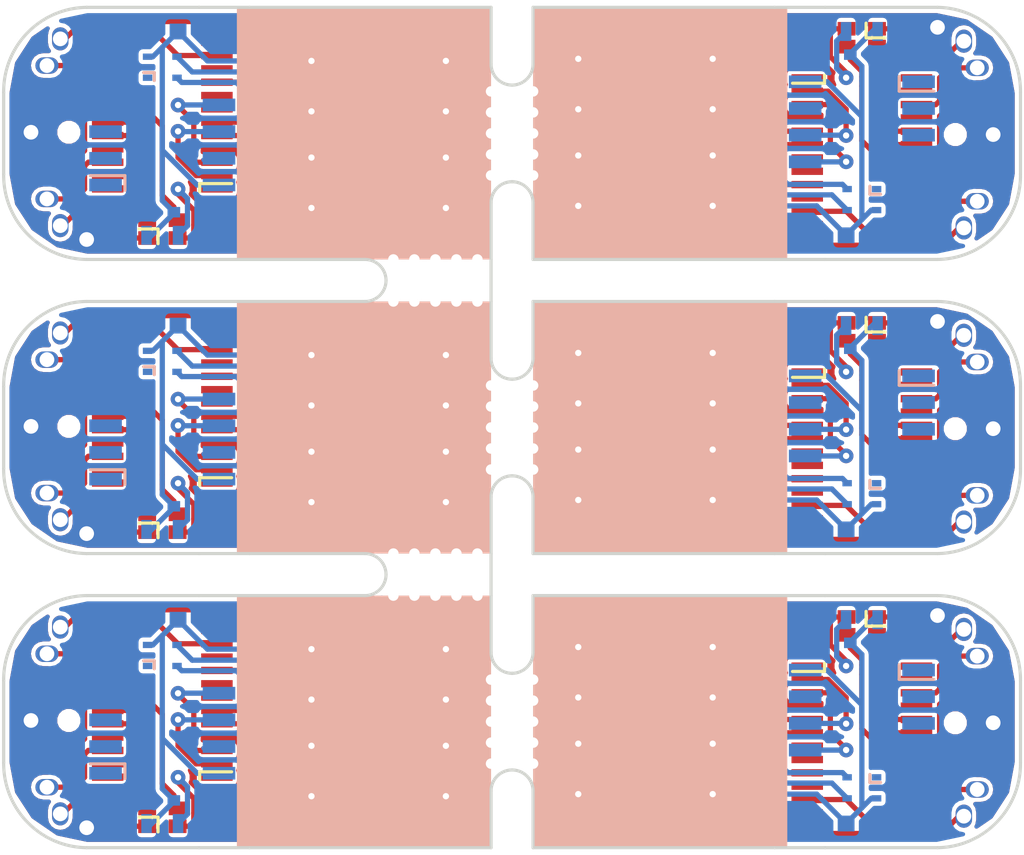
<source format=kicad_pcb>
(kicad_pcb (version 4) (host pcbnew 4.0.2+dfsg1-stable)
  (layers (0 F.Cu signal) (31 B.Cu signal) (34 B.Paste user) (35 F.Paste user) (36 B.SilkS user) (37 F.SilkS user) (38 B.Mask user) (39 F.Mask user) (44 Edge.Cuts user))
  (net 0 "")
  (net 1 /+5V)
  (net 2 "Net-(A1-Pad7)")
  (net 3 "Net-(A1-Pad6)")
  (net 4 "Net-(A1-Pad5)")
  (net 5 GND)
  (net 6 "Net-(A1-Pad3)")
  (net 7 "Net-(A1-Pad2)")
  (net 8 "Net-(A1-Pad1)")
  (net 9 /HD+)
  (net 10 /HD-)
  (net 11 "Net-(R1-Pad2)")
  (net 12 "Net-(Z1-Pad1)")
  (net 13 /C2CK)
  (net 14 /C2D)
  (net 15 /RX)
  (net 16 /TX)
  (net 17 "Net-(E0-Pad1)")
  (net 18 "Net-(E0-Pad10)")
  (net 19 "Net-(E0-Pad13)")
  (net 20 "Net-(E0-Pad15)")
  (net 21 "Net-(E0-Pad16)")
  (net 22 "Net-(E0-Pad17)")
  (net 23 "Net-(E0-Pad18)")
  (net 24 "Net-(E0-Pad19)")
  (net 25 "Net-(E0-Pad20)")
  (net 26 "Net-(E0-Pad21)")
  (net 27 "Net-(E0-Pad24)")
  (net 28 "Net-(E0-Pad7)")
  (module Housings_SOIC:SOIC-8_3.9x4.9mm_Pitch1.27mm (layer B.Cu) (at 60.1 36.8)
    (fp_text reference A1)
    (fp_text value ATECC508A)
    (pad 1 smd rect (at -2.7 1.905) (size 1.55 0.6) (layers B.Cu B.Paste B.Mask) (net 8 "Net-(A1-Pad1)"))
    (pad 2 smd rect (at -2.7 0.635) (size 1.55 0.6) (layers B.Cu B.Paste B.Mask) (net 7 "Net-(A1-Pad2)"))
    (pad 3 smd rect (at -2.7 -0.635) (size 1.55 0.6) (layers B.Cu B.Paste B.Mask) (net 6 "Net-(A1-Pad3)"))
    (pad 4 smd rect (at -2.7 -1.905) (size 1.55 0.6) (layers B.Cu B.Paste B.Mask) (net 5 GND))
    (pad 5 smd rect (at 2.7 -1.905) (size 1.55 0.6) (layers B.Cu B.Paste B.Mask) (net 4 "Net-(A1-Pad5)"))
    (pad 6 smd rect (at 2.7 -0.635) (size 1.55 0.6) (layers B.Cu B.Paste B.Mask) (net 3 "Net-(A1-Pad6)"))
    (pad 7 smd rect (at 2.7 0.635) (size 1.55 0.6) (layers B.Cu B.Paste B.Mask) (net 2 "Net-(A1-Pad7)"))
    (pad 8 smd rect (at 2.7 1.905) (size 1.55 0.6) (layers B.Cu B.Paste B.Mask) (net 1 /+5V))
  )
  (module footprints:mousebites (layer F.Cu) (at 73.1 30.25)
    (fp_text reference REF** hide)
    (fp_text value mousebites)
    (pad "" np_thru_hole circle (at 0 0) (size 0.5 0.5) (drill 0.5) (layers *.Cu))
    (pad "" np_thru_hole circle (at 1 0) (size 0.5 0.5) (drill 0.5) (layers *.Cu))
    (pad "" np_thru_hole circle (at 2 0) (size 0.5 0.5) (drill 0.5) (layers *.Cu))
    (pad "" np_thru_hole circle (at -1 0) (size 0.5 0.5) (drill 0.5) (layers *.Cu))
    (pad "" np_thru_hole circle (at -2 0) (size 0.5 0.5) (drill 0.5) (layers *.Cu))
  )
  (module footprints:mousebites (layer F.Cu) (at 73.1 28.25)
    (fp_text reference REF** hide)
    (fp_text value mousebites)
    (pad "" np_thru_hole circle (at 0 0) (size 0.5 0.5) (drill 0.5) (layers *.Cu))
    (pad "" np_thru_hole circle (at 1 0) (size 0.5 0.5) (drill 0.5) (layers *.Cu))
    (pad "" np_thru_hole circle (at 2 0) (size 0.5 0.5) (drill 0.5) (layers *.Cu))
    (pad "" np_thru_hole circle (at -1 0) (size 0.5 0.5) (drill 0.5) (layers *.Cu))
    (pad "" np_thru_hole circle (at -2 0) (size 0.5 0.5) (drill 0.5) (layers *.Cu))
  )
  (module footprints:mousebites (layer F.Cu) (at 73.1 16.25)
    (fp_text reference REF** hide)
    (fp_text value mousebites)
    (pad "" np_thru_hole circle (at 0 0) (size 0.5 0.5) (drill 0.5) (layers *.Cu))
    (pad "" np_thru_hole circle (at 1 0) (size 0.5 0.5) (drill 0.5) (layers *.Cu))
    (pad "" np_thru_hole circle (at 2 0) (size 0.5 0.5) (drill 0.5) (layers *.Cu))
    (pad "" np_thru_hole circle (at -1 0) (size 0.5 0.5) (drill 0.5) (layers *.Cu))
    (pad "" np_thru_hole circle (at -2 0) (size 0.5 0.5) (drill 0.5) (layers *.Cu))
  )
  (module footprints:mousebites (layer F.Cu) (at 73.1 14.25)
    (fp_text reference REF** hide)
    (fp_text value mousebites)
    (pad "" np_thru_hole circle (at 0 0) (size 0.5 0.5) (drill 0.5) (layers *.Cu))
    (pad "" np_thru_hole circle (at 1 0) (size 0.5 0.5) (drill 0.5) (layers *.Cu))
    (pad "" np_thru_hole circle (at 2 0) (size 0.5 0.5) (drill 0.5) (layers *.Cu))
    (pad "" np_thru_hole circle (at -1 0) (size 0.5 0.5) (drill 0.5) (layers *.Cu))
    (pad "" np_thru_hole circle (at -2 0) (size 0.5 0.5) (drill 0.5) (layers *.Cu))
  )
  (module footprints:debug (layer F.Cu) (at 97 3.2 90)
    (fp_text reference GND1 hide)
    (fp_text value debug-pin)
    (pad 1 thru_hole oval (at 0 0 90) (size 0.78 1.1) (drill 0.7) (layers *.Cu *.Mask) (net 5 GND))
  )
  (module footprints:debug (layer F.Cu) (at 98.255 3.86 180)
    (fp_text reference TX1 hide)
    (fp_text value debug-pin)
    (pad 1 thru_hole oval (at 0 0 180) (size 0.78 1.1) (drill 0.7) (layers *.Cu *.Mask) (net 16 /TX))
  )
  (module footprints:debug (layer F.Cu) (at 98.89 5.13 270)
    (fp_text reference RX1 hide)
    (fp_text value debug-pin)
    (pad 1 thru_hole oval (at 0 0 270) (size 0.78 1.1) (drill 0.7) (layers *.Cu *.Mask) (net 15 /RX))
  )
  (module footprints:debug (layer F.Cu) (at 98.255 12.75)
    (fp_text reference C2D1 hide)
    (fp_text value debug-pin)
    (pad 1 thru_hole oval (at 0 0) (size 0.78 1.1) (drill 0.7) (layers *.Cu *.Mask) (net 14 /C2D))
  )
  (module footprints:debug (layer F.Cu) (at 98.89 11.48 270)
    (fp_text reference C2CK1 hide)
    (fp_text value debug-pin)
    (pad 1 thru_hole oval (at 0 0 270) (size 0.78 1.1) (drill 0.7) (layers *.Cu *.Mask) (net 13 /C2CK))
  )
  (module Resistors_SMD:R_0603 (layer B.Cu) (at 93.4 3.4 180)
    (fp_text reference R1)
    (fp_text value 100)
    (pad 1 smd rect (at -0.75 0 180) (size 0.5 0.9) (layers B.Cu B.Paste B.Mask) (net 1 /+5V))
    (pad 2 smd rect (at 0.75 0 180) (size 0.5 0.9) (layers B.Cu B.Paste B.Mask) (net 11 "Net-(R1-Pad2)"))
  )
  (module Capacitors_SMD:C_0402 (layer B.Cu) (at 93.4 4.5)
    (fp_text reference C3)
    (fp_text value 0.1uF)
    (pad 1 smd rect (at -0.55 0) (size 0.6 0.5) (layers B.Cu B.Paste B.Mask) (net 1 /+5V))
    (pad 2 smd rect (at 0.55 0) (size 0.6 0.5) (layers B.Cu B.Paste B.Mask) (net 5 GND))
  )
  (module Buttons_Switches_SMD:SW_SPST_EVQP7C (layer F.Cu) (at 98.75 8.305 90)
    (fp_text reference SW1)
    (fp_text value SW_PUSH)
    (pad 1 smd rect (at 1.8 -0.725 90) (size 1.4 1.05) (layers F.Cu F.Paste F.Mask) (net 19 "Net-(E0-Pad13)"))
    (pad 1 smd rect (at -1.8 -0.725 90) (size 1.4 1.05) (layers F.Cu F.Paste F.Mask) (net 19 "Net-(E0-Pad13)"))
    (pad 2 smd rect (at 1.8 0.725 90) (size 1.4 1.05) (layers F.Cu F.Paste F.Mask) (net 5 GND))
    (pad 2 smd rect (at -1.8 0.725 90) (size 1.4 1.05) (layers F.Cu F.Paste F.Mask) (net 5 GND))
    (pad "" np_thru_hole circle (at 0 -0.9 90) (size 0.7 0.7) (drill 0.7) (layers *.Cu *.Mask))
    (pad "" thru_hole circle (at 0 0.9 90) (size 1.1 1.1) (drill 0.7) (layers *.Cu *.Mask) (net 5 GND))
  )
  (module footprints:LED-0606 (layer F.Cu) (at 93.4 3.7 270)
    (fp_text reference RGB1)
    (fp_text value CA_RGB hide)
    (pad 1 smd rect (at -0.43 -0.72 270) (size 0.65 0.85) (layers F.Cu F.Paste F.Mask) (net 25 "Net-(E0-Pad20)"))
    (pad 2 smd rect (at 0.42 -0.72 270) (size 0.65 0.85) (layers F.Cu F.Paste F.Mask) (net 24 "Net-(E0-Pad19)"))
    (pad 3 smd rect (at 0.42 0.73 270) (size 0.65 0.85) (layers F.Cu F.Paste F.Mask) (net 23 "Net-(E0-Pad18)"))
    (pad 4 smd rect (at -0.43 0.73 270) (size 0.65 0.85) (layers F.Cu F.Paste F.Mask) (net 11 "Net-(R1-Pad2)"))
  )
  (module footprints:mousebites (layer F.Cu) (at 77.75 8.25 270)
    (fp_text reference REF**)
    (fp_text value mousebites)
    (pad "" np_thru_hole circle (at 0 0 270) (size 0.5 0.5) (drill 0.5) (layers *.Cu))
    (pad "" np_thru_hole circle (at 1 0 270) (size 0.5 0.5) (drill 0.5) (layers *.Cu))
    (pad "" np_thru_hole circle (at 2 0 270) (size 0.5 0.5) (drill 0.5) (layers *.Cu))
    (pad "" np_thru_hole circle (at -1 0 270) (size 0.5 0.5) (drill 0.5) (layers *.Cu))
    (pad "" np_thru_hole circle (at -2 0 270) (size 0.5 0.5) (drill 0.5) (layers *.Cu))
  )
  (module TO_SOT_Packages_SMD:SOT-553 (layer B.Cu) (at 93.4 11.4 180)
    (fp_text reference Z1)
    (fp_text value DF5A5.6JE)
    (pad 1 smd rect (at -0.70104 0.50038 180) (size 0.44958 0.29972) (layers B.Cu B.Paste B.Mask) (net 12 "Net-(Z1-Pad1)"))
    (pad 3 smd rect (at -0.70104 -0.50038 180) (size 0.44958 0.29972) (layers B.Cu B.Paste B.Mask) (net 1 /+5V))
    (pad 5 smd rect (at 0.70104 0.50038 180) (size 0.44958 0.29972) (layers B.Cu B.Paste B.Mask) (net 9 /HD+))
    (pad 2 smd rect (at -0.70104 0 180) (size 0.44958 0.29972) (layers B.Cu B.Paste B.Mask) (net 5 GND))
    (pad 4 smd rect (at 0.70104 -0.50038 180) (size 0.44958 0.29972) (layers B.Cu B.Paste B.Mask) (net 10 /HD-))
  )
  (module Housings_SOIC:SOIC-8_3.9x4.9mm_Pitch1.27mm (layer B.Cu) (at 93.4 7.7 180)
    (fp_text reference A1)
    (fp_text value ATECC508A)
    (pad 1 smd rect (at -2.7 1.905 180) (size 1.55 0.6) (layers B.Cu B.Paste B.Mask) (net 8 "Net-(A1-Pad1)"))
    (pad 2 smd rect (at -2.7 0.635 180) (size 1.55 0.6) (layers B.Cu B.Paste B.Mask) (net 7 "Net-(A1-Pad2)"))
    (pad 3 smd rect (at -2.7 -0.635 180) (size 1.55 0.6) (layers B.Cu B.Paste B.Mask) (net 6 "Net-(A1-Pad3)"))
    (pad 4 smd rect (at -2.7 -1.905 180) (size 1.55 0.6) (layers B.Cu B.Paste B.Mask) (net 5 GND))
    (pad 5 smd rect (at 2.7 -1.905 180) (size 1.55 0.6) (layers B.Cu B.Paste B.Mask) (net 4 "Net-(A1-Pad5)"))
    (pad 6 smd rect (at 2.7 -0.635 180) (size 1.55 0.6) (layers B.Cu B.Paste B.Mask) (net 3 "Net-(A1-Pad6)"))
    (pad 7 smd rect (at 2.7 0.635 180) (size 1.55 0.6) (layers B.Cu B.Paste B.Mask) (net 2 "Net-(A1-Pad7)"))
    (pad 8 smd rect (at 2.7 1.905 180) (size 1.55 0.6) (layers B.Cu B.Paste B.Mask) (net 1 /+5V))
  )
  (module footprints:QSOP-24_3.9x8.7mm_Pitch0.635mm_fat (layer F.Cu) (at 93.4 9.1)
    (fp_text reference E0)
    (fp_text value EFM8UB1_24pin)
    (pad 1 smd rect (at -2.6 -3.4925) (size 1.5 0.35) (layers F.Cu F.Paste F.Mask) (net 17 "Net-(E0-Pad1)"))
    (pad 2 smd rect (at -2.6 -2.8575) (size 1.5 0.35) (layers F.Cu F.Paste F.Mask) (net 3 "Net-(A1-Pad6)"))
    (pad 3 smd rect (at -2.6 -2.2225) (size 1.5 0.35) (layers F.Cu F.Paste F.Mask) (net 4 "Net-(A1-Pad5)"))
    (pad 4 smd rect (at -2.6 -1.5875) (size 1.5 0.35) (layers F.Cu F.Paste F.Mask) (net 5 GND))
    (pad 5 smd rect (at -2.6 -0.9525) (size 1.5 0.35) (layers F.Cu F.Paste F.Mask) (net 9 /HD+))
    (pad 6 smd rect (at -2.6 -0.3175) (size 1.5 0.35) (layers F.Cu F.Paste F.Mask) (net 10 /HD-))
    (pad 7 smd rect (at -2.6 0.3175) (size 1.5 0.35) (layers F.Cu F.Paste F.Mask) (net 28 "Net-(E0-Pad7)"))
    (pad 8 smd rect (at -2.6 0.9525) (size 1.5 0.35) (layers F.Cu F.Paste F.Mask) (net 28 "Net-(E0-Pad7)"))
    (pad 9 smd rect (at -2.6 1.5875) (size 1.5 0.35) (layers F.Cu F.Paste F.Mask) (net 1 /+5V))
    (pad 10 smd rect (at -2.6 2.2225) (size 1.5 0.35) (layers F.Cu F.Paste F.Mask) (net 18 "Net-(E0-Pad10)"))
    (pad 11 smd rect (at -2.6 2.8575) (size 1.5 0.35) (layers F.Cu F.Paste F.Mask) (net 13 /C2CK))
    (pad 12 smd rect (at -2.6 3.4925) (size 1.5 0.35) (layers F.Cu F.Paste F.Mask) (net 14 /C2D))
    (pad 13 smd rect (at 2.6 3.4925) (size 1.5 0.35) (layers F.Cu F.Paste F.Mask) (net 19 "Net-(E0-Pad13)"))
    (pad 14 smd rect (at 2.6 2.8575) (size 1.5 0.35) (layers F.Cu F.Paste F.Mask) (net 19 "Net-(E0-Pad13)"))
    (pad 15 smd rect (at 2.6 2.2225) (size 1.5 0.35) (layers F.Cu F.Paste F.Mask) (net 20 "Net-(E0-Pad15)"))
    (pad 16 smd rect (at 2.6 1.5875) (size 1.5 0.35) (layers F.Cu F.Paste F.Mask) (net 21 "Net-(E0-Pad16)"))
    (pad 17 smd rect (at 2.6 0.9525) (size 1.5 0.35) (layers F.Cu F.Paste F.Mask) (net 22 "Net-(E0-Pad17)"))
    (pad 18 smd rect (at 2.6 0.3175) (size 1.5 0.35) (layers F.Cu F.Paste F.Mask) (net 23 "Net-(E0-Pad18)"))
    (pad 19 smd rect (at 2.6 -0.3175) (size 1.5 0.35) (layers F.Cu F.Paste F.Mask) (net 24 "Net-(E0-Pad19)"))
    (pad 20 smd rect (at 2.6 -0.9525) (size 1.5 0.35) (layers F.Cu F.Paste F.Mask) (net 25 "Net-(E0-Pad20)"))
    (pad 21 smd rect (at 2.6 -1.5875) (size 1.5 0.35) (layers F.Cu F.Paste F.Mask) (net 26 "Net-(E0-Pad21)"))
    (pad 22 smd rect (at 2.6 -2.2225) (size 1.5 0.35) (layers F.Cu F.Paste F.Mask) (net 15 /RX))
    (pad 23 smd rect (at 2.6 -2.8575) (size 1.5 0.35) (layers F.Cu F.Paste F.Mask) (net 16 /TX))
    (pad 24 smd rect (at 2.6 -3.4925) (size 1.5 0.35) (layers F.Cu F.Paste F.Mask) (net 27 "Net-(E0-Pad24)"))
  )
  (module Capacitors_SMD:C_0603 (layer B.Cu) (at 93.4 13.1 180)
    (fp_text reference C4)
    (fp_text value 4.7uF)
    (pad 1 smd rect (at -0.75 0 180) (size 0.8 0.75) (layers B.Cu B.Paste B.Mask) (net 5 GND))
    (pad 2 smd rect (at 0.75 0 180) (size 0.8 0.75) (layers B.Cu B.Paste B.Mask) (net 1 /+5V))
  )
  (module Capacitors_SMD:C_0603 (layer B.Cu) (at 60.1 3.4)
    (fp_text reference C4)
    (fp_text value 4.7uF)
    (pad 1 smd rect (at -0.75 0) (size 0.8 0.75) (layers B.Cu B.Paste B.Mask) (net 5 GND))
    (pad 2 smd rect (at 0.75 0) (size 0.8 0.75) (layers B.Cu B.Paste B.Mask) (net 1 /+5V))
  )
  (module footprints:QSOP-24_3.9x8.7mm_Pitch0.635mm_fat (layer F.Cu) (at 60.1 7.4 180)
    (fp_text reference E0)
    (fp_text value EFM8UB1_24pin)
    (pad 1 smd rect (at -2.6 -3.4925 180) (size 1.5 0.35) (layers F.Cu F.Paste F.Mask) (net 17 "Net-(E0-Pad1)"))
    (pad 2 smd rect (at -2.6 -2.8575 180) (size 1.5 0.35) (layers F.Cu F.Paste F.Mask) (net 3 "Net-(A1-Pad6)"))
    (pad 3 smd rect (at -2.6 -2.2225 180) (size 1.5 0.35) (layers F.Cu F.Paste F.Mask) (net 4 "Net-(A1-Pad5)"))
    (pad 4 smd rect (at -2.6 -1.5875 180) (size 1.5 0.35) (layers F.Cu F.Paste F.Mask) (net 5 GND))
    (pad 5 smd rect (at -2.6 -0.9525 180) (size 1.5 0.35) (layers F.Cu F.Paste F.Mask) (net 9 /HD+))
    (pad 6 smd rect (at -2.6 -0.3175 180) (size 1.5 0.35) (layers F.Cu F.Paste F.Mask) (net 10 /HD-))
    (pad 7 smd rect (at -2.6 0.3175 180) (size 1.5 0.35) (layers F.Cu F.Paste F.Mask) (net 28 "Net-(E0-Pad7)"))
    (pad 8 smd rect (at -2.6 0.9525 180) (size 1.5 0.35) (layers F.Cu F.Paste F.Mask) (net 28 "Net-(E0-Pad7)"))
    (pad 9 smd rect (at -2.6 1.5875 180) (size 1.5 0.35) (layers F.Cu F.Paste F.Mask) (net 1 /+5V))
    (pad 10 smd rect (at -2.6 2.2225 180) (size 1.5 0.35) (layers F.Cu F.Paste F.Mask) (net 18 "Net-(E0-Pad10)"))
    (pad 11 smd rect (at -2.6 2.8575 180) (size 1.5 0.35) (layers F.Cu F.Paste F.Mask) (net 13 /C2CK))
    (pad 12 smd rect (at -2.6 3.4925 180) (size 1.5 0.35) (layers F.Cu F.Paste F.Mask) (net 14 /C2D))
    (pad 13 smd rect (at 2.6 3.4925 180) (size 1.5 0.35) (layers F.Cu F.Paste F.Mask) (net 19 "Net-(E0-Pad13)"))
    (pad 14 smd rect (at 2.6 2.8575 180) (size 1.5 0.35) (layers F.Cu F.Paste F.Mask) (net 19 "Net-(E0-Pad13)"))
    (pad 15 smd rect (at 2.6 2.2225 180) (size 1.5 0.35) (layers F.Cu F.Paste F.Mask) (net 20 "Net-(E0-Pad15)"))
    (pad 16 smd rect (at 2.6 1.5875 180) (size 1.5 0.35) (layers F.Cu F.Paste F.Mask) (net 21 "Net-(E0-Pad16)"))
    (pad 17 smd rect (at 2.6 0.9525 180) (size 1.5 0.35) (layers F.Cu F.Paste F.Mask) (net 22 "Net-(E0-Pad17)"))
    (pad 18 smd rect (at 2.6 0.3175 180) (size 1.5 0.35) (layers F.Cu F.Paste F.Mask) (net 23 "Net-(E0-Pad18)"))
    (pad 19 smd rect (at 2.6 -0.3175 180) (size 1.5 0.35) (layers F.Cu F.Paste F.Mask) (net 24 "Net-(E0-Pad19)"))
    (pad 20 smd rect (at 2.6 -0.9525 180) (size 1.5 0.35) (layers F.Cu F.Paste F.Mask) (net 25 "Net-(E0-Pad20)"))
    (pad 21 smd rect (at 2.6 -1.5875 180) (size 1.5 0.35) (layers F.Cu F.Paste F.Mask) (net 26 "Net-(E0-Pad21)"))
    (pad 22 smd rect (at 2.6 -2.2225 180) (size 1.5 0.35) (layers F.Cu F.Paste F.Mask) (net 15 /RX))
    (pad 23 smd rect (at 2.6 -2.8575 180) (size 1.5 0.35) (layers F.Cu F.Paste F.Mask) (net 16 /TX))
    (pad 24 smd rect (at 2.6 -3.4925 180) (size 1.5 0.35) (layers F.Cu F.Paste F.Mask) (net 27 "Net-(E0-Pad24)"))
  )
  (module Housings_SOIC:SOIC-8_3.9x4.9mm_Pitch1.27mm (layer B.Cu) (at 60.1 8.8)
    (fp_text reference A1)
    (fp_text value ATECC508A)
    (pad 1 smd rect (at -2.7 1.905) (size 1.55 0.6) (layers B.Cu B.Paste B.Mask) (net 8 "Net-(A1-Pad1)"))
    (pad 2 smd rect (at -2.7 0.635) (size 1.55 0.6) (layers B.Cu B.Paste B.Mask) (net 7 "Net-(A1-Pad2)"))
    (pad 3 smd rect (at -2.7 -0.635) (size 1.55 0.6) (layers B.Cu B.Paste B.Mask) (net 6 "Net-(A1-Pad3)"))
    (pad 4 smd rect (at -2.7 -1.905) (size 1.55 0.6) (layers B.Cu B.Paste B.Mask) (net 5 GND))
    (pad 5 smd rect (at 2.7 -1.905) (size 1.55 0.6) (layers B.Cu B.Paste B.Mask) (net 4 "Net-(A1-Pad5)"))
    (pad 6 smd rect (at 2.7 -0.635) (size 1.55 0.6) (layers B.Cu B.Paste B.Mask) (net 3 "Net-(A1-Pad6)"))
    (pad 7 smd rect (at 2.7 0.635) (size 1.55 0.6) (layers B.Cu B.Paste B.Mask) (net 2 "Net-(A1-Pad7)"))
    (pad 8 smd rect (at 2.7 1.905) (size 1.55 0.6) (layers B.Cu B.Paste B.Mask) (net 1 /+5V))
  )
  (module TO_SOT_Packages_SMD:SOT-553 (layer B.Cu) (at 60.1 5.1)
    (fp_text reference Z1)
    (fp_text value DF5A5.6JE)
    (pad 1 smd rect (at -0.70104 0.50038) (size 0.44958 0.29972) (layers B.Cu B.Paste B.Mask) (net 12 "Net-(Z1-Pad1)"))
    (pad 3 smd rect (at -0.70104 -0.50038) (size 0.44958 0.29972) (layers B.Cu B.Paste B.Mask) (net 1 /+5V))
    (pad 5 smd rect (at 0.70104 0.50038) (size 0.44958 0.29972) (layers B.Cu B.Paste B.Mask) (net 9 /HD+))
    (pad 2 smd rect (at -0.70104 0) (size 0.44958 0.29972) (layers B.Cu B.Paste B.Mask) (net 5 GND))
    (pad 4 smd rect (at 0.70104 -0.50038) (size 0.44958 0.29972) (layers B.Cu B.Paste B.Mask) (net 10 /HD-))
  )
  (module footprints:mousebites (layer F.Cu) (at 75.75 8.25 90)
    (fp_text reference REF**)
    (fp_text value mousebites)
    (pad "" np_thru_hole circle (at 0 0 90) (size 0.5 0.5) (drill 0.5) (layers *.Cu))
    (pad "" np_thru_hole circle (at 1 0 90) (size 0.5 0.5) (drill 0.5) (layers *.Cu))
    (pad "" np_thru_hole circle (at 2 0 90) (size 0.5 0.5) (drill 0.5) (layers *.Cu))
    (pad "" np_thru_hole circle (at -1 0 90) (size 0.5 0.5) (drill 0.5) (layers *.Cu))
    (pad "" np_thru_hole circle (at -2 0 90) (size 0.5 0.5) (drill 0.5) (layers *.Cu))
  )
  (module footprints:LED-0606 (layer F.Cu) (at 60.1 12.8 90)
    (fp_text reference RGB1)
    (fp_text value CA_RGB hide)
    (pad 1 smd rect (at -0.43 -0.72 90) (size 0.65 0.85) (layers F.Cu F.Paste F.Mask) (net 25 "Net-(E0-Pad20)"))
    (pad 2 smd rect (at 0.42 -0.72 90) (size 0.65 0.85) (layers F.Cu F.Paste F.Mask) (net 24 "Net-(E0-Pad19)"))
    (pad 3 smd rect (at 0.42 0.73 90) (size 0.65 0.85) (layers F.Cu F.Paste F.Mask) (net 23 "Net-(E0-Pad18)"))
    (pad 4 smd rect (at -0.43 0.73 90) (size 0.65 0.85) (layers F.Cu F.Paste F.Mask) (net 11 "Net-(R1-Pad2)"))
  )
  (module Buttons_Switches_SMD:SW_SPST_EVQP7C (layer F.Cu) (at 54.75 8.195 270)
    (fp_text reference SW1)
    (fp_text value SW_PUSH)
    (pad 1 smd rect (at 1.8 -0.725 270) (size 1.4 1.05) (layers F.Cu F.Paste F.Mask) (net 19 "Net-(E0-Pad13)"))
    (pad 1 smd rect (at -1.8 -0.725 270) (size 1.4 1.05) (layers F.Cu F.Paste F.Mask) (net 19 "Net-(E0-Pad13)"))
    (pad 2 smd rect (at 1.8 0.725 270) (size 1.4 1.05) (layers F.Cu F.Paste F.Mask) (net 5 GND))
    (pad 2 smd rect (at -1.8 0.725 270) (size 1.4 1.05) (layers F.Cu F.Paste F.Mask) (net 5 GND))
    (pad "" np_thru_hole circle (at 0 -0.9 270) (size 0.7 0.7) (drill 0.7) (layers *.Cu *.Mask))
    (pad "" thru_hole circle (at 0 0.9 270) (size 1.1 1.1) (drill 0.7) (layers *.Cu *.Mask) (net 5 GND))
  )
  (module Capacitors_SMD:C_0402 (layer B.Cu) (at 60.1 12 180)
    (fp_text reference C3)
    (fp_text value 0.1uF)
    (pad 1 smd rect (at -0.55 0 180) (size 0.6 0.5) (layers B.Cu B.Paste B.Mask) (net 1 /+5V))
    (pad 2 smd rect (at 0.55 0 180) (size 0.6 0.5) (layers B.Cu B.Paste B.Mask) (net 5 GND))
  )
  (module Resistors_SMD:R_0603 (layer B.Cu) (at 60.1 13.1)
    (fp_text reference R1)
    (fp_text value 100)
    (pad 1 smd rect (at -0.75 0) (size 0.5 0.9) (layers B.Cu B.Paste B.Mask) (net 1 /+5V))
    (pad 2 smd rect (at 0.75 0) (size 0.5 0.9) (layers B.Cu B.Paste B.Mask) (net 11 "Net-(R1-Pad2)"))
  )
  (module footprints:debug (layer F.Cu) (at 54.61 5.02 90)
    (fp_text reference C2CK1 hide)
    (fp_text value debug-pin)
    (pad 1 thru_hole oval (at 0 0 90) (size 0.78 1.1) (drill 0.7) (layers *.Cu *.Mask) (net 13 /C2CK))
  )
  (module footprints:debug (layer F.Cu) (at 55.245 3.75 180)
    (fp_text reference C2D1 hide)
    (fp_text value debug-pin)
    (pad 1 thru_hole oval (at 0 0 180) (size 0.78 1.1) (drill 0.7) (layers *.Cu *.Mask) (net 14 /C2D))
  )
  (module footprints:debug (layer F.Cu) (at 54.61 11.37 90)
    (fp_text reference RX1 hide)
    (fp_text value debug-pin)
    (pad 1 thru_hole oval (at 0 0 90) (size 0.78 1.1) (drill 0.7) (layers *.Cu *.Mask) (net 15 /RX))
  )
  (module footprints:debug (layer F.Cu) (at 55.245 12.64)
    (fp_text reference TX1 hide)
    (fp_text value debug-pin)
    (pad 1 thru_hole oval (at 0 0) (size 0.78 1.1) (drill 0.7) (layers *.Cu *.Mask) (net 16 /TX))
  )
  (module footprints:debug (layer F.Cu) (at 56.5 13.3 270)
    (fp_text reference GND1 hide)
    (fp_text value debug-pin)
    (pad 1 thru_hole oval (at 0 0 270) (size 0.78 1.1) (drill 0.7) (layers *.Cu *.Mask) (net 5 GND))
  )
  (module footprints:debug (layer F.Cu) (at 56.5 27.3 270)
    (fp_text reference GND1 hide)
    (fp_text value debug-pin)
    (pad 1 thru_hole oval (at 0 0 270) (size 0.78 1.1) (drill 0.7) (layers *.Cu *.Mask) (net 5 GND))
  )
  (module footprints:debug (layer F.Cu) (at 55.245 26.64)
    (fp_text reference TX1 hide)
    (fp_text value debug-pin)
    (pad 1 thru_hole oval (at 0 0) (size 0.78 1.1) (drill 0.7) (layers *.Cu *.Mask) (net 16 /TX))
  )
  (module footprints:debug (layer F.Cu) (at 54.61 25.37 90)
    (fp_text reference RX1 hide)
    (fp_text value debug-pin)
    (pad 1 thru_hole oval (at 0 0 90) (size 0.78 1.1) (drill 0.7) (layers *.Cu *.Mask) (net 15 /RX))
  )
  (module footprints:debug (layer F.Cu) (at 55.245 17.75 180)
    (fp_text reference C2D1 hide)
    (fp_text value debug-pin)
    (pad 1 thru_hole oval (at 0 0 180) (size 0.78 1.1) (drill 0.7) (layers *.Cu *.Mask) (net 14 /C2D))
  )
  (module footprints:debug (layer F.Cu) (at 54.61 19.02 90)
    (fp_text reference C2CK1 hide)
    (fp_text value debug-pin)
    (pad 1 thru_hole oval (at 0 0 90) (size 0.78 1.1) (drill 0.7) (layers *.Cu *.Mask) (net 13 /C2CK))
  )
  (module Resistors_SMD:R_0603 (layer B.Cu) (at 60.1 27.1)
    (fp_text reference R1)
    (fp_text value 100)
    (pad 1 smd rect (at -0.75 0) (size 0.5 0.9) (layers B.Cu B.Paste B.Mask) (net 1 /+5V))
    (pad 2 smd rect (at 0.75 0) (size 0.5 0.9) (layers B.Cu B.Paste B.Mask) (net 11 "Net-(R1-Pad2)"))
  )
  (module Capacitors_SMD:C_0402 (layer B.Cu) (at 60.1 26 180)
    (fp_text reference C3)
    (fp_text value 0.1uF)
    (pad 1 smd rect (at -0.55 0 180) (size 0.6 0.5) (layers B.Cu B.Paste B.Mask) (net 1 /+5V))
    (pad 2 smd rect (at 0.55 0 180) (size 0.6 0.5) (layers B.Cu B.Paste B.Mask) (net 5 GND))
  )
  (module Buttons_Switches_SMD:SW_SPST_EVQP7C (layer F.Cu) (at 54.75 22.195 270)
    (fp_text reference SW1)
    (fp_text value SW_PUSH)
    (pad 1 smd rect (at 1.8 -0.725 270) (size 1.4 1.05) (layers F.Cu F.Paste F.Mask) (net 19 "Net-(E0-Pad13)"))
    (pad 1 smd rect (at -1.8 -0.725 270) (size 1.4 1.05) (layers F.Cu F.Paste F.Mask) (net 19 "Net-(E0-Pad13)"))
    (pad 2 smd rect (at 1.8 0.725 270) (size 1.4 1.05) (layers F.Cu F.Paste F.Mask) (net 5 GND))
    (pad 2 smd rect (at -1.8 0.725 270) (size 1.4 1.05) (layers F.Cu F.Paste F.Mask) (net 5 GND))
    (pad "" np_thru_hole circle (at 0 -0.9 270) (size 0.7 0.7) (drill 0.7) (layers *.Cu *.Mask))
    (pad "" thru_hole circle (at 0 0.9 270) (size 1.1 1.1) (drill 0.7) (layers *.Cu *.Mask) (net 5 GND))
  )
  (module footprints:LED-0606 (layer F.Cu) (at 60.1 26.8 90)
    (fp_text reference RGB1)
    (fp_text value CA_RGB hide)
    (pad 1 smd rect (at -0.43 -0.72 90) (size 0.65 0.85) (layers F.Cu F.Paste F.Mask) (net 25 "Net-(E0-Pad20)"))
    (pad 2 smd rect (at 0.42 -0.72 90) (size 0.65 0.85) (layers F.Cu F.Paste F.Mask) (net 24 "Net-(E0-Pad19)"))
    (pad 3 smd rect (at 0.42 0.73 90) (size 0.65 0.85) (layers F.Cu F.Paste F.Mask) (net 23 "Net-(E0-Pad18)"))
    (pad 4 smd rect (at -0.43 0.73 90) (size 0.65 0.85) (layers F.Cu F.Paste F.Mask) (net 11 "Net-(R1-Pad2)"))
  )
  (module footprints:mousebites (layer F.Cu) (at 75.75 22.25 90)
    (fp_text reference REF**)
    (fp_text value mousebites)
    (pad "" np_thru_hole circle (at 0 0 90) (size 0.5 0.5) (drill 0.5) (layers *.Cu))
    (pad "" np_thru_hole circle (at 1 0 90) (size 0.5 0.5) (drill 0.5) (layers *.Cu))
    (pad "" np_thru_hole circle (at 2 0 90) (size 0.5 0.5) (drill 0.5) (layers *.Cu))
    (pad "" np_thru_hole circle (at -1 0 90) (size 0.5 0.5) (drill 0.5) (layers *.Cu))
    (pad "" np_thru_hole circle (at -2 0 90) (size 0.5 0.5) (drill 0.5) (layers *.Cu))
  )
  (module TO_SOT_Packages_SMD:SOT-553 (layer B.Cu) (at 60.1 19.1)
    (fp_text reference Z1)
    (fp_text value DF5A5.6JE)
    (pad 1 smd rect (at -0.70104 0.50038) (size 0.44958 0.29972) (layers B.Cu B.Paste B.Mask) (net 12 "Net-(Z1-Pad1)"))
    (pad 3 smd rect (at -0.70104 -0.50038) (size 0.44958 0.29972) (layers B.Cu B.Paste B.Mask) (net 1 /+5V))
    (pad 5 smd rect (at 0.70104 0.50038) (size 0.44958 0.29972) (layers B.Cu B.Paste B.Mask) (net 9 /HD+))
    (pad 2 smd rect (at -0.70104 0) (size 0.44958 0.29972) (layers B.Cu B.Paste B.Mask) (net 5 GND))
    (pad 4 smd rect (at 0.70104 -0.50038) (size 0.44958 0.29972) (layers B.Cu B.Paste B.Mask) (net 10 /HD-))
  )
  (module Housings_SOIC:SOIC-8_3.9x4.9mm_Pitch1.27mm (layer B.Cu) (at 60.1 22.8)
    (fp_text reference A1)
    (fp_text value ATECC508A)
    (pad 1 smd rect (at -2.7 1.905) (size 1.55 0.6) (layers B.Cu B.Paste B.Mask) (net 8 "Net-(A1-Pad1)"))
    (pad 2 smd rect (at -2.7 0.635) (size 1.55 0.6) (layers B.Cu B.Paste B.Mask) (net 7 "Net-(A1-Pad2)"))
    (pad 3 smd rect (at -2.7 -0.635) (size 1.55 0.6) (layers B.Cu B.Paste B.Mask) (net 6 "Net-(A1-Pad3)"))
    (pad 4 smd rect (at -2.7 -1.905) (size 1.55 0.6) (layers B.Cu B.Paste B.Mask) (net 5 GND))
    (pad 5 smd rect (at 2.7 -1.905) (size 1.55 0.6) (layers B.Cu B.Paste B.Mask) (net 4 "Net-(A1-Pad5)"))
    (pad 6 smd rect (at 2.7 -0.635) (size 1.55 0.6) (layers B.Cu B.Paste B.Mask) (net 3 "Net-(A1-Pad6)"))
    (pad 7 smd rect (at 2.7 0.635) (size 1.55 0.6) (layers B.Cu B.Paste B.Mask) (net 2 "Net-(A1-Pad7)"))
    (pad 8 smd rect (at 2.7 1.905) (size 1.55 0.6) (layers B.Cu B.Paste B.Mask) (net 1 /+5V))
  )
  (module footprints:QSOP-24_3.9x8.7mm_Pitch0.635mm_fat (layer F.Cu) (at 60.1 21.4 180)
    (fp_text reference E0)
    (fp_text value EFM8UB1_24pin)
    (pad 1 smd rect (at -2.6 -3.4925 180) (size 1.5 0.35) (layers F.Cu F.Paste F.Mask) (net 17 "Net-(E0-Pad1)"))
    (pad 2 smd rect (at -2.6 -2.8575 180) (size 1.5 0.35) (layers F.Cu F.Paste F.Mask) (net 3 "Net-(A1-Pad6)"))
    (pad 3 smd rect (at -2.6 -2.2225 180) (size 1.5 0.35) (layers F.Cu F.Paste F.Mask) (net 4 "Net-(A1-Pad5)"))
    (pad 4 smd rect (at -2.6 -1.5875 180) (size 1.5 0.35) (layers F.Cu F.Paste F.Mask) (net 5 GND))
    (pad 5 smd rect (at -2.6 -0.9525 180) (size 1.5 0.35) (layers F.Cu F.Paste F.Mask) (net 9 /HD+))
    (pad 6 smd rect (at -2.6 -0.3175 180) (size 1.5 0.35) (layers F.Cu F.Paste F.Mask) (net 10 /HD-))
    (pad 7 smd rect (at -2.6 0.3175 180) (size 1.5 0.35) (layers F.Cu F.Paste F.Mask) (net 28 "Net-(E0-Pad7)"))
    (pad 8 smd rect (at -2.6 0.9525 180) (size 1.5 0.35) (layers F.Cu F.Paste F.Mask) (net 28 "Net-(E0-Pad7)"))
    (pad 9 smd rect (at -2.6 1.5875 180) (size 1.5 0.35) (layers F.Cu F.Paste F.Mask) (net 1 /+5V))
    (pad 10 smd rect (at -2.6 2.2225 180) (size 1.5 0.35) (layers F.Cu F.Paste F.Mask) (net 18 "Net-(E0-Pad10)"))
    (pad 11 smd rect (at -2.6 2.8575 180) (size 1.5 0.35) (layers F.Cu F.Paste F.Mask) (net 13 /C2CK))
    (pad 12 smd rect (at -2.6 3.4925 180) (size 1.5 0.35) (layers F.Cu F.Paste F.Mask) (net 14 /C2D))
    (pad 13 smd rect (at 2.6 3.4925 180) (size 1.5 0.35) (layers F.Cu F.Paste F.Mask) (net 19 "Net-(E0-Pad13)"))
    (pad 14 smd rect (at 2.6 2.8575 180) (size 1.5 0.35) (layers F.Cu F.Paste F.Mask) (net 19 "Net-(E0-Pad13)"))
    (pad 15 smd rect (at 2.6 2.2225 180) (size 1.5 0.35) (layers F.Cu F.Paste F.Mask) (net 20 "Net-(E0-Pad15)"))
    (pad 16 smd rect (at 2.6 1.5875 180) (size 1.5 0.35) (layers F.Cu F.Paste F.Mask) (net 21 "Net-(E0-Pad16)"))
    (pad 17 smd rect (at 2.6 0.9525 180) (size 1.5 0.35) (layers F.Cu F.Paste F.Mask) (net 22 "Net-(E0-Pad17)"))
    (pad 18 smd rect (at 2.6 0.3175 180) (size 1.5 0.35) (layers F.Cu F.Paste F.Mask) (net 23 "Net-(E0-Pad18)"))
    (pad 19 smd rect (at 2.6 -0.3175 180) (size 1.5 0.35) (layers F.Cu F.Paste F.Mask) (net 24 "Net-(E0-Pad19)"))
    (pad 20 smd rect (at 2.6 -0.9525 180) (size 1.5 0.35) (layers F.Cu F.Paste F.Mask) (net 25 "Net-(E0-Pad20)"))
    (pad 21 smd rect (at 2.6 -1.5875 180) (size 1.5 0.35) (layers F.Cu F.Paste F.Mask) (net 26 "Net-(E0-Pad21)"))
    (pad 22 smd rect (at 2.6 -2.2225 180) (size 1.5 0.35) (layers F.Cu F.Paste F.Mask) (net 15 /RX))
    (pad 23 smd rect (at 2.6 -2.8575 180) (size 1.5 0.35) (layers F.Cu F.Paste F.Mask) (net 16 /TX))
    (pad 24 smd rect (at 2.6 -3.4925 180) (size 1.5 0.35) (layers F.Cu F.Paste F.Mask) (net 27 "Net-(E0-Pad24)"))
  )
  (module Capacitors_SMD:C_0603 (layer B.Cu) (at 60.1 17.4)
    (fp_text reference C4)
    (fp_text value 4.7uF)
    (pad 1 smd rect (at -0.75 0) (size 0.8 0.75) (layers B.Cu B.Paste B.Mask) (net 5 GND))
    (pad 2 smd rect (at 0.75 0) (size 0.8 0.75) (layers B.Cu B.Paste B.Mask) (net 1 /+5V))
  )
  (module Capacitors_SMD:C_0603 (layer B.Cu) (at 93.4 27.1 180)
    (fp_text reference C4)
    (fp_text value 4.7uF)
    (pad 1 smd rect (at -0.75 0 180) (size 0.8 0.75) (layers B.Cu B.Paste B.Mask) (net 5 GND))
    (pad 2 smd rect (at 0.75 0 180) (size 0.8 0.75) (layers B.Cu B.Paste B.Mask) (net 1 /+5V))
  )
  (module footprints:QSOP-24_3.9x8.7mm_Pitch0.635mm_fat (layer F.Cu) (at 93.4 23.1)
    (fp_text reference E0)
    (fp_text value EFM8UB1_24pin)
    (pad 1 smd rect (at -2.6 -3.4925) (size 1.5 0.35) (layers F.Cu F.Paste F.Mask) (net 17 "Net-(E0-Pad1)"))
    (pad 2 smd rect (at -2.6 -2.8575) (size 1.5 0.35) (layers F.Cu F.Paste F.Mask) (net 3 "Net-(A1-Pad6)"))
    (pad 3 smd rect (at -2.6 -2.2225) (size 1.5 0.35) (layers F.Cu F.Paste F.Mask) (net 4 "Net-(A1-Pad5)"))
    (pad 4 smd rect (at -2.6 -1.5875) (size 1.5 0.35) (layers F.Cu F.Paste F.Mask) (net 5 GND))
    (pad 5 smd rect (at -2.6 -0.9525) (size 1.5 0.35) (layers F.Cu F.Paste F.Mask) (net 9 /HD+))
    (pad 6 smd rect (at -2.6 -0.3175) (size 1.5 0.35) (layers F.Cu F.Paste F.Mask) (net 10 /HD-))
    (pad 7 smd rect (at -2.6 0.3175) (size 1.5 0.35) (layers F.Cu F.Paste F.Mask) (net 28 "Net-(E0-Pad7)"))
    (pad 8 smd rect (at -2.6 0.9525) (size 1.5 0.35) (layers F.Cu F.Paste F.Mask) (net 28 "Net-(E0-Pad7)"))
    (pad 9 smd rect (at -2.6 1.5875) (size 1.5 0.35) (layers F.Cu F.Paste F.Mask) (net 1 /+5V))
    (pad 10 smd rect (at -2.6 2.2225) (size 1.5 0.35) (layers F.Cu F.Paste F.Mask) (net 18 "Net-(E0-Pad10)"))
    (pad 11 smd rect (at -2.6 2.8575) (size 1.5 0.35) (layers F.Cu F.Paste F.Mask) (net 13 /C2CK))
    (pad 12 smd rect (at -2.6 3.4925) (size 1.5 0.35) (layers F.Cu F.Paste F.Mask) (net 14 /C2D))
    (pad 13 smd rect (at 2.6 3.4925) (size 1.5 0.35) (layers F.Cu F.Paste F.Mask) (net 19 "Net-(E0-Pad13)"))
    (pad 14 smd rect (at 2.6 2.8575) (size 1.5 0.35) (layers F.Cu F.Paste F.Mask) (net 19 "Net-(E0-Pad13)"))
    (pad 15 smd rect (at 2.6 2.2225) (size 1.5 0.35) (layers F.Cu F.Paste F.Mask) (net 20 "Net-(E0-Pad15)"))
    (pad 16 smd rect (at 2.6 1.5875) (size 1.5 0.35) (layers F.Cu F.Paste F.Mask) (net 21 "Net-(E0-Pad16)"))
    (pad 17 smd rect (at 2.6 0.9525) (size 1.5 0.35) (layers F.Cu F.Paste F.Mask) (net 22 "Net-(E0-Pad17)"))
    (pad 18 smd rect (at 2.6 0.3175) (size 1.5 0.35) (layers F.Cu F.Paste F.Mask) (net 23 "Net-(E0-Pad18)"))
    (pad 19 smd rect (at 2.6 -0.3175) (size 1.5 0.35) (layers F.Cu F.Paste F.Mask) (net 24 "Net-(E0-Pad19)"))
    (pad 20 smd rect (at 2.6 -0.9525) (size 1.5 0.35) (layers F.Cu F.Paste F.Mask) (net 25 "Net-(E0-Pad20)"))
    (pad 21 smd rect (at 2.6 -1.5875) (size 1.5 0.35) (layers F.Cu F.Paste F.Mask) (net 26 "Net-(E0-Pad21)"))
    (pad 22 smd rect (at 2.6 -2.2225) (size 1.5 0.35) (layers F.Cu F.Paste F.Mask) (net 15 /RX))
    (pad 23 smd rect (at 2.6 -2.8575) (size 1.5 0.35) (layers F.Cu F.Paste F.Mask) (net 16 /TX))
    (pad 24 smd rect (at 2.6 -3.4925) (size 1.5 0.35) (layers F.Cu F.Paste F.Mask) (net 27 "Net-(E0-Pad24)"))
  )
  (module Housings_SOIC:SOIC-8_3.9x4.9mm_Pitch1.27mm (layer B.Cu) (at 93.4 21.7 180)
    (fp_text reference A1)
    (fp_text value ATECC508A)
    (pad 1 smd rect (at -2.7 1.905 180) (size 1.55 0.6) (layers B.Cu B.Paste B.Mask) (net 8 "Net-(A1-Pad1)"))
    (pad 2 smd rect (at -2.7 0.635 180) (size 1.55 0.6) (layers B.Cu B.Paste B.Mask) (net 7 "Net-(A1-Pad2)"))
    (pad 3 smd rect (at -2.7 -0.635 180) (size 1.55 0.6) (layers B.Cu B.Paste B.Mask) (net 6 "Net-(A1-Pad3)"))
    (pad 4 smd rect (at -2.7 -1.905 180) (size 1.55 0.6) (layers B.Cu B.Paste B.Mask) (net 5 GND))
    (pad 5 smd rect (at 2.7 -1.905 180) (size 1.55 0.6) (layers B.Cu B.Paste B.Mask) (net 4 "Net-(A1-Pad5)"))
    (pad 6 smd rect (at 2.7 -0.635 180) (size 1.55 0.6) (layers B.Cu B.Paste B.Mask) (net 3 "Net-(A1-Pad6)"))
    (pad 7 smd rect (at 2.7 0.635 180) (size 1.55 0.6) (layers B.Cu B.Paste B.Mask) (net 2 "Net-(A1-Pad7)"))
    (pad 8 smd rect (at 2.7 1.905 180) (size 1.55 0.6) (layers B.Cu B.Paste B.Mask) (net 1 /+5V))
  )
  (module TO_SOT_Packages_SMD:SOT-553 (layer B.Cu) (at 93.4 25.4 180)
    (fp_text reference Z1)
    (fp_text value DF5A5.6JE)
    (pad 1 smd rect (at -0.70104 0.50038 180) (size 0.44958 0.29972) (layers B.Cu B.Paste B.Mask) (net 12 "Net-(Z1-Pad1)"))
    (pad 3 smd rect (at -0.70104 -0.50038 180) (size 0.44958 0.29972) (layers B.Cu B.Paste B.Mask) (net 1 /+5V))
    (pad 5 smd rect (at 0.70104 0.50038 180) (size 0.44958 0.29972) (layers B.Cu B.Paste B.Mask) (net 9 /HD+))
    (pad 2 smd rect (at -0.70104 0 180) (size 0.44958 0.29972) (layers B.Cu B.Paste B.Mask) (net 5 GND))
    (pad 4 smd rect (at 0.70104 -0.50038 180) (size 0.44958 0.29972) (layers B.Cu B.Paste B.Mask) (net 10 /HD-))
  )
  (module footprints:mousebites (layer F.Cu) (at 77.75 22.25 270)
    (fp_text reference REF**)
    (fp_text value mousebites)
    (pad "" np_thru_hole circle (at 0 0 270) (size 0.5 0.5) (drill 0.5) (layers *.Cu))
    (pad "" np_thru_hole circle (at 1 0 270) (size 0.5 0.5) (drill 0.5) (layers *.Cu))
    (pad "" np_thru_hole circle (at 2 0 270) (size 0.5 0.5) (drill 0.5) (layers *.Cu))
    (pad "" np_thru_hole circle (at -1 0 270) (size 0.5 0.5) (drill 0.5) (layers *.Cu))
    (pad "" np_thru_hole circle (at -2 0 270) (size 0.5 0.5) (drill 0.5) (layers *.Cu))
  )
  (module footprints:LED-0606 (layer F.Cu) (at 93.4 17.7 270)
    (fp_text reference RGB1)
    (fp_text value CA_RGB hide)
    (pad 1 smd rect (at -0.43 -0.72 270) (size 0.65 0.85) (layers F.Cu F.Paste F.Mask) (net 25 "Net-(E0-Pad20)"))
    (pad 2 smd rect (at 0.42 -0.72 270) (size 0.65 0.85) (layers F.Cu F.Paste F.Mask) (net 24 "Net-(E0-Pad19)"))
    (pad 3 smd rect (at 0.42 0.73 270) (size 0.65 0.85) (layers F.Cu F.Paste F.Mask) (net 23 "Net-(E0-Pad18)"))
    (pad 4 smd rect (at -0.43 0.73 270) (size 0.65 0.85) (layers F.Cu F.Paste F.Mask) (net 11 "Net-(R1-Pad2)"))
  )
  (module Buttons_Switches_SMD:SW_SPST_EVQP7C (layer F.Cu) (at 98.75 22.305 90)
    (fp_text reference SW1)
    (fp_text value SW_PUSH)
    (pad 1 smd rect (at 1.8 -0.725 90) (size 1.4 1.05) (layers F.Cu F.Paste F.Mask) (net 19 "Net-(E0-Pad13)"))
    (pad 1 smd rect (at -1.8 -0.725 90) (size 1.4 1.05) (layers F.Cu F.Paste F.Mask) (net 19 "Net-(E0-Pad13)"))
    (pad 2 smd rect (at 1.8 0.725 90) (size 1.4 1.05) (layers F.Cu F.Paste F.Mask) (net 5 GND))
    (pad 2 smd rect (at -1.8 0.725 90) (size 1.4 1.05) (layers F.Cu F.Paste F.Mask) (net 5 GND))
    (pad "" np_thru_hole circle (at 0 -0.9 90) (size 0.7 0.7) (drill 0.7) (layers *.Cu *.Mask))
    (pad "" thru_hole circle (at 0 0.9 90) (size 1.1 1.1) (drill 0.7) (layers *.Cu *.Mask) (net 5 GND))
  )
  (module Capacitors_SMD:C_0402 (layer B.Cu) (at 93.4 18.5)
    (fp_text reference C3)
    (fp_text value 0.1uF)
    (pad 1 smd rect (at -0.55 0) (size 0.6 0.5) (layers B.Cu B.Paste B.Mask) (net 1 /+5V))
    (pad 2 smd rect (at 0.55 0) (size 0.6 0.5) (layers B.Cu B.Paste B.Mask) (net 5 GND))
  )
  (module Resistors_SMD:R_0603 (layer B.Cu) (at 93.4 17.4 180)
    (fp_text reference R1)
    (fp_text value 100)
    (pad 1 smd rect (at -0.75 0 180) (size 0.5 0.9) (layers B.Cu B.Paste B.Mask) (net 1 /+5V))
    (pad 2 smd rect (at 0.75 0 180) (size 0.5 0.9) (layers B.Cu B.Paste B.Mask) (net 11 "Net-(R1-Pad2)"))
  )
  (module footprints:debug (layer F.Cu) (at 98.89 25.48 270)
    (fp_text reference C2CK1 hide)
    (fp_text value debug-pin)
    (pad 1 thru_hole oval (at 0 0 270) (size 0.78 1.1) (drill 0.7) (layers *.Cu *.Mask) (net 13 /C2CK))
  )
  (module footprints:debug (layer F.Cu) (at 98.255 26.75)
    (fp_text reference C2D1 hide)
    (fp_text value debug-pin)
    (pad 1 thru_hole oval (at 0 0) (size 0.78 1.1) (drill 0.7) (layers *.Cu *.Mask) (net 14 /C2D))
  )
  (module footprints:debug (layer F.Cu) (at 98.89 19.13 270)
    (fp_text reference RX1 hide)
    (fp_text value debug-pin)
    (pad 1 thru_hole oval (at 0 0 270) (size 0.78 1.1) (drill 0.7) (layers *.Cu *.Mask) (net 15 /RX))
  )
  (module footprints:debug (layer F.Cu) (at 98.255 17.86 180)
    (fp_text reference TX1 hide)
    (fp_text value debug-pin)
    (pad 1 thru_hole oval (at 0 0 180) (size 0.78 1.1) (drill 0.7) (layers *.Cu *.Mask) (net 16 /TX))
  )
  (module footprints:debug (layer F.Cu) (at 97 17.2 90)
    (fp_text reference GND1 hide)
    (fp_text value debug-pin)
    (pad 1 thru_hole oval (at 0 0 90) (size 0.78 1.1) (drill 0.7) (layers *.Cu *.Mask) (net 5 GND))
  )
  (module footprints:debug (layer F.Cu) (at 97 31.2 90)
    (fp_text reference GND1 hide)
    (fp_text value debug-pin)
    (pad 1 thru_hole oval (at 0 0 90) (size 0.78 1.1) (drill 0.7) (layers *.Cu *.Mask) (net 5 GND))
  )
  (module footprints:debug (layer F.Cu) (at 98.255 31.86 180)
    (fp_text reference TX1 hide)
    (fp_text value debug-pin)
    (pad 1 thru_hole oval (at 0 0 180) (size 0.78 1.1) (drill 0.7) (layers *.Cu *.Mask) (net 16 /TX))
  )
  (module footprints:debug (layer F.Cu) (at 98.89 33.13 270)
    (fp_text reference RX1 hide)
    (fp_text value debug-pin)
    (pad 1 thru_hole oval (at 0 0 270) (size 0.78 1.1) (drill 0.7) (layers *.Cu *.Mask) (net 15 /RX))
  )
  (module footprints:debug (layer F.Cu) (at 98.255 40.75)
    (fp_text reference C2D1 hide)
    (fp_text value debug-pin)
    (pad 1 thru_hole oval (at 0 0) (size 0.78 1.1) (drill 0.7) (layers *.Cu *.Mask) (net 14 /C2D))
  )
  (module footprints:debug (layer F.Cu) (at 98.89 39.48 270)
    (fp_text reference C2CK1 hide)
    (fp_text value debug-pin)
    (pad 1 thru_hole oval (at 0 0 270) (size 0.78 1.1) (drill 0.7) (layers *.Cu *.Mask) (net 13 /C2CK))
  )
  (module Resistors_SMD:R_0603 (layer B.Cu) (at 93.4 31.4 180)
    (fp_text reference R1)
    (fp_text value 100)
    (pad 1 smd rect (at -0.75 0 180) (size 0.5 0.9) (layers B.Cu B.Paste B.Mask) (net 1 /+5V))
    (pad 2 smd rect (at 0.75 0 180) (size 0.5 0.9) (layers B.Cu B.Paste B.Mask) (net 11 "Net-(R1-Pad2)"))
  )
  (module Capacitors_SMD:C_0402 (layer B.Cu) (at 93.4 32.5)
    (fp_text reference C3)
    (fp_text value 0.1uF)
    (pad 1 smd rect (at -0.55 0) (size 0.6 0.5) (layers B.Cu B.Paste B.Mask) (net 1 /+5V))
    (pad 2 smd rect (at 0.55 0) (size 0.6 0.5) (layers B.Cu B.Paste B.Mask) (net 5 GND))
  )
  (module Buttons_Switches_SMD:SW_SPST_EVQP7C (layer F.Cu) (at 98.75 36.305 90)
    (fp_text reference SW1)
    (fp_text value SW_PUSH)
    (pad 1 smd rect (at 1.8 -0.725 90) (size 1.4 1.05) (layers F.Cu F.Paste F.Mask) (net 19 "Net-(E0-Pad13)"))
    (pad 1 smd rect (at -1.8 -0.725 90) (size 1.4 1.05) (layers F.Cu F.Paste F.Mask) (net 19 "Net-(E0-Pad13)"))
    (pad 2 smd rect (at 1.8 0.725 90) (size 1.4 1.05) (layers F.Cu F.Paste F.Mask) (net 5 GND))
    (pad 2 smd rect (at -1.8 0.725 90) (size 1.4 1.05) (layers F.Cu F.Paste F.Mask) (net 5 GND))
    (pad "" np_thru_hole circle (at 0 -0.9 90) (size 0.7 0.7) (drill 0.7) (layers *.Cu *.Mask))
    (pad "" thru_hole circle (at 0 0.9 90) (size 1.1 1.1) (drill 0.7) (layers *.Cu *.Mask) (net 5 GND))
  )
  (module footprints:LED-0606 (layer F.Cu) (at 93.4 31.7 270)
    (fp_text reference RGB1)
    (fp_text value CA_RGB hide)
    (pad 1 smd rect (at -0.43 -0.72 270) (size 0.65 0.85) (layers F.Cu F.Paste F.Mask) (net 25 "Net-(E0-Pad20)"))
    (pad 2 smd rect (at 0.42 -0.72 270) (size 0.65 0.85) (layers F.Cu F.Paste F.Mask) (net 24 "Net-(E0-Pad19)"))
    (pad 3 smd rect (at 0.42 0.73 270) (size 0.65 0.85) (layers F.Cu F.Paste F.Mask) (net 23 "Net-(E0-Pad18)"))
    (pad 4 smd rect (at -0.43 0.73 270) (size 0.65 0.85) (layers F.Cu F.Paste F.Mask) (net 11 "Net-(R1-Pad2)"))
  )
  (module footprints:mousebites (layer F.Cu) (at 77.75 36.25 270)
    (fp_text reference REF**)
    (fp_text value mousebites)
    (pad "" np_thru_hole circle (at 0 0 270) (size 0.5 0.5) (drill 0.5) (layers *.Cu))
    (pad "" np_thru_hole circle (at 1 0 270) (size 0.5 0.5) (drill 0.5) (layers *.Cu))
    (pad "" np_thru_hole circle (at 2 0 270) (size 0.5 0.5) (drill 0.5) (layers *.Cu))
    (pad "" np_thru_hole circle (at -1 0 270) (size 0.5 0.5) (drill 0.5) (layers *.Cu))
    (pad "" np_thru_hole circle (at -2 0 270) (size 0.5 0.5) (drill 0.5) (layers *.Cu))
  )
  (module TO_SOT_Packages_SMD:SOT-553 (layer B.Cu) (at 93.4 39.4 180)
    (fp_text reference Z1)
    (fp_text value DF5A5.6JE)
    (pad 1 smd rect (at -0.70104 0.50038 180) (size 0.44958 0.29972) (layers B.Cu B.Paste B.Mask) (net 12 "Net-(Z1-Pad1)"))
    (pad 3 smd rect (at -0.70104 -0.50038 180) (size 0.44958 0.29972) (layers B.Cu B.Paste B.Mask) (net 1 /+5V))
    (pad 5 smd rect (at 0.70104 0.50038 180) (size 0.44958 0.29972) (layers B.Cu B.Paste B.Mask) (net 9 /HD+))
    (pad 2 smd rect (at -0.70104 0 180) (size 0.44958 0.29972) (layers B.Cu B.Paste B.Mask) (net 5 GND))
    (pad 4 smd rect (at 0.70104 -0.50038 180) (size 0.44958 0.29972) (layers B.Cu B.Paste B.Mask) (net 10 /HD-))
  )
  (module Housings_SOIC:SOIC-8_3.9x4.9mm_Pitch1.27mm (layer B.Cu) (at 93.4 35.7 180)
    (fp_text reference A1)
    (fp_text value ATECC508A)
    (pad 1 smd rect (at -2.7 1.905 180) (size 1.55 0.6) (layers B.Cu B.Paste B.Mask) (net 8 "Net-(A1-Pad1)"))
    (pad 2 smd rect (at -2.7 0.635 180) (size 1.55 0.6) (layers B.Cu B.Paste B.Mask) (net 7 "Net-(A1-Pad2)"))
    (pad 3 smd rect (at -2.7 -0.635 180) (size 1.55 0.6) (layers B.Cu B.Paste B.Mask) (net 6 "Net-(A1-Pad3)"))
    (pad 4 smd rect (at -2.7 -1.905 180) (size 1.55 0.6) (layers B.Cu B.Paste B.Mask) (net 5 GND))
    (pad 5 smd rect (at 2.7 -1.905 180) (size 1.55 0.6) (layers B.Cu B.Paste B.Mask) (net 4 "Net-(A1-Pad5)"))
    (pad 6 smd rect (at 2.7 -0.635 180) (size 1.55 0.6) (layers B.Cu B.Paste B.Mask) (net 3 "Net-(A1-Pad6)"))
    (pad 7 smd rect (at 2.7 0.635 180) (size 1.55 0.6) (layers B.Cu B.Paste B.Mask) (net 2 "Net-(A1-Pad7)"))
    (pad 8 smd rect (at 2.7 1.905 180) (size 1.55 0.6) (layers B.Cu B.Paste B.Mask) (net 1 /+5V))
  )
  (module footprints:QSOP-24_3.9x8.7mm_Pitch0.635mm_fat (layer F.Cu) (at 93.4 37.1)
    (fp_text reference E0)
    (fp_text value EFM8UB1_24pin)
    (pad 1 smd rect (at -2.6 -3.4925) (size 1.5 0.35) (layers F.Cu F.Paste F.Mask) (net 17 "Net-(E0-Pad1)"))
    (pad 2 smd rect (at -2.6 -2.8575) (size 1.5 0.35) (layers F.Cu F.Paste F.Mask) (net 3 "Net-(A1-Pad6)"))
    (pad 3 smd rect (at -2.6 -2.2225) (size 1.5 0.35) (layers F.Cu F.Paste F.Mask) (net 4 "Net-(A1-Pad5)"))
    (pad 4 smd rect (at -2.6 -1.5875) (size 1.5 0.35) (layers F.Cu F.Paste F.Mask) (net 5 GND))
    (pad 5 smd rect (at -2.6 -0.9525) (size 1.5 0.35) (layers F.Cu F.Paste F.Mask) (net 9 /HD+))
    (pad 6 smd rect (at -2.6 -0.3175) (size 1.5 0.35) (layers F.Cu F.Paste F.Mask) (net 10 /HD-))
    (pad 7 smd rect (at -2.6 0.3175) (size 1.5 0.35) (layers F.Cu F.Paste F.Mask) (net 28 "Net-(E0-Pad7)"))
    (pad 8 smd rect (at -2.6 0.9525) (size 1.5 0.35) (layers F.Cu F.Paste F.Mask) (net 28 "Net-(E0-Pad7)"))
    (pad 9 smd rect (at -2.6 1.5875) (size 1.5 0.35) (layers F.Cu F.Paste F.Mask) (net 1 /+5V))
    (pad 10 smd rect (at -2.6 2.2225) (size 1.5 0.35) (layers F.Cu F.Paste F.Mask) (net 18 "Net-(E0-Pad10)"))
    (pad 11 smd rect (at -2.6 2.8575) (size 1.5 0.35) (layers F.Cu F.Paste F.Mask) (net 13 /C2CK))
    (pad 12 smd rect (at -2.6 3.4925) (size 1.5 0.35) (layers F.Cu F.Paste F.Mask) (net 14 /C2D))
    (pad 13 smd rect (at 2.6 3.4925) (size 1.5 0.35) (layers F.Cu F.Paste F.Mask) (net 19 "Net-(E0-Pad13)"))
    (pad 14 smd rect (at 2.6 2.8575) (size 1.5 0.35) (layers F.Cu F.Paste F.Mask) (net 19 "Net-(E0-Pad13)"))
    (pad 15 smd rect (at 2.6 2.2225) (size 1.5 0.35) (layers F.Cu F.Paste F.Mask) (net 20 "Net-(E0-Pad15)"))
    (pad 16 smd rect (at 2.6 1.5875) (size 1.5 0.35) (layers F.Cu F.Paste F.Mask) (net 21 "Net-(E0-Pad16)"))
    (pad 17 smd rect (at 2.6 0.9525) (size 1.5 0.35) (layers F.Cu F.Paste F.Mask) (net 22 "Net-(E0-Pad17)"))
    (pad 18 smd rect (at 2.6 0.3175) (size 1.5 0.35) (layers F.Cu F.Paste F.Mask) (net 23 "Net-(E0-Pad18)"))
    (pad 19 smd rect (at 2.6 -0.3175) (size 1.5 0.35) (layers F.Cu F.Paste F.Mask) (net 24 "Net-(E0-Pad19)"))
    (pad 20 smd rect (at 2.6 -0.9525) (size 1.5 0.35) (layers F.Cu F.Paste F.Mask) (net 25 "Net-(E0-Pad20)"))
    (pad 21 smd rect (at 2.6 -1.5875) (size 1.5 0.35) (layers F.Cu F.Paste F.Mask) (net 26 "Net-(E0-Pad21)"))
    (pad 22 smd rect (at 2.6 -2.2225) (size 1.5 0.35) (layers F.Cu F.Paste F.Mask) (net 15 /RX))
    (pad 23 smd rect (at 2.6 -2.8575) (size 1.5 0.35) (layers F.Cu F.Paste F.Mask) (net 16 /TX))
    (pad 24 smd rect (at 2.6 -3.4925) (size 1.5 0.35) (layers F.Cu F.Paste F.Mask) (net 27 "Net-(E0-Pad24)"))
  )
  (module Capacitors_SMD:C_0603 (layer B.Cu) (at 93.4 41.1 180)
    (fp_text reference C4)
    (fp_text value 4.7uF)
    (pad 1 smd rect (at -0.75 0 180) (size 0.8 0.75) (layers B.Cu B.Paste B.Mask) (net 5 GND))
    (pad 2 smd rect (at 0.75 0 180) (size 0.8 0.75) (layers B.Cu B.Paste B.Mask) (net 1 /+5V))
  )
  (module Capacitors_SMD:C_0603 (layer B.Cu) (at 60.1 31.4)
    (fp_text reference C4)
    (fp_text value 4.7uF)
    (pad 1 smd rect (at -0.75 0) (size 0.8 0.75) (layers B.Cu B.Paste B.Mask) (net 5 GND))
    (pad 2 smd rect (at 0.75 0) (size 0.8 0.75) (layers B.Cu B.Paste B.Mask) (net 1 /+5V))
  )
  (module footprints:QSOP-24_3.9x8.7mm_Pitch0.635mm_fat (layer F.Cu) (at 60.1 35.4 180)
    (fp_text reference E0)
    (fp_text value EFM8UB1_24pin)
    (pad 1 smd rect (at -2.6 -3.4925 180) (size 1.5 0.35) (layers F.Cu F.Paste F.Mask) (net 17 "Net-(E0-Pad1)"))
    (pad 2 smd rect (at -2.6 -2.8575 180) (size 1.5 0.35) (layers F.Cu F.Paste F.Mask) (net 3 "Net-(A1-Pad6)"))
    (pad 3 smd rect (at -2.6 -2.2225 180) (size 1.5 0.35) (layers F.Cu F.Paste F.Mask) (net 4 "Net-(A1-Pad5)"))
    (pad 4 smd rect (at -2.6 -1.5875 180) (size 1.5 0.35) (layers F.Cu F.Paste F.Mask) (net 5 GND))
    (pad 5 smd rect (at -2.6 -0.9525 180) (size 1.5 0.35) (layers F.Cu F.Paste F.Mask) (net 9 /HD+))
    (pad 6 smd rect (at -2.6 -0.3175 180) (size 1.5 0.35) (layers F.Cu F.Paste F.Mask) (net 10 /HD-))
    (pad 7 smd rect (at -2.6 0.3175 180) (size 1.5 0.35) (layers F.Cu F.Paste F.Mask) (net 28 "Net-(E0-Pad7)"))
    (pad 8 smd rect (at -2.6 0.9525 180) (size 1.5 0.35) (layers F.Cu F.Paste F.Mask) (net 28 "Net-(E0-Pad7)"))
    (pad 9 smd rect (at -2.6 1.5875 180) (size 1.5 0.35) (layers F.Cu F.Paste F.Mask) (net 1 /+5V))
    (pad 10 smd rect (at -2.6 2.2225 180) (size 1.5 0.35) (layers F.Cu F.Paste F.Mask) (net 18 "Net-(E0-Pad10)"))
    (pad 11 smd rect (at -2.6 2.8575 180) (size 1.5 0.35) (layers F.Cu F.Paste F.Mask) (net 13 /C2CK))
    (pad 12 smd rect (at -2.6 3.4925 180) (size 1.5 0.35) (layers F.Cu F.Paste F.Mask) (net 14 /C2D))
    (pad 13 smd rect (at 2.6 3.4925 180) (size 1.5 0.35) (layers F.Cu F.Paste F.Mask) (net 19 "Net-(E0-Pad13)"))
    (pad 14 smd rect (at 2.6 2.8575 180) (size 1.5 0.35) (layers F.Cu F.Paste F.Mask) (net 19 "Net-(E0-Pad13)"))
    (pad 15 smd rect (at 2.6 2.2225 180) (size 1.5 0.35) (layers F.Cu F.Paste F.Mask) (net 20 "Net-(E0-Pad15)"))
    (pad 16 smd rect (at 2.6 1.5875 180) (size 1.5 0.35) (layers F.Cu F.Paste F.Mask) (net 21 "Net-(E0-Pad16)"))
    (pad 17 smd rect (at 2.6 0.9525 180) (size 1.5 0.35) (layers F.Cu F.Paste F.Mask) (net 22 "Net-(E0-Pad17)"))
    (pad 18 smd rect (at 2.6 0.3175 180) (size 1.5 0.35) (layers F.Cu F.Paste F.Mask) (net 23 "Net-(E0-Pad18)"))
    (pad 19 smd rect (at 2.6 -0.3175 180) (size 1.5 0.35) (layers F.Cu F.Paste F.Mask) (net 24 "Net-(E0-Pad19)"))
    (pad 20 smd rect (at 2.6 -0.9525 180) (size 1.5 0.35) (layers F.Cu F.Paste F.Mask) (net 25 "Net-(E0-Pad20)"))
    (pad 21 smd rect (at 2.6 -1.5875 180) (size 1.5 0.35) (layers F.Cu F.Paste F.Mask) (net 26 "Net-(E0-Pad21)"))
    (pad 22 smd rect (at 2.6 -2.2225 180) (size 1.5 0.35) (layers F.Cu F.Paste F.Mask) (net 15 /RX))
    (pad 23 smd rect (at 2.6 -2.8575 180) (size 1.5 0.35) (layers F.Cu F.Paste F.Mask) (net 16 /TX))
    (pad 24 smd rect (at 2.6 -3.4925 180) (size 1.5 0.35) (layers F.Cu F.Paste F.Mask) (net 27 "Net-(E0-Pad24)"))
  )
  (module TO_SOT_Packages_SMD:SOT-553 (layer B.Cu) (at 60.1 33.1)
    (fp_text reference Z1)
    (fp_text value DF5A5.6JE)
    (pad 1 smd rect (at -0.70104 0.50038) (size 0.44958 0.29972) (layers B.Cu B.Paste B.Mask) (net 12 "Net-(Z1-Pad1)"))
    (pad 3 smd rect (at -0.70104 -0.50038) (size 0.44958 0.29972) (layers B.Cu B.Paste B.Mask) (net 1 /+5V))
    (pad 5 smd rect (at 0.70104 0.50038) (size 0.44958 0.29972) (layers B.Cu B.Paste B.Mask) (net 9 /HD+))
    (pad 2 smd rect (at -0.70104 0) (size 0.44958 0.29972) (layers B.Cu B.Paste B.Mask) (net 5 GND))
    (pad 4 smd rect (at 0.70104 -0.50038) (size 0.44958 0.29972) (layers B.Cu B.Paste B.Mask) (net 10 /HD-))
  )
  (module footprints:mousebites (layer F.Cu) (at 75.75 36.25 90)
    (fp_text reference REF**)
    (fp_text value mousebites)
    (pad "" np_thru_hole circle (at 0 0 90) (size 0.5 0.5) (drill 0.5) (layers *.Cu))
    (pad "" np_thru_hole circle (at 1 0 90) (size 0.5 0.5) (drill 0.5) (layers *.Cu))
    (pad "" np_thru_hole circle (at 2 0 90) (size 0.5 0.5) (drill 0.5) (layers *.Cu))
    (pad "" np_thru_hole circle (at -1 0 90) (size 0.5 0.5) (drill 0.5) (layers *.Cu))
    (pad "" np_thru_hole circle (at -2 0 90) (size 0.5 0.5) (drill 0.5) (layers *.Cu))
  )
  (module footprints:LED-0606 (layer F.Cu) (at 60.1 40.8 90)
    (fp_text reference RGB1)
    (fp_text value CA_RGB hide)
    (pad 1 smd rect (at -0.43 -0.72 90) (size 0.65 0.85) (layers F.Cu F.Paste F.Mask) (net 25 "Net-(E0-Pad20)"))
    (pad 2 smd rect (at 0.42 -0.72 90) (size 0.65 0.85) (layers F.Cu F.Paste F.Mask) (net 24 "Net-(E0-Pad19)"))
    (pad 3 smd rect (at 0.42 0.73 90) (size 0.65 0.85) (layers F.Cu F.Paste F.Mask) (net 23 "Net-(E0-Pad18)"))
    (pad 4 smd rect (at -0.43 0.73 90) (size 0.65 0.85) (layers F.Cu F.Paste F.Mask) (net 11 "Net-(R1-Pad2)"))
  )
  (module Buttons_Switches_SMD:SW_SPST_EVQP7C (layer F.Cu) (at 54.75 36.195 270)
    (fp_text reference SW1)
    (fp_text value SW_PUSH)
    (pad 1 smd rect (at 1.8 -0.725 270) (size 1.4 1.05) (layers F.Cu F.Paste F.Mask) (net 19 "Net-(E0-Pad13)"))
    (pad 1 smd rect (at -1.8 -0.725 270) (size 1.4 1.05) (layers F.Cu F.Paste F.Mask) (net 19 "Net-(E0-Pad13)"))
    (pad 2 smd rect (at 1.8 0.725 270) (size 1.4 1.05) (layers F.Cu F.Paste F.Mask) (net 5 GND))
    (pad 2 smd rect (at -1.8 0.725 270) (size 1.4 1.05) (layers F.Cu F.Paste F.Mask) (net 5 GND))
    (pad "" np_thru_hole circle (at 0 -0.9 270) (size 0.7 0.7) (drill 0.7) (layers *.Cu *.Mask))
    (pad "" thru_hole circle (at 0 0.9 270) (size 1.1 1.1) (drill 0.7) (layers *.Cu *.Mask) (net 5 GND))
  )
  (module Capacitors_SMD:C_0402 (layer B.Cu) (at 60.1 40 180)
    (fp_text reference C3)
    (fp_text value 0.1uF)
    (pad 1 smd rect (at -0.55 0 180) (size 0.6 0.5) (layers B.Cu B.Paste B.Mask) (net 1 /+5V))
    (pad 2 smd rect (at 0.55 0 180) (size 0.6 0.5) (layers B.Cu B.Paste B.Mask) (net 5 GND))
  )
  (module Resistors_SMD:R_0603 (layer B.Cu) (at 60.1 41.1)
    (fp_text reference R1)
    (fp_text value 100)
    (pad 1 smd rect (at -0.75 0) (size 0.5 0.9) (layers B.Cu B.Paste B.Mask) (net 1 /+5V))
    (pad 2 smd rect (at 0.75 0) (size 0.5 0.9) (layers B.Cu B.Paste B.Mask) (net 11 "Net-(R1-Pad2)"))
  )
  (module footprints:debug (layer F.Cu) (at 54.61 33.02 90)
    (fp_text reference C2CK1 hide)
    (fp_text value debug-pin)
    (pad 1 thru_hole oval (at 0 0 90) (size 0.78 1.1) (drill 0.7) (layers *.Cu *.Mask) (net 13 /C2CK))
  )
  (module footprints:debug (layer F.Cu) (at 55.245 31.75 180)
    (fp_text reference C2D1 hide)
    (fp_text value debug-pin)
    (pad 1 thru_hole oval (at 0 0 180) (size 0.78 1.1) (drill 0.7) (layers *.Cu *.Mask) (net 14 /C2D))
  )
  (module footprints:debug (layer F.Cu) (at 54.61 39.37 90)
    (fp_text reference RX1 hide)
    (fp_text value debug-pin)
    (pad 1 thru_hole oval (at 0 0 90) (size 0.78 1.1) (drill 0.7) (layers *.Cu *.Mask) (net 15 /RX))
  )
  (module footprints:debug (layer F.Cu) (at 55.245 40.64)
    (fp_text reference TX1 hide)
    (fp_text value debug-pin)
    (pad 1 thru_hole oval (at 0 0) (size 0.78 1.1) (drill 0.7) (layers *.Cu *.Mask) (net 16 /TX))
  )
  (module footprints:debug (layer F.Cu) (at 56.5 41.3 270)
    (fp_text reference GND1 hide)
    (fp_text value debug-pin)
    (pad 1 thru_hole oval (at 0 0 270) (size 0.78 1.1) (drill 0.7) (layers *.Cu *.Mask) (net 5 GND))
  )
  (gr_line (start 75.75 14.25) (end 75.75 16.25) (angle 90) (layer Edge.Cuts) (width 0.15))
  (gr_line (start 69.75 16.25) (end 56.5 16.25) (angle 90) (layer Edge.Cuts) (width 0.15))
  (gr_line (start 69.75 14.25) (end 56.5 14.25) (angle 90) (layer Edge.Cuts) (width 0.15))
  (gr_arc (start 69.75 15.25) (end 69.75 14.25) (angle 90) (layer Edge.Cuts) (width 0.15))
  (gr_arc (start 69.75 15.25) (end 70.75 15.25) (angle 90) (layer Edge.Cuts) (width 0.15))
  (gr_line (start 64.25 30.25) (end 69.75 30.25) (angle 90) (layer Edge.Cuts) (width 0.15))
  (gr_line (start 69.75 28.25) (end 64.25 28.25) (angle 90) (layer Edge.Cuts) (width 0.15))
  (gr_arc (start 69.75 29.25) (end 70.75 29.25) (angle 90) (layer Edge.Cuts) (width 0.15))
  (gr_arc (start 69.75 29.25) (end 69.75 28.25) (angle 90) (layer Edge.Cuts) (width 0.15))
  (gr_line (start 75.75 28.25) (end 75.75 30.25) (angle 90) (layer Edge.Cuts) (width 0.15))
  (gr_line (start 77.75 14.25) (end 77.75 11.55) (angle 90) (layer Edge.Cuts) (width 0.15))
  (gr_line (start 77.75 14.25) (end 89.25 14.25) (angle 90) (layer Edge.Cuts) (width 0.15))
  (gr_line (start 77.75 2.25) (end 89.25 2.25) (angle 90) (layer Edge.Cuts) (width 0.15))
  (gr_line (start 91.65 14.25) (end 97 14.25) (angle 90) (layer Edge.Cuts) (width 0.15))
  (gr_line (start 91.65 2.25) (end 97 2.25) (angle 90) (layer Edge.Cuts) (width 0.15))
  (gr_arc (start 96.95 10.25) (end 100.95 10.2) (angle 90) (layer Edge.Cuts) (width 0.15))
  (gr_arc (start 96.95 6.25) (end 100.95 6.3) (angle -90) (layer Edge.Cuts) (width 0.15))
  (gr_line (start 100.95 10.2) (end 100.95 6.3) (angle 90) (layer Edge.Cuts) (width 0.15))
  (gr_line (start 91.65 14.25) (end 89.25 14.25) (angle 90) (layer Edge.Cuts) (width 0.15))
  (gr_line (start 91.65 2.25) (end 89.25 2.25) (angle 90) (layer Edge.Cuts) (width 0.15))
  (gr_line (start 77.75 2.25) (end 77.75 4.95) (angle 90) (layer Edge.Cuts) (width 0.15))
  (gr_text u2fzero.com (at 89 8.3 270) (layer F.SilkS) (effects (font (size 1 1) (thickness 0.25))))
  (gr_text u2fzero.com (at 64.5 8.2 90) (layer F.SilkS) (effects (font (size 1 1) (thickness 0.25))))
  (gr_line (start 75.75 14.25) (end 75.75 11.55) (angle 90) (layer Edge.Cuts) (width 0.15))
  (gr_line (start 75.75 4.95) (end 75.75 2.25) (angle 90) (layer Edge.Cuts) (width 0.15))
  (gr_arc (start 76.75 11.55) (end 76.75 10.55) (angle 90) (layer Edge.Cuts) (width 0.15))
  (gr_arc (start 76.75 11.55) (end 75.75 11.55) (angle 90) (layer Edge.Cuts) (width 0.15))
  (gr_arc (start 76.75 4.95) (end 77.75 4.95) (angle 90) (layer Edge.Cuts) (width 0.15))
  (gr_arc (start 76.75 4.95) (end 76.75 5.95) (angle 90) (layer Edge.Cuts) (width 0.15))
  (gr_line (start 61.85 2.25) (end 64.25 2.25) (angle 90) (layer Edge.Cuts) (width 0.15))
  (gr_line (start 52.55 6.3) (end 52.55 10.2) (angle 90) (layer Edge.Cuts) (width 0.15))
  (gr_arc (start 56.55 10.25) (end 52.55 10.2) (angle -90) (layer Edge.Cuts) (width 0.15))
  (gr_arc (start 56.55 6.25) (end 52.55 6.3) (angle 90) (layer Edge.Cuts) (width 0.15))
  (gr_line (start 61.85 2.25) (end 56.5 2.25) (angle 90) (layer Edge.Cuts) (width 0.15))
  (gr_line (start 75.75 2.25) (end 64.25 2.25) (angle 90) (layer Edge.Cuts) (width 0.15))
  (gr_line (start 61.85 28.25) (end 56.5 28.25) (angle 90) (layer Edge.Cuts) (width 0.15))
  (gr_arc (start 56.55 20.25) (end 52.55 20.3) (angle 90) (layer Edge.Cuts) (width 0.15))
  (gr_arc (start 56.55 24.25) (end 52.55 24.2) (angle -90) (layer Edge.Cuts) (width 0.15))
  (gr_line (start 52.55 20.3) (end 52.55 24.2) (angle 90) (layer Edge.Cuts) (width 0.15))
  (gr_line (start 61.85 28.25) (end 64.25 28.25) (angle 90) (layer Edge.Cuts) (width 0.15))
  (gr_arc (start 76.75 18.95) (end 76.75 19.95) (angle 90) (layer Edge.Cuts) (width 0.15))
  (gr_arc (start 76.75 18.95) (end 77.75 18.95) (angle 90) (layer Edge.Cuts) (width 0.15))
  (gr_arc (start 76.75 25.55) (end 75.75 25.55) (angle 90) (layer Edge.Cuts) (width 0.15))
  (gr_arc (start 76.75 25.55) (end 76.75 24.55) (angle 90) (layer Edge.Cuts) (width 0.15))
  (gr_line (start 75.75 18.95) (end 75.75 16.25) (angle 90) (layer Edge.Cuts) (width 0.15))
  (gr_line (start 75.75 28.25) (end 75.75 25.55) (angle 90) (layer Edge.Cuts) (width 0.15))
  (gr_text u2fzero.com (at 64.5 22.2 90) (layer F.SilkS) (effects (font (size 1 1) (thickness 0.25))))
  (gr_text u2fzero.com (at 89 22.3 270) (layer F.SilkS) (effects (font (size 1 1) (thickness 0.25))))
  (gr_line (start 77.75 16.25) (end 77.75 18.95) (angle 90) (layer Edge.Cuts) (width 0.15))
  (gr_line (start 91.65 16.25) (end 89.25 16.25) (angle 90) (layer Edge.Cuts) (width 0.15))
  (gr_line (start 91.65 28.25) (end 89.25 28.25) (angle 90) (layer Edge.Cuts) (width 0.15))
  (gr_line (start 100.95 24.2) (end 100.95 20.3) (angle 90) (layer Edge.Cuts) (width 0.15))
  (gr_arc (start 96.95 20.25) (end 100.95 20.3) (angle -90) (layer Edge.Cuts) (width 0.15))
  (gr_arc (start 96.95 24.25) (end 100.95 24.2) (angle 90) (layer Edge.Cuts) (width 0.15))
  (gr_line (start 91.65 16.25) (end 97 16.25) (angle 90) (layer Edge.Cuts) (width 0.15))
  (gr_line (start 91.65 28.25) (end 97 28.25) (angle 90) (layer Edge.Cuts) (width 0.15))
  (gr_line (start 77.75 16.25) (end 89.25 16.25) (angle 90) (layer Edge.Cuts) (width 0.15))
  (gr_line (start 77.75 28.25) (end 89.25 28.25) (angle 90) (layer Edge.Cuts) (width 0.15))
  (gr_line (start 77.75 28.25) (end 77.75 25.55) (angle 90) (layer Edge.Cuts) (width 0.15))
  (gr_line (start 77.75 42.25) (end 77.75 39.55) (angle 90) (layer Edge.Cuts) (width 0.15))
  (gr_line (start 77.75 42.25) (end 89.25 42.25) (angle 90) (layer Edge.Cuts) (width 0.15))
  (gr_line (start 77.75 30.25) (end 89.25 30.25) (angle 90) (layer Edge.Cuts) (width 0.15))
  (gr_line (start 91.65 42.25) (end 97 42.25) (angle 90) (layer Edge.Cuts) (width 0.15))
  (gr_line (start 91.65 30.25) (end 97 30.25) (angle 90) (layer Edge.Cuts) (width 0.15))
  (gr_arc (start 96.95 38.25) (end 100.95 38.2) (angle 90) (layer Edge.Cuts) (width 0.15))
  (gr_arc (start 96.95 34.25) (end 100.95 34.3) (angle -90) (layer Edge.Cuts) (width 0.15))
  (gr_line (start 100.95 38.2) (end 100.95 34.3) (angle 90) (layer Edge.Cuts) (width 0.15))
  (gr_line (start 91.65 42.25) (end 89.25 42.25) (angle 90) (layer Edge.Cuts) (width 0.15))
  (gr_line (start 91.65 30.25) (end 89.25 30.25) (angle 90) (layer Edge.Cuts) (width 0.15))
  (gr_line (start 77.75 30.25) (end 77.75 32.95) (angle 90) (layer Edge.Cuts) (width 0.15))
  (gr_text u2fzero.com (at 89 36.3 270) (layer F.SilkS) (effects (font (size 1 1) (thickness 0.25))))
  (gr_text u2fzero.com (at 64.5 36.2 90) (layer F.SilkS) (effects (font (size 1 1) (thickness 0.25))))
  (gr_line (start 75.75 42.25) (end 75.75 39.55) (angle 90) (layer Edge.Cuts) (width 0.15))
  (gr_line (start 75.75 32.95) (end 75.75 30.25) (angle 90) (layer Edge.Cuts) (width 0.15))
  (gr_arc (start 76.75 39.55) (end 76.75 38.55) (angle 90) (layer Edge.Cuts) (width 0.15))
  (gr_arc (start 76.75 39.55) (end 75.75 39.55) (angle 90) (layer Edge.Cuts) (width 0.15))
  (gr_arc (start 76.75 32.95) (end 77.75 32.95) (angle 90) (layer Edge.Cuts) (width 0.15))
  (gr_arc (start 76.75 32.95) (end 76.75 33.95) (angle 90) (layer Edge.Cuts) (width 0.15))
  (gr_line (start 61.85 42.25) (end 64.25 42.25) (angle 90) (layer Edge.Cuts) (width 0.15))
  (gr_line (start 61.85 30.25) (end 64.25 30.25) (angle 90) (layer Edge.Cuts) (width 0.15))
  (gr_line (start 52.55 34.3) (end 52.55 38.2) (angle 90) (layer Edge.Cuts) (width 0.15))
  (gr_arc (start 56.55 38.25) (end 52.55 38.2) (angle -90) (layer Edge.Cuts) (width 0.15))
  (gr_arc (start 56.55 34.25) (end 52.55 34.3) (angle 90) (layer Edge.Cuts) (width 0.15))
  (gr_line (start 61.85 42.25) (end 56.5 42.25) (angle 90) (layer Edge.Cuts) (width 0.15))
  (gr_line (start 61.85 30.25) (end 56.5 30.25) (angle 90) (layer Edge.Cuts) (width 0.15))
  (gr_line (start 75.75 42.25) (end 64.25 42.25) (angle 90) (layer Edge.Cuts) (width 0.15))
  (segment (start 60.1 32.15) (end 60.1 36.2) (width 0.25) (layer B.Cu) (net 1))
  (segment (start 86.35 11.75) (end 86.3 11.7) (width 0.25) (layer F.Cu) (net 1))
  (segment (start 89.6125 10.6875) (end 90.8 10.6875) (width 0.25) (layer F.Cu) (net 1))
  (segment (start 89.6125 10.6875) (end 88.6 11.7) (width 0.25) (layer F.Cu) (net 1))
  (segment (start 86.3 11.7) (end 88.6 11.7) (width 0.25) (layer F.Cu) (net 1))
  (segment (start 92.85 4.45) (end 92.85 4.5) (width 0.25) (layer B.Cu) (net 1))
  (segment (start 91.25 11.7) (end 86.3 11.7) (width 0.25) (layer B.Cu) (net 1))
  (via (at 86.3 11.7) (size 0.7) (drill 0.3) (layers F.Cu B.Cu) (net 1))
  (segment (start 92.65 13.1) (end 91.25 11.7) (width 0.25) (layer B.Cu) (net 1))
  (segment (start 93.4 12.35) (end 92.65 13.1) (width 0.25) (layer B.Cu) (net 1))
  (segment (start 93.84962 11.90038) (end 93.4 12.35) (width 0.25) (layer B.Cu) (net 1))
  (segment (start 94.10104 11.90038) (end 93.84962 11.90038) (width 0.25) (layer B.Cu) (net 1))
  (segment (start 79.9 11.7) (end 86.3 11.7) (width 0.25) (layer F.Cu) (net 1))
  (via (at 79.9 11.7) (size 0.7) (drill 0.3) (layers F.Cu B.Cu) (net 1))
  (segment (start 93.4 12.35) (end 93.4 8.3) (width 0.25) (layer B.Cu) (net 1))
  (segment (start 93.4 8.3) (end 93.4 7.5) (width 0.25) (layer B.Cu) (net 1))
  (segment (start 93.4 5.75) (end 93.4 7.5) (width 0.25) (layer B.Cu) (net 1))
  (segment (start 93.4 5.05) (end 93.4 5.75) (width 0.25) (layer B.Cu) (net 1))
  (segment (start 92.85 4.5) (end 93.4 5.05) (width 0.25) (layer B.Cu) (net 1))
  (segment (start 90.7 5.795) (end 90.745 5.75) (width 0.25) (layer B.Cu) (net 1))
  (segment (start 91.745 5.795) (end 93.4 7.45) (width 0.25) (layer B.Cu) (net 1))
  (segment (start 93.4 7.45) (end 93.4 8.3) (width 0.25) (layer B.Cu) (net 1))
  (segment (start 90.7 5.795) (end 91.745 5.795) (width 0.25) (layer B.Cu) (net 1))
  (segment (start 94.15 3.3) (end 94 3.3) (width 0.25) (layer B.Cu) (net 1))
  (segment (start 94 3.3) (end 92.85 4.45) (width 0.25) (layer B.Cu) (net 1))
  (segment (start 59.5 13.2) (end 60.65 12.05) (width 0.25) (layer B.Cu) (net 1))
  (segment (start 59.35 13.2) (end 59.5 13.2) (width 0.25) (layer B.Cu) (net 1))
  (segment (start 62.8 10.705) (end 61.755 10.705) (width 0.25) (layer B.Cu) (net 1))
  (segment (start 60.1 9.05) (end 60.1 8.2) (width 0.25) (layer B.Cu) (net 1))
  (segment (start 61.755 10.705) (end 60.1 9.05) (width 0.25) (layer B.Cu) (net 1))
  (segment (start 62.8 10.705) (end 62.755 10.75) (width 0.25) (layer B.Cu) (net 1))
  (segment (start 60.65 12) (end 60.1 11.45) (width 0.25) (layer B.Cu) (net 1))
  (segment (start 60.1 11.45) (end 60.1 10.75) (width 0.25) (layer B.Cu) (net 1))
  (segment (start 60.1 10.75) (end 60.1 9) (width 0.25) (layer B.Cu) (net 1))
  (segment (start 60.1 8.2) (end 60.1 9) (width 0.25) (layer B.Cu) (net 1))
  (segment (start 60.1 4.15) (end 60.1 8.2) (width 0.25) (layer B.Cu) (net 1))
  (via (at 73.6 4.8) (size 0.7) (drill 0.3) (layers F.Cu B.Cu) (net 1))
  (segment (start 73.6 4.8) (end 67.2 4.8) (width 0.25) (layer F.Cu) (net 1))
  (segment (start 59.39896 4.59962) (end 59.65038 4.59962) (width 0.25) (layer B.Cu) (net 1))
  (segment (start 59.65038 4.59962) (end 60.1 4.15) (width 0.25) (layer B.Cu) (net 1))
  (segment (start 60.1 4.15) (end 60.85 3.4) (width 0.25) (layer B.Cu) (net 1))
  (segment (start 60.85 3.4) (end 62.25 4.8) (width 0.25) (layer B.Cu) (net 1))
  (via (at 67.2 4.8) (size 0.7) (drill 0.3) (layers F.Cu B.Cu) (net 1))
  (segment (start 62.25 4.8) (end 67.2 4.8) (width 0.25) (layer B.Cu) (net 1))
  (segment (start 60.65 12.05) (end 60.65 12) (width 0.25) (layer B.Cu) (net 1))
  (segment (start 67.2 4.8) (end 64.9 4.8) (width 0.25) (layer F.Cu) (net 1))
  (segment (start 63.8875 5.8125) (end 64.9 4.8) (width 0.25) (layer F.Cu) (net 1))
  (segment (start 63.8875 5.8125) (end 62.7 5.8125) (width 0.25) (layer F.Cu) (net 1))
  (segment (start 67.15 4.75) (end 67.2 4.8) (width 0.25) (layer F.Cu) (net 1))
  (segment (start 67.15 18.75) (end 67.2 18.8) (width 0.25) (layer F.Cu) (net 1))
  (segment (start 63.8875 19.8125) (end 62.7 19.8125) (width 0.25) (layer F.Cu) (net 1))
  (segment (start 63.8875 19.8125) (end 64.9 18.8) (width 0.25) (layer F.Cu) (net 1))
  (segment (start 67.2 18.8) (end 64.9 18.8) (width 0.25) (layer F.Cu) (net 1))
  (segment (start 60.65 26.05) (end 60.65 26) (width 0.25) (layer B.Cu) (net 1))
  (segment (start 62.25 18.8) (end 67.2 18.8) (width 0.25) (layer B.Cu) (net 1))
  (via (at 67.2 18.8) (size 0.7) (drill 0.3) (layers F.Cu B.Cu) (net 1))
  (segment (start 60.85 17.4) (end 62.25 18.8) (width 0.25) (layer B.Cu) (net 1))
  (segment (start 60.1 18.15) (end 60.85 17.4) (width 0.25) (layer B.Cu) (net 1))
  (segment (start 59.65038 18.59962) (end 60.1 18.15) (width 0.25) (layer B.Cu) (net 1))
  (segment (start 59.39896 18.59962) (end 59.65038 18.59962) (width 0.25) (layer B.Cu) (net 1))
  (segment (start 73.6 18.8) (end 67.2 18.8) (width 0.25) (layer F.Cu) (net 1))
  (via (at 73.6 18.8) (size 0.7) (drill 0.3) (layers F.Cu B.Cu) (net 1))
  (segment (start 60.1 18.15) (end 60.1 22.2) (width 0.25) (layer B.Cu) (net 1))
  (segment (start 60.1 22.2) (end 60.1 23) (width 0.25) (layer B.Cu) (net 1))
  (segment (start 60.1 24.75) (end 60.1 23) (width 0.25) (layer B.Cu) (net 1))
  (segment (start 60.1 25.45) (end 60.1 24.75) (width 0.25) (layer B.Cu) (net 1))
  (segment (start 60.65 26) (end 60.1 25.45) (width 0.25) (layer B.Cu) (net 1))
  (segment (start 62.8 24.705) (end 62.755 24.75) (width 0.25) (layer B.Cu) (net 1))
  (segment (start 61.755 24.705) (end 60.1 23.05) (width 0.25) (layer B.Cu) (net 1))
  (segment (start 60.1 23.05) (end 60.1 22.2) (width 0.25) (layer B.Cu) (net 1))
  (segment (start 62.8 24.705) (end 61.755 24.705) (width 0.25) (layer B.Cu) (net 1))
  (segment (start 59.35 27.2) (end 59.5 27.2) (width 0.25) (layer B.Cu) (net 1))
  (segment (start 59.5 27.2) (end 60.65 26.05) (width 0.25) (layer B.Cu) (net 1))
  (segment (start 94 17.3) (end 92.85 18.45) (width 0.25) (layer B.Cu) (net 1))
  (segment (start 94.15 17.3) (end 94 17.3) (width 0.25) (layer B.Cu) (net 1))
  (segment (start 90.7 19.795) (end 91.745 19.795) (width 0.25) (layer B.Cu) (net 1))
  (segment (start 93.4 21.45) (end 93.4 22.3) (width 0.25) (layer B.Cu) (net 1))
  (segment (start 91.745 19.795) (end 93.4 21.45) (width 0.25) (layer B.Cu) (net 1))
  (segment (start 90.7 19.795) (end 90.745 19.75) (width 0.25) (layer B.Cu) (net 1))
  (segment (start 92.85 18.5) (end 93.4 19.05) (width 0.25) (layer B.Cu) (net 1))
  (segment (start 93.4 19.05) (end 93.4 19.75) (width 0.25) (layer B.Cu) (net 1))
  (segment (start 93.4 19.75) (end 93.4 21.5) (width 0.25) (layer B.Cu) (net 1))
  (segment (start 93.4 22.3) (end 93.4 21.5) (width 0.25) (layer B.Cu) (net 1))
  (segment (start 93.4 26.35) (end 93.4 22.3) (width 0.25) (layer B.Cu) (net 1))
  (via (at 79.9 25.7) (size 0.7) (drill 0.3) (layers F.Cu B.Cu) (net 1))
  (segment (start 79.9 25.7) (end 86.3 25.7) (width 0.25) (layer F.Cu) (net 1))
  (segment (start 94.10104 25.90038) (end 93.84962 25.90038) (width 0.25) (layer B.Cu) (net 1))
  (segment (start 93.84962 25.90038) (end 93.4 26.35) (width 0.25) (layer B.Cu) (net 1))
  (segment (start 93.4 26.35) (end 92.65 27.1) (width 0.25) (layer B.Cu) (net 1))
  (segment (start 92.65 27.1) (end 91.25 25.7) (width 0.25) (layer B.Cu) (net 1))
  (via (at 86.3 25.7) (size 0.7) (drill 0.3) (layers F.Cu B.Cu) (net 1))
  (segment (start 91.25 25.7) (end 86.3 25.7) (width 0.25) (layer B.Cu) (net 1))
  (segment (start 92.85 18.45) (end 92.85 18.5) (width 0.25) (layer B.Cu) (net 1))
  (segment (start 86.3 25.7) (end 88.6 25.7) (width 0.25) (layer F.Cu) (net 1))
  (segment (start 89.6125 24.6875) (end 88.6 25.7) (width 0.25) (layer F.Cu) (net 1))
  (segment (start 89.6125 24.6875) (end 90.8 24.6875) (width 0.25) (layer F.Cu) (net 1))
  (segment (start 86.35 25.75) (end 86.3 25.7) (width 0.25) (layer F.Cu) (net 1))
  (segment (start 86.35 39.75) (end 86.3 39.7) (width 0.25) (layer F.Cu) (net 1))
  (segment (start 89.6125 38.6875) (end 90.8 38.6875) (width 0.25) (layer F.Cu) (net 1))
  (segment (start 89.6125 38.6875) (end 88.6 39.7) (width 0.25) (layer F.Cu) (net 1))
  (segment (start 86.3 39.7) (end 88.6 39.7) (width 0.25) (layer F.Cu) (net 1))
  (segment (start 92.85 32.45) (end 92.85 32.5) (width 0.25) (layer B.Cu) (net 1))
  (segment (start 91.25 39.7) (end 86.3 39.7) (width 0.25) (layer B.Cu) (net 1))
  (via (at 86.3 39.7) (size 0.7) (drill 0.3) (layers F.Cu B.Cu) (net 1))
  (segment (start 92.65 41.1) (end 91.25 39.7) (width 0.25) (layer B.Cu) (net 1))
  (segment (start 93.4 40.35) (end 92.65 41.1) (width 0.25) (layer B.Cu) (net 1))
  (segment (start 93.84962 39.90038) (end 93.4 40.35) (width 0.25) (layer B.Cu) (net 1))
  (segment (start 94.10104 39.90038) (end 93.84962 39.90038) (width 0.25) (layer B.Cu) (net 1))
  (segment (start 79.9 39.7) (end 86.3 39.7) (width 0.25) (layer F.Cu) (net 1))
  (via (at 79.9 39.7) (size 0.7) (drill 0.3) (layers F.Cu B.Cu) (net 1))
  (segment (start 93.4 40.35) (end 93.4 36.3) (width 0.25) (layer B.Cu) (net 1))
  (segment (start 93.4 36.3) (end 93.4 35.5) (width 0.25) (layer B.Cu) (net 1))
  (segment (start 93.4 33.75) (end 93.4 35.5) (width 0.25) (layer B.Cu) (net 1))
  (segment (start 93.4 33.05) (end 93.4 33.75) (width 0.25) (layer B.Cu) (net 1))
  (segment (start 92.85 32.5) (end 93.4 33.05) (width 0.25) (layer B.Cu) (net 1))
  (segment (start 90.7 33.795) (end 90.745 33.75) (width 0.25) (layer B.Cu) (net 1))
  (segment (start 91.745 33.795) (end 93.4 35.45) (width 0.25) (layer B.Cu) (net 1))
  (segment (start 93.4 35.45) (end 93.4 36.3) (width 0.25) (layer B.Cu) (net 1))
  (segment (start 90.7 33.795) (end 91.745 33.795) (width 0.25) (layer B.Cu) (net 1))
  (segment (start 94.15 31.3) (end 94 31.3) (width 0.25) (layer B.Cu) (net 1))
  (segment (start 94 31.3) (end 92.85 32.45) (width 0.25) (layer B.Cu) (net 1))
  (segment (start 59.5 41.2) (end 60.65 40.05) (width 0.25) (layer B.Cu) (net 1))
  (segment (start 59.35 41.2) (end 59.5 41.2) (width 0.25) (layer B.Cu) (net 1))
  (segment (start 62.8 38.705) (end 61.755 38.705) (width 0.25) (layer B.Cu) (net 1))
  (segment (start 60.1 37.05) (end 60.1 36.2) (width 0.25) (layer B.Cu) (net 1))
  (segment (start 61.755 38.705) (end 60.1 37.05) (width 0.25) (layer B.Cu) (net 1))
  (segment (start 62.8 38.705) (end 62.755 38.75) (width 0.25) (layer B.Cu) (net 1))
  (segment (start 60.65 40) (end 60.1 39.45) (width 0.25) (layer B.Cu) (net 1))
  (segment (start 60.1 39.45) (end 60.1 38.75) (width 0.25) (layer B.Cu) (net 1))
  (segment (start 60.1 38.75) (end 60.1 37) (width 0.25) (layer B.Cu) (net 1))
  (segment (start 60.1 36.2) (end 60.1 37) (width 0.25) (layer B.Cu) (net 1))
  (via (at 73.6 32.8) (size 0.7) (drill 0.3) (layers F.Cu B.Cu) (net 1))
  (segment (start 73.6 32.8) (end 67.2 32.8) (width 0.25) (layer F.Cu) (net 1))
  (segment (start 59.39896 32.59962) (end 59.65038 32.59962) (width 0.25) (layer B.Cu) (net 1))
  (segment (start 59.65038 32.59962) (end 60.1 32.15) (width 0.25) (layer B.Cu) (net 1))
  (segment (start 60.1 32.15) (end 60.85 31.4) (width 0.25) (layer B.Cu) (net 1))
  (segment (start 60.85 31.4) (end 62.25 32.8) (width 0.25) (layer B.Cu) (net 1))
  (via (at 67.2 32.8) (size 0.7) (drill 0.3) (layers F.Cu B.Cu) (net 1))
  (segment (start 62.25 32.8) (end 67.2 32.8) (width 0.25) (layer B.Cu) (net 1))
  (segment (start 60.65 40.05) (end 60.65 40) (width 0.25) (layer B.Cu) (net 1))
  (segment (start 67.2 32.8) (end 64.9 32.8) (width 0.25) (layer F.Cu) (net 1))
  (segment (start 63.8875 33.8125) (end 64.9 32.8) (width 0.25) (layer F.Cu) (net 1))
  (segment (start 63.8875 33.8125) (end 62.7 33.8125) (width 0.25) (layer F.Cu) (net 1))
  (segment (start 67.15 32.75) (end 67.2 32.8) (width 0.25) (layer F.Cu) (net 1))
  (segment (start 91.415 6.985) (end 91 6.985) (width 0.25) (layer B.Cu) (net 2))
  (segment (start 62.085 9.515) (end 62.5 9.515) (width 0.25) (layer B.Cu) (net 2))
  (segment (start 62.085 23.515) (end 62.5 23.515) (width 0.25) (layer B.Cu) (net 2))
  (segment (start 91.415 20.985) (end 91 20.985) (width 0.25) (layer B.Cu) (net 2))
  (segment (start 91.415 34.985) (end 91 34.985) (width 0.25) (layer B.Cu) (net 2))
  (segment (start 62.085 37.515) (end 62.5 37.515) (width 0.25) (layer B.Cu) (net 2))
  (segment (start 91.4175 6.2425) (end 90.8 6.2425) (width 0.25) (layer F.Cu) (net 3))
  (segment (start 91.7925 6.2425) (end 92.65 7.1) (width 0.25) (layer F.Cu) (net 3))
  (segment (start 92.65 7.1) (end 92.65 8.35) (width 0.25) (layer F.Cu) (net 3))
  (via (at 92.65 8.35) (size 0.7) (drill 0.3) (layers F.Cu B.Cu) (net 3))
  (segment (start 92.65 8.35) (end 92.635 8.335) (width 0.25) (layer B.Cu) (net 3))
  (segment (start 92.635 8.335) (end 90.7 8.335) (width 0.25) (layer B.Cu) (net 3))
  (segment (start 90.8 6.2425) (end 91.7925 6.2425) (width 0.25) (layer F.Cu) (net 3))
  (segment (start 62.7 10.2575) (end 61.7075 10.2575) (width 0.25) (layer F.Cu) (net 3))
  (segment (start 60.865 8.165) (end 62.8 8.165) (width 0.25) (layer B.Cu) (net 3))
  (segment (start 60.85 8.15) (end 60.865 8.165) (width 0.25) (layer B.Cu) (net 3))
  (via (at 60.85 8.15) (size 0.7) (drill 0.3) (layers F.Cu B.Cu) (net 3))
  (segment (start 60.85 9.4) (end 60.85 8.15) (width 0.25) (layer F.Cu) (net 3))
  (segment (start 61.7075 10.2575) (end 60.85 9.4) (width 0.25) (layer F.Cu) (net 3))
  (segment (start 62.0825 10.2575) (end 62.7 10.2575) (width 0.25) (layer F.Cu) (net 3))
  (segment (start 62.0825 24.2575) (end 62.7 24.2575) (width 0.25) (layer F.Cu) (net 3))
  (segment (start 61.7075 24.2575) (end 60.85 23.4) (width 0.25) (layer F.Cu) (net 3))
  (segment (start 60.85 23.4) (end 60.85 22.15) (width 0.25) (layer F.Cu) (net 3))
  (via (at 60.85 22.15) (size 0.7) (drill 0.3) (layers F.Cu B.Cu) (net 3))
  (segment (start 60.85 22.15) (end 60.865 22.165) (width 0.25) (layer B.Cu) (net 3))
  (segment (start 60.865 22.165) (end 62.8 22.165) (width 0.25) (layer B.Cu) (net 3))
  (segment (start 62.7 24.2575) (end 61.7075 24.2575) (width 0.25) (layer F.Cu) (net 3))
  (segment (start 90.8 20.2425) (end 91.7925 20.2425) (width 0.25) (layer F.Cu) (net 3))
  (segment (start 92.635 22.335) (end 90.7 22.335) (width 0.25) (layer B.Cu) (net 3))
  (segment (start 92.65 22.35) (end 92.635 22.335) (width 0.25) (layer B.Cu) (net 3))
  (via (at 92.65 22.35) (size 0.7) (drill 0.3) (layers F.Cu B.Cu) (net 3))
  (segment (start 92.65 21.1) (end 92.65 22.35) (width 0.25) (layer F.Cu) (net 3))
  (segment (start 91.7925 20.2425) (end 92.65 21.1) (width 0.25) (layer F.Cu) (net 3))
  (segment (start 91.4175 20.2425) (end 90.8 20.2425) (width 0.25) (layer F.Cu) (net 3))
  (segment (start 91.4175 34.2425) (end 90.8 34.2425) (width 0.25) (layer F.Cu) (net 3))
  (segment (start 91.7925 34.2425) (end 92.65 35.1) (width 0.25) (layer F.Cu) (net 3))
  (segment (start 92.65 35.1) (end 92.65 36.35) (width 0.25) (layer F.Cu) (net 3))
  (via (at 92.65 36.35) (size 0.7) (drill 0.3) (layers F.Cu B.Cu) (net 3))
  (segment (start 92.65 36.35) (end 92.635 36.335) (width 0.25) (layer B.Cu) (net 3))
  (segment (start 92.635 36.335) (end 90.7 36.335) (width 0.25) (layer B.Cu) (net 3))
  (segment (start 90.8 34.2425) (end 91.7925 34.2425) (width 0.25) (layer F.Cu) (net 3))
  (segment (start 62.7 38.2575) (end 61.7075 38.2575) (width 0.25) (layer F.Cu) (net 3))
  (segment (start 60.865 36.165) (end 62.8 36.165) (width 0.25) (layer B.Cu) (net 3))
  (segment (start 60.85 36.15) (end 60.865 36.165) (width 0.25) (layer B.Cu) (net 3))
  (via (at 60.85 36.15) (size 0.7) (drill 0.3) (layers F.Cu B.Cu) (net 3))
  (segment (start 60.85 37.4) (end 60.85 36.15) (width 0.25) (layer F.Cu) (net 3))
  (segment (start 61.7075 38.2575) (end 60.85 37.4) (width 0.25) (layer F.Cu) (net 3))
  (segment (start 62.0825 38.2575) (end 62.7 38.2575) (width 0.25) (layer F.Cu) (net 3))
  (segment (start 91.9 7) (end 91.9 8.8) (width 0.25) (layer F.Cu) (net 4))
  (segment (start 91.7775 6.8775) (end 91.9 7) (width 0.25) (layer F.Cu) (net 4))
  (segment (start 90.8 6.8775) (end 91.7775 6.8775) (width 0.25) (layer F.Cu) (net 4))
  (segment (start 92.65 9.55) (end 91.9 8.8) (width 0.25) (layer F.Cu) (net 4))
  (via (at 92.65 9.6) (size 0.7) (drill 0.3) (layers F.Cu B.Cu) (net 4))
  (segment (start 92.65 9.6) (end 92.645 9.605) (width 0.25) (layer B.Cu) (net 4))
  (segment (start 90.7 9.605) (end 92.645 9.605) (width 0.25) (layer B.Cu) (net 4))
  (segment (start 92.65 9.6) (end 92.65 9.55) (width 0.25) (layer F.Cu) (net 4))
  (segment (start 60.85 6.9) (end 60.85 6.95) (width 0.25) (layer F.Cu) (net 4))
  (segment (start 62.8 6.895) (end 60.855 6.895) (width 0.25) (layer B.Cu) (net 4))
  (segment (start 60.85 6.9) (end 60.855 6.895) (width 0.25) (layer B.Cu) (net 4))
  (via (at 60.85 6.9) (size 0.7) (drill 0.3) (layers F.Cu B.Cu) (net 4))
  (segment (start 60.85 6.95) (end 61.6 7.7) (width 0.25) (layer F.Cu) (net 4))
  (segment (start 62.7 9.6225) (end 61.7225 9.6225) (width 0.25) (layer F.Cu) (net 4))
  (segment (start 61.7225 9.6225) (end 61.6 9.5) (width 0.25) (layer F.Cu) (net 4))
  (segment (start 61.6 9.5) (end 61.6 7.7) (width 0.25) (layer F.Cu) (net 4))
  (segment (start 61.6 23.5) (end 61.6 21.7) (width 0.25) (layer F.Cu) (net 4))
  (segment (start 61.7225 23.6225) (end 61.6 23.5) (width 0.25) (layer F.Cu) (net 4))
  (segment (start 62.7 23.6225) (end 61.7225 23.6225) (width 0.25) (layer F.Cu) (net 4))
  (segment (start 60.85 20.95) (end 61.6 21.7) (width 0.25) (layer F.Cu) (net 4))
  (via (at 60.85 20.9) (size 0.7) (drill 0.3) (layers F.Cu B.Cu) (net 4))
  (segment (start 60.85 20.9) (end 60.855 20.895) (width 0.25) (layer B.Cu) (net 4))
  (segment (start 62.8 20.895) (end 60.855 20.895) (width 0.25) (layer B.Cu) (net 4))
  (segment (start 60.85 20.9) (end 60.85 20.95) (width 0.25) (layer F.Cu) (net 4))
  (segment (start 92.65 23.6) (end 92.65 23.55) (width 0.25) (layer F.Cu) (net 4))
  (segment (start 90.7 23.605) (end 92.645 23.605) (width 0.25) (layer B.Cu) (net 4))
  (segment (start 92.65 23.6) (end 92.645 23.605) (width 0.25) (layer B.Cu) (net 4))
  (via (at 92.65 23.6) (size 0.7) (drill 0.3) (layers F.Cu B.Cu) (net 4))
  (segment (start 92.65 23.55) (end 91.9 22.8) (width 0.25) (layer F.Cu) (net 4))
  (segment (start 90.8 20.8775) (end 91.7775 20.8775) (width 0.25) (layer F.Cu) (net 4))
  (segment (start 91.7775 20.8775) (end 91.9 21) (width 0.25) (layer F.Cu) (net 4))
  (segment (start 91.9 21) (end 91.9 22.8) (width 0.25) (layer F.Cu) (net 4))
  (segment (start 91.9 35) (end 91.9 36.8) (width 0.25) (layer F.Cu) (net 4))
  (segment (start 91.7775 34.8775) (end 91.9 35) (width 0.25) (layer F.Cu) (net 4))
  (segment (start 90.8 34.8775) (end 91.7775 34.8775) (width 0.25) (layer F.Cu) (net 4))
  (segment (start 92.65 37.55) (end 91.9 36.8) (width 0.25) (layer F.Cu) (net 4))
  (via (at 92.65 37.6) (size 0.7) (drill 0.3) (layers F.Cu B.Cu) (net 4))
  (segment (start 92.65 37.6) (end 92.645 37.605) (width 0.25) (layer B.Cu) (net 4))
  (segment (start 90.7 37.605) (end 92.645 37.605) (width 0.25) (layer B.Cu) (net 4))
  (segment (start 92.65 37.6) (end 92.65 37.55) (width 0.25) (layer F.Cu) (net 4))
  (segment (start 60.85 34.9) (end 60.85 34.95) (width 0.25) (layer F.Cu) (net 4))
  (segment (start 62.8 34.895) (end 60.855 34.895) (width 0.25) (layer B.Cu) (net 4))
  (segment (start 60.85 34.9) (end 60.855 34.895) (width 0.25) (layer B.Cu) (net 4))
  (via (at 60.85 34.9) (size 0.7) (drill 0.3) (layers F.Cu B.Cu) (net 4))
  (segment (start 60.85 34.95) (end 61.6 35.7) (width 0.25) (layer F.Cu) (net 4))
  (segment (start 62.7 37.6225) (end 61.7225 37.6225) (width 0.25) (layer F.Cu) (net 4))
  (segment (start 61.7225 37.6225) (end 61.6 37.5) (width 0.25) (layer F.Cu) (net 4))
  (segment (start 61.6 37.5) (end 61.6 35.7) (width 0.25) (layer F.Cu) (net 4))
  (segment (start 99.475 10.105) (end 99.65 9.93) (width 0.25) (layer F.Cu) (net 5))
  (segment (start 99.475 6.505) (end 99.65 6.68) (width 0.25) (layer F.Cu) (net 5))
  (segment (start 89.7125 7.5125) (end 86.9 4.7) (width 0.25) (layer F.Cu) (net 5))
  (segment (start 86.9 4.7) (end 86.3 4.7) (width 0.25) (layer F.Cu) (net 5))
  (via (at 86.3 4.7) (size 0.7) (drill 0.3) (layers F.Cu B.Cu) (net 5))
  (segment (start 86.3 4.7) (end 79.9 4.7) (width 0.25) (layer F.Cu) (net 5))
  (via (at 79.9 4.7) (size 0.7) (drill 0.3) (layers F.Cu B.Cu) (net 5))
  (segment (start 90.8 7.5125) (end 89.7125 7.5125) (width 0.25) (layer F.Cu) (net 5))
  (segment (start 96.1 9.85) (end 96.1 9.605) (width 0.25) (layer B.Cu) (net 5))
  (segment (start 94.55 11.4) (end 96.1 9.85) (width 0.25) (layer B.Cu) (net 5))
  (segment (start 94.10104 11.4) (end 94.55 11.4) (width 0.25) (layer B.Cu) (net 5))
  (segment (start 59.39896 5.1) (end 58.95 5.1) (width 0.25) (layer B.Cu) (net 5))
  (segment (start 58.95 5.1) (end 57.4 6.65) (width 0.25) (layer B.Cu) (net 5))
  (segment (start 57.4 6.65) (end 57.4 6.895) (width 0.25) (layer B.Cu) (net 5))
  (segment (start 62.7 8.9875) (end 63.7875 8.9875) (width 0.25) (layer F.Cu) (net 5))
  (via (at 73.6 11.8) (size 0.7) (drill 0.3) (layers F.Cu B.Cu) (net 5))
  (segment (start 67.2 11.8) (end 73.6 11.8) (width 0.25) (layer F.Cu) (net 5))
  (via (at 67.2 11.8) (size 0.7) (drill 0.3) (layers F.Cu B.Cu) (net 5))
  (segment (start 66.6 11.8) (end 67.2 11.8) (width 0.25) (layer F.Cu) (net 5))
  (segment (start 63.7875 8.9875) (end 66.6 11.8) (width 0.25) (layer F.Cu) (net 5))
  (segment (start 54.025 9.995) (end 53.85 9.82) (width 0.25) (layer F.Cu) (net 5))
  (segment (start 54.025 6.395) (end 53.85 6.57) (width 0.25) (layer F.Cu) (net 5))
  (segment (start 54.025 20.395) (end 53.85 20.57) (width 0.25) (layer F.Cu) (net 5))
  (segment (start 54.025 23.995) (end 53.85 23.82) (width 0.25) (layer F.Cu) (net 5))
  (segment (start 63.7875 22.9875) (end 66.6 25.8) (width 0.25) (layer F.Cu) (net 5))
  (segment (start 66.6 25.8) (end 67.2 25.8) (width 0.25) (layer F.Cu) (net 5))
  (via (at 67.2 25.8) (size 0.7) (drill 0.3) (layers F.Cu B.Cu) (net 5))
  (segment (start 67.2 25.8) (end 73.6 25.8) (width 0.25) (layer F.Cu) (net 5))
  (via (at 73.6 25.8) (size 0.7) (drill 0.3) (layers F.Cu B.Cu) (net 5))
  (segment (start 62.7 22.9875) (end 63.7875 22.9875) (width 0.25) (layer F.Cu) (net 5))
  (segment (start 57.4 20.65) (end 57.4 20.895) (width 0.25) (layer B.Cu) (net 5))
  (segment (start 58.95 19.1) (end 57.4 20.65) (width 0.25) (layer B.Cu) (net 5))
  (segment (start 59.39896 19.1) (end 58.95 19.1) (width 0.25) (layer B.Cu) (net 5))
  (segment (start 94.10104 25.4) (end 94.55 25.4) (width 0.25) (layer B.Cu) (net 5))
  (segment (start 94.55 25.4) (end 96.1 23.85) (width 0.25) (layer B.Cu) (net 5))
  (segment (start 96.1 23.85) (end 96.1 23.605) (width 0.25) (layer B.Cu) (net 5))
  (segment (start 90.8 21.5125) (end 89.7125 21.5125) (width 0.25) (layer F.Cu) (net 5))
  (via (at 79.9 18.7) (size 0.7) (drill 0.3) (layers F.Cu B.Cu) (net 5))
  (segment (start 86.3 18.7) (end 79.9 18.7) (width 0.25) (layer F.Cu) (net 5))
  (via (at 86.3 18.7) (size 0.7) (drill 0.3) (layers F.Cu B.Cu) (net 5))
  (segment (start 86.9 18.7) (end 86.3 18.7) (width 0.25) (layer F.Cu) (net 5))
  (segment (start 89.7125 21.5125) (end 86.9 18.7) (width 0.25) (layer F.Cu) (net 5))
  (segment (start 99.475 20.505) (end 99.65 20.68) (width 0.25) (layer F.Cu) (net 5))
  (segment (start 99.475 24.105) (end 99.65 23.93) (width 0.25) (layer F.Cu) (net 5))
  (segment (start 99.475 38.105) (end 99.65 37.93) (width 0.25) (layer F.Cu) (net 5))
  (segment (start 99.475 34.505) (end 99.65 34.68) (width 0.25) (layer F.Cu) (net 5))
  (segment (start 89.7125 35.5125) (end 86.9 32.7) (width 0.25) (layer F.Cu) (net 5))
  (segment (start 86.9 32.7) (end 86.3 32.7) (width 0.25) (layer F.Cu) (net 5))
  (via (at 86.3 32.7) (size 0.7) (drill 0.3) (layers F.Cu B.Cu) (net 5))
  (segment (start 86.3 32.7) (end 79.9 32.7) (width 0.25) (layer F.Cu) (net 5))
  (via (at 79.9 32.7) (size 0.7) (drill 0.3) (layers F.Cu B.Cu) (net 5))
  (segment (start 90.8 35.5125) (end 89.7125 35.5125) (width 0.25) (layer F.Cu) (net 5))
  (segment (start 96.1 37.85) (end 96.1 37.605) (width 0.25) (layer B.Cu) (net 5))
  (segment (start 94.55 39.4) (end 96.1 37.85) (width 0.25) (layer B.Cu) (net 5))
  (segment (start 94.10104 39.4) (end 94.55 39.4) (width 0.25) (layer B.Cu) (net 5))
  (segment (start 59.39896 33.1) (end 58.95 33.1) (width 0.25) (layer B.Cu) (net 5))
  (segment (start 58.95 33.1) (end 57.4 34.65) (width 0.25) (layer B.Cu) (net 5))
  (segment (start 57.4 34.65) (end 57.4 34.895) (width 0.25) (layer B.Cu) (net 5))
  (segment (start 62.7 36.9875) (end 63.7875 36.9875) (width 0.25) (layer F.Cu) (net 5))
  (via (at 73.6 39.8) (size 0.7) (drill 0.3) (layers F.Cu B.Cu) (net 5))
  (segment (start 67.2 39.8) (end 73.6 39.8) (width 0.25) (layer F.Cu) (net 5))
  (via (at 67.2 39.8) (size 0.7) (drill 0.3) (layers F.Cu B.Cu) (net 5))
  (segment (start 66.6 39.8) (end 67.2 39.8) (width 0.25) (layer F.Cu) (net 5))
  (segment (start 63.7875 36.9875) (end 66.6 39.8) (width 0.25) (layer F.Cu) (net 5))
  (segment (start 54.025 37.995) (end 53.85 37.82) (width 0.25) (layer F.Cu) (net 5))
  (segment (start 54.025 34.395) (end 53.85 34.57) (width 0.25) (layer F.Cu) (net 5))
  (segment (start 86.5 7.1) (end 86.3 7.1) (width 0.25) (layer F.Cu) (net 9))
  (segment (start 86.3 7.1) (end 79.9 7.1) (width 0.25) (layer F.Cu) (net 9))
  (via (at 79.9 7.1) (size 0.7) (drill 0.3) (layers F.Cu B.Cu) (net 9))
  (segment (start 89.6475 8.1475) (end 90.8 8.1475) (width 0.25) (layer F.Cu) (net 9))
  (segment (start 89.6475 8.1475) (end 88.6 7.1) (width 0.25) (layer F.Cu) (net 9))
  (segment (start 86.3 7.1) (end 88.6 7.1) (width 0.25) (layer F.Cu) (net 9))
  (via (at 86.3 7.1) (size 0.7) (drill 0.3) (layers F.Cu B.Cu) (net 9))
  (segment (start 92.47434 10.675) (end 89.875 10.675) (width 0.25) (layer B.Cu) (net 9))
  (segment (start 89.875 10.675) (end 86.3 7.1) (width 0.25) (layer B.Cu) (net 9))
  (segment (start 92.69896 10.89962) (end 92.47434 10.675) (width 0.25) (layer B.Cu) (net 9))
  (segment (start 60.80104 5.60038) (end 61.02566 5.825) (width 0.25) (layer B.Cu) (net 9))
  (segment (start 63.625 5.825) (end 67.2 9.4) (width 0.25) (layer B.Cu) (net 9))
  (segment (start 61.02566 5.825) (end 63.625 5.825) (width 0.25) (layer B.Cu) (net 9))
  (via (at 67.2 9.4) (size 0.7) (drill 0.3) (layers F.Cu B.Cu) (net 9))
  (segment (start 67.2 9.4) (end 64.9 9.4) (width 0.25) (layer F.Cu) (net 9))
  (segment (start 63.8525 8.3525) (end 64.9 9.4) (width 0.25) (layer F.Cu) (net 9))
  (segment (start 63.8525 8.3525) (end 62.7 8.3525) (width 0.25) (layer F.Cu) (net 9))
  (via (at 73.6 9.4) (size 0.7) (drill 0.3) (layers F.Cu B.Cu) (net 9))
  (segment (start 67.2 9.4) (end 73.6 9.4) (width 0.25) (layer F.Cu) (net 9))
  (segment (start 67 9.4) (end 67.2 9.4) (width 0.25) (layer F.Cu) (net 9))
  (segment (start 67 23.4) (end 67.2 23.4) (width 0.25) (layer F.Cu) (net 9))
  (segment (start 67.2 23.4) (end 73.6 23.4) (width 0.25) (layer F.Cu) (net 9))
  (via (at 73.6 23.4) (size 0.7) (drill 0.3) (layers F.Cu B.Cu) (net 9))
  (segment (start 63.8525 22.3525) (end 62.7 22.3525) (width 0.25) (layer F.Cu) (net 9))
  (segment (start 63.8525 22.3525) (end 64.9 23.4) (width 0.25) (layer F.Cu) (net 9))
  (segment (start 67.2 23.4) (end 64.9 23.4) (width 0.25) (layer F.Cu) (net 9))
  (via (at 67.2 23.4) (size 0.7) (drill 0.3) (layers F.Cu B.Cu) (net 9))
  (segment (start 61.02566 19.825) (end 63.625 19.825) (width 0.25) (layer B.Cu) (net 9))
  (segment (start 63.625 19.825) (end 67.2 23.4) (width 0.25) (layer B.Cu) (net 9))
  (segment (start 60.80104 19.60038) (end 61.02566 19.825) (width 0.25) (layer B.Cu) (net 9))
  (segment (start 92.69896 24.89962) (end 92.47434 24.675) (width 0.25) (layer B.Cu) (net 9))
  (segment (start 89.875 24.675) (end 86.3 21.1) (width 0.25) (layer B.Cu) (net 9))
  (segment (start 92.47434 24.675) (end 89.875 24.675) (width 0.25) (layer B.Cu) (net 9))
  (via (at 86.3 21.1) (size 0.7) (drill 0.3) (layers F.Cu B.Cu) (net 9))
  (segment (start 86.3 21.1) (end 88.6 21.1) (width 0.25) (layer F.Cu) (net 9))
  (segment (start 89.6475 22.1475) (end 88.6 21.1) (width 0.25) (layer F.Cu) (net 9))
  (segment (start 89.6475 22.1475) (end 90.8 22.1475) (width 0.25) (layer F.Cu) (net 9))
  (via (at 79.9 21.1) (size 0.7) (drill 0.3) (layers F.Cu B.Cu) (net 9))
  (segment (start 86.3 21.1) (end 79.9 21.1) (width 0.25) (layer F.Cu) (net 9))
  (segment (start 86.5 21.1) (end 86.3 21.1) (width 0.25) (layer F.Cu) (net 9))
  (segment (start 86.5 35.1) (end 86.3 35.1) (width 0.25) (layer F.Cu) (net 9))
  (segment (start 86.3 35.1) (end 79.9 35.1) (width 0.25) (layer F.Cu) (net 9))
  (via (at 79.9 35.1) (size 0.7) (drill 0.3) (layers F.Cu B.Cu) (net 9))
  (segment (start 89.6475 36.1475) (end 90.8 36.1475) (width 0.25) (layer F.Cu) (net 9))
  (segment (start 89.6475 36.1475) (end 88.6 35.1) (width 0.25) (layer F.Cu) (net 9))
  (segment (start 86.3 35.1) (end 88.6 35.1) (width 0.25) (layer F.Cu) (net 9))
  (via (at 86.3 35.1) (size 0.7) (drill 0.3) (layers F.Cu B.Cu) (net 9))
  (segment (start 92.47434 38.675) (end 89.875 38.675) (width 0.25) (layer B.Cu) (net 9))
  (segment (start 89.875 38.675) (end 86.3 35.1) (width 0.25) (layer B.Cu) (net 9))
  (segment (start 92.69896 38.89962) (end 92.47434 38.675) (width 0.25) (layer B.Cu) (net 9))
  (segment (start 60.80104 33.60038) (end 61.02566 33.825) (width 0.25) (layer B.Cu) (net 9))
  (segment (start 63.625 33.825) (end 67.2 37.4) (width 0.25) (layer B.Cu) (net 9))
  (segment (start 61.02566 33.825) (end 63.625 33.825) (width 0.25) (layer B.Cu) (net 9))
  (via (at 67.2 37.4) (size 0.7) (drill 0.3) (layers F.Cu B.Cu) (net 9))
  (segment (start 67.2 37.4) (end 64.9 37.4) (width 0.25) (layer F.Cu) (net 9))
  (segment (start 63.8525 36.3525) (end 64.9 37.4) (width 0.25) (layer F.Cu) (net 9))
  (segment (start 63.8525 36.3525) (end 62.7 36.3525) (width 0.25) (layer F.Cu) (net 9))
  (via (at 73.6 37.4) (size 0.7) (drill 0.3) (layers F.Cu B.Cu) (net 9))
  (segment (start 67.2 37.4) (end 73.6 37.4) (width 0.25) (layer F.Cu) (net 9))
  (segment (start 67 37.4) (end 67.2 37.4) (width 0.25) (layer F.Cu) (net 9))
  (segment (start 86.3 9.3) (end 79.9 9.3) (width 0.25) (layer F.Cu) (net 10))
  (via (at 79.9 9.3) (size 0.7) (drill 0.3) (layers F.Cu B.Cu) (net 10))
  (segment (start 90.8 8.7825) (end 89.6175 8.7825) (width 0.25) (layer F.Cu) (net 10))
  (segment (start 89.6175 8.7825) (end 89.1 9.3) (width 0.25) (layer F.Cu) (net 10))
  (segment (start 89.1 9.3) (end 86.3 9.3) (width 0.25) (layer F.Cu) (net 10))
  (segment (start 91.97358 11.175) (end 88.175 11.175) (width 0.25) (layer B.Cu) (net 10))
  (segment (start 88.175 11.175) (end 86.3 9.3) (width 0.25) (layer B.Cu) (net 10))
  (via (at 86.3 9.3) (size 0.7) (drill 0.3) (layers F.Cu B.Cu) (net 10))
  (segment (start 92.69896 11.90038) (end 91.97358 11.175) (width 0.25) (layer B.Cu) (net 10))
  (segment (start 60.80104 4.59962) (end 61.52642 5.325) (width 0.25) (layer B.Cu) (net 10))
  (via (at 67.2 7.2) (size 0.7) (drill 0.3) (layers F.Cu B.Cu) (net 10))
  (segment (start 65.325 5.325) (end 67.2 7.2) (width 0.25) (layer B.Cu) (net 10))
  (segment (start 61.52642 5.325) (end 65.325 5.325) (width 0.25) (layer B.Cu) (net 10))
  (segment (start 64.4 7.2) (end 67.2 7.2) (width 0.25) (layer F.Cu) (net 10))
  (segment (start 63.8825 7.7175) (end 64.4 7.2) (width 0.25) (layer F.Cu) (net 10))
  (segment (start 62.7 7.7175) (end 63.8825 7.7175) (width 0.25) (layer F.Cu) (net 10))
  (via (at 73.6 7.2) (size 0.7) (drill 0.3) (layers F.Cu B.Cu) (net 10))
  (segment (start 67.2 7.2) (end 73.6 7.2) (width 0.25) (layer F.Cu) (net 10))
  (segment (start 67.2 21.2) (end 73.6 21.2) (width 0.25) (layer F.Cu) (net 10))
  (via (at 73.6 21.2) (size 0.7) (drill 0.3) (layers F.Cu B.Cu) (net 10))
  (segment (start 62.7 21.7175) (end 63.8825 21.7175) (width 0.25) (layer F.Cu) (net 10))
  (segment (start 63.8825 21.7175) (end 64.4 21.2) (width 0.25) (layer F.Cu) (net 10))
  (segment (start 64.4 21.2) (end 67.2 21.2) (width 0.25) (layer F.Cu) (net 10))
  (segment (start 61.52642 19.325) (end 65.325 19.325) (width 0.25) (layer B.Cu) (net 10))
  (segment (start 65.325 19.325) (end 67.2 21.2) (width 0.25) (layer B.Cu) (net 10))
  (via (at 67.2 21.2) (size 0.7) (drill 0.3) (layers F.Cu B.Cu) (net 10))
  (segment (start 60.80104 18.59962) (end 61.52642 19.325) (width 0.25) (layer B.Cu) (net 10))
  (segment (start 92.69896 25.90038) (end 91.97358 25.175) (width 0.25) (layer B.Cu) (net 10))
  (via (at 86.3 23.3) (size 0.7) (drill 0.3) (layers F.Cu B.Cu) (net 10))
  (segment (start 88.175 25.175) (end 86.3 23.3) (width 0.25) (layer B.Cu) (net 10))
  (segment (start 91.97358 25.175) (end 88.175 25.175) (width 0.25) (layer B.Cu) (net 10))
  (segment (start 89.1 23.3) (end 86.3 23.3) (width 0.25) (layer F.Cu) (net 10))
  (segment (start 89.6175 22.7825) (end 89.1 23.3) (width 0.25) (layer F.Cu) (net 10))
  (segment (start 90.8 22.7825) (end 89.6175 22.7825) (width 0.25) (layer F.Cu) (net 10))
  (via (at 79.9 23.3) (size 0.7) (drill 0.3) (layers F.Cu B.Cu) (net 10))
  (segment (start 86.3 23.3) (end 79.9 23.3) (width 0.25) (layer F.Cu) (net 10))
  (segment (start 86.3 37.3) (end 79.9 37.3) (width 0.25) (layer F.Cu) (net 10))
  (via (at 79.9 37.3) (size 0.7) (drill 0.3) (layers F.Cu B.Cu) (net 10))
  (segment (start 90.8 36.7825) (end 89.6175 36.7825) (width 0.25) (layer F.Cu) (net 10))
  (segment (start 89.6175 36.7825) (end 89.1 37.3) (width 0.25) (layer F.Cu) (net 10))
  (segment (start 89.1 37.3) (end 86.3 37.3) (width 0.25) (layer F.Cu) (net 10))
  (segment (start 91.97358 39.175) (end 88.175 39.175) (width 0.25) (layer B.Cu) (net 10))
  (segment (start 88.175 39.175) (end 86.3 37.3) (width 0.25) (layer B.Cu) (net 10))
  (via (at 86.3 37.3) (size 0.7) (drill 0.3) (layers F.Cu B.Cu) (net 10))
  (segment (start 92.69896 39.90038) (end 91.97358 39.175) (width 0.25) (layer B.Cu) (net 10))
  (segment (start 60.80104 32.59962) (end 61.52642 33.325) (width 0.25) (layer B.Cu) (net 10))
  (via (at 67.2 35.2) (size 0.7) (drill 0.3) (layers F.Cu B.Cu) (net 10))
  (segment (start 65.325 33.325) (end 67.2 35.2) (width 0.25) (layer B.Cu) (net 10))
  (segment (start 61.52642 33.325) (end 65.325 33.325) (width 0.25) (layer B.Cu) (net 10))
  (segment (start 64.4 35.2) (end 67.2 35.2) (width 0.25) (layer F.Cu) (net 10))
  (segment (start 63.8825 35.7175) (end 64.4 35.2) (width 0.25) (layer F.Cu) (net 10))
  (segment (start 62.7 35.7175) (end 63.8825 35.7175) (width 0.25) (layer F.Cu) (net 10))
  (via (at 73.6 35.2) (size 0.7) (drill 0.3) (layers F.Cu B.Cu) (net 10))
  (segment (start 67.2 35.2) (end 73.6 35.2) (width 0.25) (layer F.Cu) (net 10))
  (segment (start 92.67 3.17) (end 92.38 3.17) (width 0.25) (layer F.Cu) (net 11))
  (via (at 92.65 5.6) (size 0.7) (drill 0.3) (layers F.Cu B.Cu) (net 11))
  (segment (start 92.65 5.6) (end 92.2 5.15) (width 0.25) (layer B.Cu) (net 11))
  (segment (start 92.2 5.15) (end 92.2 3.85) (width 0.25) (layer B.Cu) (net 11))
  (segment (start 92.2 3.85) (end 92.65 3.4) (width 0.25) (layer B.Cu) (net 11))
  (segment (start 92.13 3.27) (end 91.9 3.5) (width 0.25) (layer F.Cu) (net 11))
  (segment (start 91.9 3.5) (end 91.9 3.9) (width 0.25) (layer F.Cu) (net 11))
  (segment (start 92.67 3.27) (end 92.13 3.27) (width 0.25) (layer F.Cu) (net 11))
  (segment (start 91.9 4.6) (end 92.65 5.35) (width 0.25) (layer F.Cu) (net 11))
  (segment (start 92.65 5.35) (end 92.65 5.6) (width 0.25) (layer F.Cu) (net 11))
  (segment (start 91.9 3.9) (end 91.9 4.6) (width 0.25) (layer F.Cu) (net 11))
  (segment (start 61.6 12.6) (end 61.6 11.9) (width 0.25) (layer F.Cu) (net 11))
  (segment (start 60.85 11.15) (end 60.85 10.9) (width 0.25) (layer F.Cu) (net 11))
  (segment (start 61.6 11.9) (end 60.85 11.15) (width 0.25) (layer F.Cu) (net 11))
  (segment (start 60.83 13.23) (end 61.37 13.23) (width 0.25) (layer F.Cu) (net 11))
  (segment (start 61.6 13) (end 61.6 12.6) (width 0.25) (layer F.Cu) (net 11))
  (segment (start 61.37 13.23) (end 61.6 13) (width 0.25) (layer F.Cu) (net 11))
  (segment (start 61.3 12.65) (end 60.85 13.1) (width 0.25) (layer B.Cu) (net 11))
  (segment (start 61.3 11.35) (end 61.3 12.65) (width 0.25) (layer B.Cu) (net 11))
  (segment (start 60.85 10.9) (end 61.3 11.35) (width 0.25) (layer B.Cu) (net 11))
  (via (at 60.85 10.9) (size 0.7) (drill 0.3) (layers F.Cu B.Cu) (net 11))
  (segment (start 60.83 13.33) (end 61.12 13.33) (width 0.25) (layer F.Cu) (net 11))
  (segment (start 60.83 27.33) (end 61.12 27.33) (width 0.25) (layer F.Cu) (net 11))
  (via (at 60.85 24.9) (size 0.7) (drill 0.3) (layers F.Cu B.Cu) (net 11))
  (segment (start 60.85 24.9) (end 61.3 25.35) (width 0.25) (layer B.Cu) (net 11))
  (segment (start 61.3 25.35) (end 61.3 26.65) (width 0.25) (layer B.Cu) (net 11))
  (segment (start 61.3 26.65) (end 60.85 27.1) (width 0.25) (layer B.Cu) (net 11))
  (segment (start 61.37 27.23) (end 61.6 27) (width 0.25) (layer F.Cu) (net 11))
  (segment (start 61.6 27) (end 61.6 26.6) (width 0.25) (layer F.Cu) (net 11))
  (segment (start 60.83 27.23) (end 61.37 27.23) (width 0.25) (layer F.Cu) (net 11))
  (segment (start 61.6 25.9) (end 60.85 25.15) (width 0.25) (layer F.Cu) (net 11))
  (segment (start 60.85 25.15) (end 60.85 24.9) (width 0.25) (layer F.Cu) (net 11))
  (segment (start 61.6 26.6) (end 61.6 25.9) (width 0.25) (layer F.Cu) (net 11))
  (segment (start 91.9 17.9) (end 91.9 18.6) (width 0.25) (layer F.Cu) (net 11))
  (segment (start 92.65 19.35) (end 92.65 19.6) (width 0.25) (layer F.Cu) (net 11))
  (segment (start 91.9 18.6) (end 92.65 19.35) (width 0.25) (layer F.Cu) (net 11))
  (segment (start 92.67 17.27) (end 92.13 17.27) (width 0.25) (layer F.Cu) (net 11))
  (segment (start 91.9 17.5) (end 91.9 17.9) (width 0.25) (layer F.Cu) (net 11))
  (segment (start 92.13 17.27) (end 91.9 17.5) (width 0.25) (layer F.Cu) (net 11))
  (segment (start 92.2 17.85) (end 92.65 17.4) (width 0.25) (layer B.Cu) (net 11))
  (segment (start 92.2 19.15) (end 92.2 17.85) (width 0.25) (layer B.Cu) (net 11))
  (segment (start 92.65 19.6) (end 92.2 19.15) (width 0.25) (layer B.Cu) (net 11))
  (via (at 92.65 19.6) (size 0.7) (drill 0.3) (layers F.Cu B.Cu) (net 11))
  (segment (start 92.67 17.17) (end 92.38 17.17) (width 0.25) (layer F.Cu) (net 11))
  (segment (start 92.67 31.17) (end 92.38 31.17) (width 0.25) (layer F.Cu) (net 11))
  (via (at 92.65 33.6) (size 0.7) (drill 0.3) (layers F.Cu B.Cu) (net 11))
  (segment (start 92.65 33.6) (end 92.2 33.15) (width 0.25) (layer B.Cu) (net 11))
  (segment (start 92.2 33.15) (end 92.2 31.85) (width 0.25) (layer B.Cu) (net 11))
  (segment (start 92.2 31.85) (end 92.65 31.4) (width 0.25) (layer B.Cu) (net 11))
  (segment (start 92.13 31.27) (end 91.9 31.5) (width 0.25) (layer F.Cu) (net 11))
  (segment (start 91.9 31.5) (end 91.9 31.9) (width 0.25) (layer F.Cu) (net 11))
  (segment (start 92.67 31.27) (end 92.13 31.27) (width 0.25) (layer F.Cu) (net 11))
  (segment (start 91.9 32.6) (end 92.65 33.35) (width 0.25) (layer F.Cu) (net 11))
  (segment (start 92.65 33.35) (end 92.65 33.6) (width 0.25) (layer F.Cu) (net 11))
  (segment (start 91.9 31.9) (end 91.9 32.6) (width 0.25) (layer F.Cu) (net 11))
  (segment (start 61.6 40.6) (end 61.6 39.9) (width 0.25) (layer F.Cu) (net 11))
  (segment (start 60.85 39.15) (end 60.85 38.9) (width 0.25) (layer F.Cu) (net 11))
  (segment (start 61.6 39.9) (end 60.85 39.15) (width 0.25) (layer F.Cu) (net 11))
  (segment (start 60.83 41.23) (end 61.37 41.23) (width 0.25) (layer F.Cu) (net 11))
  (segment (start 61.6 41) (end 61.6 40.6) (width 0.25) (layer F.Cu) (net 11))
  (segment (start 61.37 41.23) (end 61.6 41) (width 0.25) (layer F.Cu) (net 11))
  (segment (start 61.3 40.65) (end 60.85 41.1) (width 0.25) (layer B.Cu) (net 11))
  (segment (start 61.3 39.35) (end 61.3 40.65) (width 0.25) (layer B.Cu) (net 11))
  (segment (start 60.85 38.9) (end 61.3 39.35) (width 0.25) (layer B.Cu) (net 11))
  (via (at 60.85 38.9) (size 0.7) (drill 0.3) (layers F.Cu B.Cu) (net 11))
  (segment (start 60.83 41.33) (end 61.12 41.33) (width 0.25) (layer F.Cu) (net 11))
  (segment (start 98.3 11.48) (end 98.89 11.48) (width 0.25) (layer F.Cu) (net 13))
  (segment (start 92.6575 11.9575) (end 93.8 13.1) (width 0.25) (layer F.Cu) (net 13))
  (segment (start 93.8 13.1) (end 97 13.1) (width 0.25) (layer F.Cu) (net 13))
  (segment (start 97 13.1) (end 97.1 13) (width 0.25) (layer F.Cu) (net 13))
  (segment (start 97.1 13) (end 97.1 12.8) (width 0.25) (layer F.Cu) (net 13))
  (segment (start 90.8 11.9575) (end 92.6575 11.9575) (width 0.25) (layer F.Cu) (net 13))
  (segment (start 98.07 11.48) (end 97.1 12.45) (width 0.25) (layer F.Cu) (net 13))
  (segment (start 97.1 12.45) (end 97.1 12.8) (width 0.25) (layer F.Cu) (net 13))
  (segment (start 98.3 11.48) (end 98.07 11.48) (width 0.25) (layer F.Cu) (net 13))
  (segment (start 55.2 5.02) (end 55.43 5.02) (width 0.25) (layer F.Cu) (net 13))
  (segment (start 56.4 4.05) (end 56.4 3.7) (width 0.25) (layer F.Cu) (net 13))
  (segment (start 55.43 5.02) (end 56.4 4.05) (width 0.25) (layer F.Cu) (net 13))
  (segment (start 62.7 4.5425) (end 60.8425 4.5425) (width 0.25) (layer F.Cu) (net 13))
  (segment (start 56.4 3.5) (end 56.4 3.7) (width 0.25) (layer F.Cu) (net 13))
  (segment (start 56.5 3.4) (end 56.4 3.5) (width 0.25) (layer F.Cu) (net 13))
  (segment (start 59.7 3.4) (end 56.5 3.4) (width 0.25) (layer F.Cu) (net 13))
  (segment (start 60.8425 4.5425) (end 59.7 3.4) (width 0.25) (layer F.Cu) (net 13))
  (segment (start 55.2 5.02) (end 54.61 5.02) (width 0.25) (layer F.Cu) (net 13))
  (segment (start 55.2 19.02) (end 54.61 19.02) (width 0.25) (layer F.Cu) (net 13))
  (segment (start 60.8425 18.5425) (end 59.7 17.4) (width 0.25) (layer F.Cu) (net 13))
  (segment (start 59.7 17.4) (end 56.5 17.4) (width 0.25) (layer F.Cu) (net 13))
  (segment (start 56.5 17.4) (end 56.4 17.5) (width 0.25) (layer F.Cu) (net 13))
  (segment (start 56.4 17.5) (end 56.4 17.7) (width 0.25) (layer F.Cu) (net 13))
  (segment (start 62.7 18.5425) (end 60.8425 18.5425) (width 0.25) (layer F.Cu) (net 13))
  (segment (start 55.43 19.02) (end 56.4 18.05) (width 0.25) (layer F.Cu) (net 13))
  (segment (start 56.4 18.05) (end 56.4 17.7) (width 0.25) (layer F.Cu) (net 13))
  (segment (start 55.2 19.02) (end 55.43 19.02) (width 0.25) (layer F.Cu) (net 13))
  (segment (start 98.3 25.48) (end 98.07 25.48) (width 0.25) (layer F.Cu) (net 13))
  (segment (start 97.1 26.45) (end 97.1 26.8) (width 0.25) (layer F.Cu) (net 13))
  (segment (start 98.07 25.48) (end 97.1 26.45) (width 0.25) (layer F.Cu) (net 13))
  (segment (start 90.8 25.9575) (end 92.6575 25.9575) (width 0.25) (layer F.Cu) (net 13))
  (segment (start 97.1 27) (end 97.1 26.8) (width 0.25) (layer F.Cu) (net 13))
  (segment (start 97 27.1) (end 97.1 27) (width 0.25) (layer F.Cu) (net 13))
  (segment (start 93.8 27.1) (end 97 27.1) (width 0.25) (layer F.Cu) (net 13))
  (segment (start 92.6575 25.9575) (end 93.8 27.1) (width 0.25) (layer F.Cu) (net 13))
  (segment (start 98.3 25.48) (end 98.89 25.48) (width 0.25) (layer F.Cu) (net 13))
  (segment (start 98.3 39.48) (end 98.89 39.48) (width 0.25) (layer F.Cu) (net 13))
  (segment (start 92.6575 39.9575) (end 93.8 41.1) (width 0.25) (layer F.Cu) (net 13))
  (segment (start 93.8 41.1) (end 97 41.1) (width 0.25) (layer F.Cu) (net 13))
  (segment (start 97 41.1) (end 97.1 41) (width 0.25) (layer F.Cu) (net 13))
  (segment (start 97.1 41) (end 97.1 40.8) (width 0.25) (layer F.Cu) (net 13))
  (segment (start 90.8 39.9575) (end 92.6575 39.9575) (width 0.25) (layer F.Cu) (net 13))
  (segment (start 98.07 39.48) (end 97.1 40.45) (width 0.25) (layer F.Cu) (net 13))
  (segment (start 97.1 40.45) (end 97.1 40.8) (width 0.25) (layer F.Cu) (net 13))
  (segment (start 98.3 39.48) (end 98.07 39.48) (width 0.25) (layer F.Cu) (net 13))
  (segment (start 55.2 33.02) (end 55.43 33.02) (width 0.25) (layer F.Cu) (net 13))
  (segment (start 56.4 32.05) (end 56.4 31.7) (width 0.25) (layer F.Cu) (net 13))
  (segment (start 55.43 33.02) (end 56.4 32.05) (width 0.25) (layer F.Cu) (net 13))
  (segment (start 62.7 32.5425) (end 60.8425 32.5425) (width 0.25) (layer F.Cu) (net 13))
  (segment (start 56.4 31.5) (end 56.4 31.7) (width 0.25) (layer F.Cu) (net 13))
  (segment (start 56.5 31.4) (end 56.4 31.5) (width 0.25) (layer F.Cu) (net 13))
  (segment (start 59.7 31.4) (end 56.5 31.4) (width 0.25) (layer F.Cu) (net 13))
  (segment (start 60.8425 32.5425) (end 59.7 31.4) (width 0.25) (layer F.Cu) (net 13))
  (segment (start 55.2 33.02) (end 54.61 33.02) (width 0.25) (layer F.Cu) (net 13))
  (segment (start 61.7175 2.925) (end 62.7 3.9075) (width 0.25) (layer F.Cu) (net 14))
  (segment (start 90.8 12.5925) (end 90.8075 12.6) (width 0.25) (layer F.Cu) (net 14))
  (segment (start 98.255 12.75) (end 98 12.75) (width 0.25) (layer F.Cu) (net 14))
  (segment (start 97.2 13.575) (end 91.7825 13.575) (width 0.25) (layer F.Cu) (net 14))
  (segment (start 91.7825 13.575) (end 90.8 12.5925) (width 0.25) (layer F.Cu) (net 14))
  (segment (start 98.025 12.75) (end 97.2 13.575) (width 0.25) (layer F.Cu) (net 14))
  (segment (start 98.255 12.75) (end 98.025 12.75) (width 0.25) (layer F.Cu) (net 14))
  (segment (start 55.245 3.75) (end 55.475 3.75) (width 0.25) (layer F.Cu) (net 14))
  (segment (start 55.475 3.75) (end 56.3 2.925) (width 0.25) (layer F.Cu) (net 14))
  (segment (start 55.245 3.75) (end 55.5 3.75) (width 0.25) (layer F.Cu) (net 14))
  (segment (start 62.7 3.9075) (end 62.6925 3.9) (width 0.25) (layer F.Cu) (net 14))
  (segment (start 56.3 2.925) (end 61.7175 2.925) (width 0.25) (layer F.Cu) (net 14))
  (segment (start 56.3 16.925) (end 61.7175 16.925) (width 0.25) (layer F.Cu) (net 14))
  (segment (start 62.7 17.9075) (end 62.6925 17.9) (width 0.25) (layer F.Cu) (net 14))
  (segment (start 55.245 17.75) (end 55.5 17.75) (width 0.25) (layer F.Cu) (net 14))
  (segment (start 55.475 17.75) (end 56.3 16.925) (width 0.25) (layer F.Cu) (net 14))
  (segment (start 55.245 17.75) (end 55.475 17.75) (width 0.25) (layer F.Cu) (net 14))
  (segment (start 98.255 26.75) (end 98.025 26.75) (width 0.25) (layer F.Cu) (net 14))
  (segment (start 98.025 26.75) (end 97.2 27.575) (width 0.25) (layer F.Cu) (net 14))
  (segment (start 91.7825 27.575) (end 90.8 26.5925) (width 0.25) (layer F.Cu) (net 14))
  (segment (start 97.2 27.575) (end 91.7825 27.575) (width 0.25) (layer F.Cu) (net 14))
  (segment (start 98.255 26.75) (end 98 26.75) (width 0.25) (layer F.Cu) (net 14))
  (segment (start 90.8 26.5925) (end 90.8075 26.6) (width 0.25) (layer F.Cu) (net 14))
  (segment (start 61.7175 16.925) (end 62.7 17.9075) (width 0.25) (layer F.Cu) (net 14))
  (segment (start 61.7175 30.925) (end 62.7 31.9075) (width 0.25) (layer F.Cu) (net 14))
  (segment (start 90.8 40.5925) (end 90.8075 40.6) (width 0.25) (layer F.Cu) (net 14))
  (segment (start 98.255 40.75) (end 98 40.75) (width 0.25) (layer F.Cu) (net 14))
  (segment (start 97.2 41.575) (end 91.7825 41.575) (width 0.25) (layer F.Cu) (net 14))
  (segment (start 91.7825 41.575) (end 90.8 40.5925) (width 0.25) (layer F.Cu) (net 14))
  (segment (start 98.025 40.75) (end 97.2 41.575) (width 0.25) (layer F.Cu) (net 14))
  (segment (start 98.255 40.75) (end 98.025 40.75) (width 0.25) (layer F.Cu) (net 14))
  (segment (start 55.245 31.75) (end 55.475 31.75) (width 0.25) (layer F.Cu) (net 14))
  (segment (start 55.475 31.75) (end 56.3 30.925) (width 0.25) (layer F.Cu) (net 14))
  (segment (start 55.245 31.75) (end 55.5 31.75) (width 0.25) (layer F.Cu) (net 14))
  (segment (start 62.7 31.9075) (end 62.6925 31.9) (width 0.25) (layer F.Cu) (net 14))
  (segment (start 56.3 30.925) (end 61.7175 30.925) (width 0.25) (layer F.Cu) (net 14))
  (segment (start 97.57 5.13) (end 98.75 5.13) (width 0.25) (layer F.Cu) (net 15))
  (segment (start 97.1 5.6) (end 97.57 5.13) (width 0.25) (layer F.Cu) (net 15))
  (segment (start 97.1 6.7) (end 97.1 5.6) (width 0.25) (layer F.Cu) (net 15))
  (segment (start 96.9225 6.8775) (end 97.1 6.7) (width 0.25) (layer F.Cu) (net 15))
  (segment (start 96 6.8775) (end 96.9225 6.8775) (width 0.25) (layer F.Cu) (net 15))
  (segment (start 57.5 9.6225) (end 56.5775 9.6225) (width 0.25) (layer F.Cu) (net 15))
  (segment (start 56.5775 9.6225) (end 56.4 9.8) (width 0.25) (layer F.Cu) (net 15))
  (segment (start 56.4 9.8) (end 56.4 10.9) (width 0.25) (layer F.Cu) (net 15))
  (segment (start 56.4 10.9) (end 55.93 11.37) (width 0.25) (layer F.Cu) (net 15))
  (segment (start 55.93 11.37) (end 54.75 11.37) (width 0.25) (layer F.Cu) (net 15))
  (segment (start 55.93 25.37) (end 54.75 25.37) (width 0.25) (layer F.Cu) (net 15))
  (segment (start 56.4 24.9) (end 55.93 25.37) (width 0.25) (layer F.Cu) (net 15))
  (segment (start 56.4 23.8) (end 56.4 24.9) (width 0.25) (layer F.Cu) (net 15))
  (segment (start 56.5775 23.6225) (end 56.4 23.8) (width 0.25) (layer F.Cu) (net 15))
  (segment (start 57.5 23.6225) (end 56.5775 23.6225) (width 0.25) (layer F.Cu) (net 15))
  (segment (start 96 20.8775) (end 96.9225 20.8775) (width 0.25) (layer F.Cu) (net 15))
  (segment (start 96.9225 20.8775) (end 97.1 20.7) (width 0.25) (layer F.Cu) (net 15))
  (segment (start 97.1 20.7) (end 97.1 19.6) (width 0.25) (layer F.Cu) (net 15))
  (segment (start 97.1 19.6) (end 97.57 19.13) (width 0.25) (layer F.Cu) (net 15))
  (segment (start 97.57 19.13) (end 98.75 19.13) (width 0.25) (layer F.Cu) (net 15))
  (segment (start 97.57 33.13) (end 98.75 33.13) (width 0.25) (layer F.Cu) (net 15))
  (segment (start 97.1 33.6) (end 97.57 33.13) (width 0.25) (layer F.Cu) (net 15))
  (segment (start 97.1 34.7) (end 97.1 33.6) (width 0.25) (layer F.Cu) (net 15))
  (segment (start 96.9225 34.8775) (end 97.1 34.7) (width 0.25) (layer F.Cu) (net 15))
  (segment (start 96 34.8775) (end 96.9225 34.8775) (width 0.25) (layer F.Cu) (net 15))
  (segment (start 57.5 37.6225) (end 56.5775 37.6225) (width 0.25) (layer F.Cu) (net 15))
  (segment (start 56.5775 37.6225) (end 56.4 37.8) (width 0.25) (layer F.Cu) (net 15))
  (segment (start 56.4 37.8) (end 56.4 38.9) (width 0.25) (layer F.Cu) (net 15))
  (segment (start 56.4 38.9) (end 55.93 39.37) (width 0.25) (layer F.Cu) (net 15))
  (segment (start 55.93 39.37) (end 54.75 39.37) (width 0.25) (layer F.Cu) (net 15))
  (segment (start 94.9 5.2) (end 95 5.1) (width 0.25) (layer F.Cu) (net 16))
  (segment (start 94.9 6.2) (end 94.9 5.2) (width 0.25) (layer F.Cu) (net 16))
  (segment (start 94.9425 6.2425) (end 94.9 6.2) (width 0.25) (layer F.Cu) (net 16))
  (segment (start 96 6.2425) (end 94.9425 6.2425) (width 0.25) (layer F.Cu) (net 16))
  (segment (start 95 5.1) (end 95.9 5.1) (width 0.25) (layer F.Cu) (net 16))
  (segment (start 96.9 5.1) (end 95.9 5.1) (width 0.25) (layer F.Cu) (net 16))
  (segment (start 98.14 3.86) (end 96.9 5.1) (width 0.25) (layer F.Cu) (net 16))
  (segment (start 55.36 12.64) (end 56.6 11.4) (width 0.25) (layer F.Cu) (net 16))
  (segment (start 56.6 11.4) (end 57.6 11.4) (width 0.25) (layer F.Cu) (net 16))
  (segment (start 58.5 11.4) (end 57.6 11.4) (width 0.25) (layer F.Cu) (net 16))
  (segment (start 57.5 10.2575) (end 58.5575 10.2575) (width 0.25) (layer F.Cu) (net 16))
  (segment (start 58.5575 10.2575) (end 58.6 10.3) (width 0.25) (layer F.Cu) (net 16))
  (segment (start 58.6 10.3) (end 58.6 11.3) (width 0.25) (layer F.Cu) (net 16))
  (segment (start 58.6 11.3) (end 58.5 11.4) (width 0.25) (layer F.Cu) (net 16))
  (segment (start 58.6 25.3) (end 58.5 25.4) (width 0.25) (layer F.Cu) (net 16))
  (segment (start 58.6 24.3) (end 58.6 25.3) (width 0.25) (layer F.Cu) (net 16))
  (segment (start 58.5575 24.2575) (end 58.6 24.3) (width 0.25) (layer F.Cu) (net 16))
  (segment (start 57.5 24.2575) (end 58.5575 24.2575) (width 0.25) (layer F.Cu) (net 16))
  (segment (start 58.5 25.4) (end 57.6 25.4) (width 0.25) (layer F.Cu) (net 16))
  (segment (start 56.6 25.4) (end 57.6 25.4) (width 0.25) (layer F.Cu) (net 16))
  (segment (start 55.36 26.64) (end 56.6 25.4) (width 0.25) (layer F.Cu) (net 16))
  (segment (start 98.14 17.86) (end 96.9 19.1) (width 0.25) (layer F.Cu) (net 16))
  (segment (start 96.9 19.1) (end 95.9 19.1) (width 0.25) (layer F.Cu) (net 16))
  (segment (start 95 19.1) (end 95.9 19.1) (width 0.25) (layer F.Cu) (net 16))
  (segment (start 96 20.2425) (end 94.9425 20.2425) (width 0.25) (layer F.Cu) (net 16))
  (segment (start 94.9425 20.2425) (end 94.9 20.2) (width 0.25) (layer F.Cu) (net 16))
  (segment (start 94.9 20.2) (end 94.9 19.2) (width 0.25) (layer F.Cu) (net 16))
  (segment (start 94.9 19.2) (end 95 19.1) (width 0.25) (layer F.Cu) (net 16))
  (segment (start 94.9 33.2) (end 95 33.1) (width 0.25) (layer F.Cu) (net 16))
  (segment (start 94.9 34.2) (end 94.9 33.2) (width 0.25) (layer F.Cu) (net 16))
  (segment (start 94.9425 34.2425) (end 94.9 34.2) (width 0.25) (layer F.Cu) (net 16))
  (segment (start 96 34.2425) (end 94.9425 34.2425) (width 0.25) (layer F.Cu) (net 16))
  (segment (start 95 33.1) (end 95.9 33.1) (width 0.25) (layer F.Cu) (net 16))
  (segment (start 96.9 33.1) (end 95.9 33.1) (width 0.25) (layer F.Cu) (net 16))
  (segment (start 98.14 31.86) (end 96.9 33.1) (width 0.25) (layer F.Cu) (net 16))
  (segment (start 55.36 40.64) (end 56.6 39.4) (width 0.25) (layer F.Cu) (net 16))
  (segment (start 56.6 39.4) (end 57.6 39.4) (width 0.25) (layer F.Cu) (net 16))
  (segment (start 58.5 39.4) (end 57.6 39.4) (width 0.25) (layer F.Cu) (net 16))
  (segment (start 57.5 38.2575) (end 58.5575 38.2575) (width 0.25) (layer F.Cu) (net 16))
  (segment (start 58.5575 38.2575) (end 58.6 38.3) (width 0.25) (layer F.Cu) (net 16))
  (segment (start 58.6 38.3) (end 58.6 39.3) (width 0.25) (layer F.Cu) (net 16))
  (segment (start 58.6 39.3) (end 58.5 39.4) (width 0.25) (layer F.Cu) (net 16))
  (segment (start 96 12.5925) (end 96 11.9575) (width 0.25) (layer F.Cu) (net 19))
  (segment (start 97.3 10.83) (end 98.025 10.105) (width 0.25) (layer F.Cu) (net 19))
  (segment (start 97.3 11.05) (end 97.3 10.83) (width 0.25) (layer F.Cu) (net 19))
  (segment (start 97.1 9.18) (end 98.025 10.105) (width 0.25) (layer F.Cu) (net 19))
  (segment (start 97.1 7.43) (end 97.1 9.18) (width 0.25) (layer F.Cu) (net 19))
  (segment (start 98.025 6.505) (end 97.1 7.43) (width 0.25) (layer F.Cu) (net 19))
  (segment (start 96.8925 11.9575) (end 97.3 11.55) (width 0.25) (layer F.Cu) (net 19))
  (segment (start 97.3 11.55) (end 97.3 11.05) (width 0.25) (layer F.Cu) (net 19))
  (segment (start 96 11.9575) (end 96.8925 11.9575) (width 0.25) (layer F.Cu) (net 19))
  (segment (start 57.5 4.5425) (end 56.6075 4.5425) (width 0.25) (layer F.Cu) (net 19))
  (segment (start 56.2 4.95) (end 56.2 5.45) (width 0.25) (layer F.Cu) (net 19))
  (segment (start 56.6075 4.5425) (end 56.2 4.95) (width 0.25) (layer F.Cu) (net 19))
  (segment (start 55.475 9.995) (end 56.4 9.07) (width 0.25) (layer F.Cu) (net 19))
  (segment (start 56.4 9.07) (end 56.4 7.32) (width 0.25) (layer F.Cu) (net 19))
  (segment (start 56.4 7.32) (end 55.475 6.395) (width 0.25) (layer F.Cu) (net 19))
  (segment (start 56.2 5.45) (end 56.2 5.67) (width 0.25) (layer F.Cu) (net 19))
  (segment (start 56.2 5.67) (end 55.475 6.395) (width 0.25) (layer F.Cu) (net 19))
  (segment (start 57.5 3.9075) (end 57.5 4.5425) (width 0.25) (layer F.Cu) (net 19))
  (segment (start 57.5 17.9075) (end 57.5 18.5425) (width 0.25) (layer F.Cu) (net 19))
  (segment (start 56.2 19.67) (end 55.475 20.395) (width 0.25) (layer F.Cu) (net 19))
  (segment (start 56.2 19.45) (end 56.2 19.67) (width 0.25) (layer F.Cu) (net 19))
  (segment (start 56.4 21.32) (end 55.475 20.395) (width 0.25) (layer F.Cu) (net 19))
  (segment (start 56.4 23.07) (end 56.4 21.32) (width 0.25) (layer F.Cu) (net 19))
  (segment (start 55.475 23.995) (end 56.4 23.07) (width 0.25) (layer F.Cu) (net 19))
  (segment (start 56.6075 18.5425) (end 56.2 18.95) (width 0.25) (layer F.Cu) (net 19))
  (segment (start 56.2 18.95) (end 56.2 19.45) (width 0.25) (layer F.Cu) (net 19))
  (segment (start 57.5 18.5425) (end 56.6075 18.5425) (width 0.25) (layer F.Cu) (net 19))
  (segment (start 96 25.9575) (end 96.8925 25.9575) (width 0.25) (layer F.Cu) (net 19))
  (segment (start 97.3 25.55) (end 97.3 25.05) (width 0.25) (layer F.Cu) (net 19))
  (segment (start 96.8925 25.9575) (end 97.3 25.55) (width 0.25) (layer F.Cu) (net 19))
  (segment (start 98.025 20.505) (end 97.1 21.43) (width 0.25) (layer F.Cu) (net 19))
  (segment (start 97.1 21.43) (end 97.1 23.18) (width 0.25) (layer F.Cu) (net 19))
  (segment (start 97.1 23.18) (end 98.025 24.105) (width 0.25) (layer F.Cu) (net 19))
  (segment (start 97.3 25.05) (end 97.3 24.83) (width 0.25) (layer F.Cu) (net 19))
  (segment (start 97.3 24.83) (end 98.025 24.105) (width 0.25) (layer F.Cu) (net 19))
  (segment (start 96 26.5925) (end 96 25.9575) (width 0.25) (layer F.Cu) (net 19))
  (segment (start 96 40.5925) (end 96 39.9575) (width 0.25) (layer F.Cu) (net 19))
  (segment (start 97.3 38.83) (end 98.025 38.105) (width 0.25) (layer F.Cu) (net 19))
  (segment (start 97.3 39.05) (end 97.3 38.83) (width 0.25) (layer F.Cu) (net 19))
  (segment (start 97.1 37.18) (end 98.025 38.105) (width 0.25) (layer F.Cu) (net 19))
  (segment (start 97.1 35.43) (end 97.1 37.18) (width 0.25) (layer F.Cu) (net 19))
  (segment (start 98.025 34.505) (end 97.1 35.43) (width 0.25) (layer F.Cu) (net 19))
  (segment (start 96.8925 39.9575) (end 97.3 39.55) (width 0.25) (layer F.Cu) (net 19))
  (segment (start 97.3 39.55) (end 97.3 39.05) (width 0.25) (layer F.Cu) (net 19))
  (segment (start 96 39.9575) (end 96.8925 39.9575) (width 0.25) (layer F.Cu) (net 19))
  (segment (start 57.5 32.5425) (end 56.6075 32.5425) (width 0.25) (layer F.Cu) (net 19))
  (segment (start 56.2 32.95) (end 56.2 33.45) (width 0.25) (layer F.Cu) (net 19))
  (segment (start 56.6075 32.5425) (end 56.2 32.95) (width 0.25) (layer F.Cu) (net 19))
  (segment (start 55.475 37.995) (end 56.4 37.07) (width 0.25) (layer F.Cu) (net 19))
  (segment (start 56.4 37.07) (end 56.4 35.32) (width 0.25) (layer F.Cu) (net 19))
  (segment (start 56.4 35.32) (end 55.475 34.395) (width 0.25) (layer F.Cu) (net 19))
  (segment (start 56.2 33.45) (end 56.2 33.67) (width 0.25) (layer F.Cu) (net 19))
  (segment (start 56.2 33.67) (end 55.475 34.395) (width 0.25) (layer F.Cu) (net 19))
  (segment (start 57.5 31.9075) (end 57.5 32.5425) (width 0.25) (layer F.Cu) (net 19))
  (segment (start 93.4 8.6) (end 93.4 6) (width 0.25) (layer F.Cu) (net 23))
  (segment (start 94.2175 9.4175) (end 93.4 8.6) (width 0.25) (layer F.Cu) (net 23))
  (segment (start 96 9.4175) (end 94.2175 9.4175) (width 0.25) (layer F.Cu) (net 23))
  (segment (start 93.4 6) (end 93.4 5.55) (width 0.25) (layer F.Cu) (net 23))
  (segment (start 93.4 5.55) (end 93.4 5.3) (width 0.25) (layer F.Cu) (net 23))
  (segment (start 92.85 4.75) (end 93.4 5.3) (width 0.25) (layer F.Cu) (net 23))
  (segment (start 92.85 4.3) (end 92.85 4.75) (width 0.25) (layer F.Cu) (net 23))
  (segment (start 92.67 4.12) (end 92.85 4.3) (width 0.25) (layer F.Cu) (net 23))
  (segment (start 60.83 12.38) (end 60.65 12.2) (width 0.25) (layer F.Cu) (net 23))
  (segment (start 60.65 12.2) (end 60.65 11.75) (width 0.25) (layer F.Cu) (net 23))
  (segment (start 60.65 11.75) (end 60.1 11.2) (width 0.25) (layer F.Cu) (net 23))
  (segment (start 60.1 10.95) (end 60.1 11.2) (width 0.25) (layer F.Cu) (net 23))
  (segment (start 60.1 10.5) (end 60.1 10.95) (width 0.25) (layer F.Cu) (net 23))
  (segment (start 57.5 7.0825) (end 59.2825 7.0825) (width 0.25) (layer F.Cu) (net 23))
  (segment (start 59.2825 7.0825) (end 60.1 7.9) (width 0.25) (layer F.Cu) (net 23))
  (segment (start 60.1 7.9) (end 60.1 10.5) (width 0.25) (layer F.Cu) (net 23))
  (segment (start 60.1 21.9) (end 60.1 24.5) (width 0.25) (layer F.Cu) (net 23))
  (segment (start 59.2825 21.0825) (end 60.1 21.9) (width 0.25) (layer F.Cu) (net 23))
  (segment (start 57.5 21.0825) (end 59.2825 21.0825) (width 0.25) (layer F.Cu) (net 23))
  (segment (start 60.1 24.5) (end 60.1 24.95) (width 0.25) (layer F.Cu) (net 23))
  (segment (start 60.1 24.95) (end 60.1 25.2) (width 0.25) (layer F.Cu) (net 23))
  (segment (start 60.65 25.75) (end 60.1 25.2) (width 0.25) (layer F.Cu) (net 23))
  (segment (start 60.65 26.2) (end 60.65 25.75) (width 0.25) (layer F.Cu) (net 23))
  (segment (start 60.83 26.38) (end 60.65 26.2) (width 0.25) (layer F.Cu) (net 23))
  (segment (start 92.67 18.12) (end 92.85 18.3) (width 0.25) (layer F.Cu) (net 23))
  (segment (start 92.85 18.3) (end 92.85 18.75) (width 0.25) (layer F.Cu) (net 23))
  (segment (start 92.85 18.75) (end 93.4 19.3) (width 0.25) (layer F.Cu) (net 23))
  (segment (start 93.4 19.55) (end 93.4 19.3) (width 0.25) (layer F.Cu) (net 23))
  (segment (start 93.4 20) (end 93.4 19.55) (width 0.25) (layer F.Cu) (net 23))
  (segment (start 96 23.4175) (end 94.2175 23.4175) (width 0.25) (layer F.Cu) (net 23))
  (segment (start 94.2175 23.4175) (end 93.4 22.6) (width 0.25) (layer F.Cu) (net 23))
  (segment (start 93.4 22.6) (end 93.4 20) (width 0.25) (layer F.Cu) (net 23))
  (segment (start 93.4 36.6) (end 93.4 34) (width 0.25) (layer F.Cu) (net 23))
  (segment (start 94.2175 37.4175) (end 93.4 36.6) (width 0.25) (layer F.Cu) (net 23))
  (segment (start 96 37.4175) (end 94.2175 37.4175) (width 0.25) (layer F.Cu) (net 23))
  (segment (start 93.4 34) (end 93.4 33.55) (width 0.25) (layer F.Cu) (net 23))
  (segment (start 93.4 33.55) (end 93.4 33.3) (width 0.25) (layer F.Cu) (net 23))
  (segment (start 92.85 32.75) (end 93.4 33.3) (width 0.25) (layer F.Cu) (net 23))
  (segment (start 92.85 32.3) (end 92.85 32.75) (width 0.25) (layer F.Cu) (net 23))
  (segment (start 92.67 32.12) (end 92.85 32.3) (width 0.25) (layer F.Cu) (net 23))
  (segment (start 60.83 40.38) (end 60.65 40.2) (width 0.25) (layer F.Cu) (net 23))
  (segment (start 60.65 40.2) (end 60.65 39.75) (width 0.25) (layer F.Cu) (net 23))
  (segment (start 60.65 39.75) (end 60.1 39.2) (width 0.25) (layer F.Cu) (net 23))
  (segment (start 60.1 38.95) (end 60.1 39.2) (width 0.25) (layer F.Cu) (net 23))
  (segment (start 60.1 38.5) (end 60.1 38.95) (width 0.25) (layer F.Cu) (net 23))
  (segment (start 57.5 35.0825) (end 59.2825 35.0825) (width 0.25) (layer F.Cu) (net 23))
  (segment (start 59.2825 35.0825) (end 60.1 35.9) (width 0.25) (layer F.Cu) (net 23))
  (segment (start 60.1 35.9) (end 60.1 38.5) (width 0.25) (layer F.Cu) (net 23))
  (segment (start 93.9 4.24) (end 94.12 4.02) (width 0.25) (layer F.Cu) (net 24))
  (segment (start 93.9 6.225) (end 93.9 4.85) (width 0.25) (layer F.Cu) (net 24))
  (segment (start 94.6 8.5) (end 93.9 7.8) (width 0.25) (layer F.Cu) (net 24))
  (segment (start 93.9 7.8) (end 93.9 6.225) (width 0.25) (layer F.Cu) (net 24))
  (segment (start 94.6 8.5) (end 94.8825 8.7825) (width 0.25) (layer F.Cu) (net 24))
  (segment (start 94.8825 8.7825) (end 96 8.7825) (width 0.25) (layer F.Cu) (net 24))
  (segment (start 93.9 4.24) (end 93.9 4.85) (width 0.25) (layer F.Cu) (net 24))
  (segment (start 59.6 12.26) (end 59.6 11.65) (width 0.25) (layer F.Cu) (net 24))
  (segment (start 58.6175 7.7175) (end 57.5 7.7175) (width 0.25) (layer F.Cu) (net 24))
  (segment (start 58.9 8) (end 58.6175 7.7175) (width 0.25) (layer F.Cu) (net 24))
  (segment (start 59.6 8.7) (end 59.6 10.275) (width 0.25) (layer F.Cu) (net 24))
  (segment (start 58.9 8) (end 59.6 8.7) (width 0.25) (layer F.Cu) (net 24))
  (segment (start 59.6 10.275) (end 59.6 11.65) (width 0.25) (layer F.Cu) (net 24))
  (segment (start 59.6 12.26) (end 59.38 12.48) (width 0.25) (layer F.Cu) (net 24))
  (segment (start 59.6 26.26) (end 59.38 26.48) (width 0.25) (layer F.Cu) (net 24))
  (segment (start 59.6 24.275) (end 59.6 25.65) (width 0.25) (layer F.Cu) (net 24))
  (segment (start 58.9 22) (end 59.6 22.7) (width 0.25) (layer F.Cu) (net 24))
  (segment (start 59.6 22.7) (end 59.6 24.275) (width 0.25) (layer F.Cu) (net 24))
  (segment (start 58.9 22) (end 58.6175 21.7175) (width 0.25) (layer F.Cu) (net 24))
  (segment (start 58.6175 21.7175) (end 57.5 21.7175) (width 0.25) (layer F.Cu) (net 24))
  (segment (start 59.6 26.26) (end 59.6 25.65) (width 0.25) (layer F.Cu) (net 24))
  (segment (start 93.9 18.24) (end 93.9 18.85) (width 0.25) (layer F.Cu) (net 24))
  (segment (start 94.8825 22.7825) (end 96 22.7825) (width 0.25) (layer F.Cu) (net 24))
  (segment (start 94.6 22.5) (end 94.8825 22.7825) (width 0.25) (layer F.Cu) (net 24))
  (segment (start 93.9 21.8) (end 93.9 20.225) (width 0.25) (layer F.Cu) (net 24))
  (segment (start 94.6 22.5) (end 93.9 21.8) (width 0.25) (layer F.Cu) (net 24))
  (segment (start 93.9 20.225) (end 93.9 18.85) (width 0.25) (layer F.Cu) (net 24))
  (segment (start 93.9 18.24) (end 94.12 18.02) (width 0.25) (layer F.Cu) (net 24))
  (segment (start 93.9 32.24) (end 94.12 32.02) (width 0.25) (layer F.Cu) (net 24))
  (segment (start 93.9 34.225) (end 93.9 32.85) (width 0.25) (layer F.Cu) (net 24))
  (segment (start 94.6 36.5) (end 93.9 35.8) (width 0.25) (layer F.Cu) (net 24))
  (segment (start 93.9 35.8) (end 93.9 34.225) (width 0.25) (layer F.Cu) (net 24))
  (segment (start 94.6 36.5) (end 94.8825 36.7825) (width 0.25) (layer F.Cu) (net 24))
  (segment (start 94.8825 36.7825) (end 96 36.7825) (width 0.25) (layer F.Cu) (net 24))
  (segment (start 93.9 32.24) (end 93.9 32.85) (width 0.25) (layer F.Cu) (net 24))
  (segment (start 59.6 40.26) (end 59.6 39.65) (width 0.25) (layer F.Cu) (net 24))
  (segment (start 58.6175 35.7175) (end 57.5 35.7175) (width 0.25) (layer F.Cu) (net 24))
  (segment (start 58.9 36) (end 58.6175 35.7175) (width 0.25) (layer F.Cu) (net 24))
  (segment (start 59.6 36.7) (end 59.6 38.275) (width 0.25) (layer F.Cu) (net 24))
  (segment (start 58.9 36) (end 59.6 36.7) (width 0.25) (layer F.Cu) (net 24))
  (segment (start 59.6 38.275) (end 59.6 39.65) (width 0.25) (layer F.Cu) (net 24))
  (segment (start 59.6 40.26) (end 59.38 40.48) (width 0.25) (layer F.Cu) (net 24))
  (segment (start 94.67 3.27) (end 94.9 3.5) (width 0.25) (layer F.Cu) (net 25))
  (segment (start 94.4 5.65) (end 94.4 5.05) (width 0.25) (layer F.Cu) (net 25))
  (segment (start 94.9 4.55) (end 94.9 3.75) (width 0.25) (layer F.Cu) (net 25))
  (segment (start 94.4 5.05) (end 94.9 4.55) (width 0.25) (layer F.Cu) (net 25))
  (segment (start 94.9 3.75) (end 94.9 3.5) (width 0.25) (layer F.Cu) (net 25))
  (segment (start 94.4 5.8) (end 94.4 5.65) (width 0.25) (layer F.Cu) (net 25))
  (segment (start 94.4 5.8) (end 94.4 7.6) (width 0.25) (layer F.Cu) (net 25))
  (segment (start 94.4 7.6) (end 94.9475 8.1475) (width 0.25) (layer F.Cu) (net 25))
  (segment (start 94.9475 8.1475) (end 96 8.1475) (width 0.25) (layer F.Cu) (net 25))
  (segment (start 94.12 3.27) (end 94.67 3.27) (width 0.25) (layer F.Cu) (net 25))
  (segment (start 59.38 13.23) (end 58.83 13.23) (width 0.25) (layer F.Cu) (net 25))
  (segment (start 58.5525 8.3525) (end 57.5 8.3525) (width 0.25) (layer F.Cu) (net 25))
  (segment (start 59.1 8.9) (end 58.5525 8.3525) (width 0.25) (layer F.Cu) (net 25))
  (segment (start 59.1 10.7) (end 59.1 8.9) (width 0.25) (layer F.Cu) (net 25))
  (segment (start 59.1 10.7) (end 59.1 10.85) (width 0.25) (layer F.Cu) (net 25))
  (segment (start 58.6 12.75) (end 58.6 13) (width 0.25) (layer F.Cu) (net 25))
  (segment (start 59.1 11.45) (end 58.6 11.95) (width 0.25) (layer F.Cu) (net 25))
  (segment (start 58.6 11.95) (end 58.6 12.75) (width 0.25) (layer F.Cu) (net 25))
  (segment (start 59.1 10.85) (end 59.1 11.45) (width 0.25) (layer F.Cu) (net 25))
  (segment (start 58.83 13.23) (end 58.6 13) (width 0.25) (layer F.Cu) (net 25))
  (segment (start 58.83 27.23) (end 58.6 27) (width 0.25) (layer F.Cu) (net 25))
  (segment (start 59.1 24.85) (end 59.1 25.45) (width 0.25) (layer F.Cu) (net 25))
  (segment (start 58.6 25.95) (end 58.6 26.75) (width 0.25) (layer F.Cu) (net 25))
  (segment (start 59.1 25.45) (end 58.6 25.95) (width 0.25) (layer F.Cu) (net 25))
  (segment (start 58.6 26.75) (end 58.6 27) (width 0.25) (layer F.Cu) (net 25))
  (segment (start 59.1 24.7) (end 59.1 24.85) (width 0.25) (layer F.Cu) (net 25))
  (segment (start 59.1 24.7) (end 59.1 22.9) (width 0.25) (layer F.Cu) (net 25))
  (segment (start 59.1 22.9) (end 58.5525 22.3525) (width 0.25) (layer F.Cu) (net 25))
  (segment (start 58.5525 22.3525) (end 57.5 22.3525) (width 0.25) (layer F.Cu) (net 25))
  (segment (start 59.38 27.23) (end 58.83 27.23) (width 0.25) (layer F.Cu) (net 25))
  (segment (start 94.12 17.27) (end 94.67 17.27) (width 0.25) (layer F.Cu) (net 25))
  (segment (start 94.9475 22.1475) (end 96 22.1475) (width 0.25) (layer F.Cu) (net 25))
  (segment (start 94.4 21.6) (end 94.9475 22.1475) (width 0.25) (layer F.Cu) (net 25))
  (segment (start 94.4 19.8) (end 94.4 21.6) (width 0.25) (layer F.Cu) (net 25))
  (segment (start 94.4 19.8) (end 94.4 19.65) (width 0.25) (layer F.Cu) (net 25))
  (segment (start 94.9 17.75) (end 94.9 17.5) (width 0.25) (layer F.Cu) (net 25))
  (segment (start 94.4 19.05) (end 94.9 18.55) (width 0.25) (layer F.Cu) (net 25))
  (segment (start 94.9 18.55) (end 94.9 17.75) (width 0.25) (layer F.Cu) (net 25))
  (segment (start 94.4 19.65) (end 94.4 19.05) (width 0.25) (layer F.Cu) (net 25))
  (segment (start 94.67 17.27) (end 94.9 17.5) (width 0.25) (layer F.Cu) (net 25))
  (segment (start 94.67 31.27) (end 94.9 31.5) (width 0.25) (layer F.Cu) (net 25))
  (segment (start 94.4 33.65) (end 94.4 33.05) (width 0.25) (layer F.Cu) (net 25))
  (segment (start 94.9 32.55) (end 94.9 31.75) (width 0.25) (layer F.Cu) (net 25))
  (segment (start 94.4 33.05) (end 94.9 32.55) (width 0.25) (layer F.Cu) (net 25))
  (segment (start 94.9 31.75) (end 94.9 31.5) (width 0.25) (layer F.Cu) (net 25))
  (segment (start 94.4 33.8) (end 94.4 33.65) (width 0.25) (layer F.Cu) (net 25))
  (segment (start 94.4 33.8) (end 94.4 35.6) (width 0.25) (layer F.Cu) (net 25))
  (segment (start 94.4 35.6) (end 94.9475 36.1475) (width 0.25) (layer F.Cu) (net 25))
  (segment (start 94.9475 36.1475) (end 96 36.1475) (width 0.25) (layer F.Cu) (net 25))
  (segment (start 94.12 31.27) (end 94.67 31.27) (width 0.25) (layer F.Cu) (net 25))
  (segment (start 59.38 41.23) (end 58.83 41.23) (width 0.25) (layer F.Cu) (net 25))
  (segment (start 58.5525 36.3525) (end 57.5 36.3525) (width 0.25) (layer F.Cu) (net 25))
  (segment (start 59.1 36.9) (end 58.5525 36.3525) (width 0.25) (layer F.Cu) (net 25))
  (segment (start 59.1 38.7) (end 59.1 36.9) (width 0.25) (layer F.Cu) (net 25))
  (segment (start 59.1 38.7) (end 59.1 38.85) (width 0.25) (layer F.Cu) (net 25))
  (segment (start 58.6 40.75) (end 58.6 41) (width 0.25) (layer F.Cu) (net 25))
  (segment (start 59.1 39.45) (end 58.6 39.95) (width 0.25) (layer F.Cu) (net 25))
  (segment (start 58.6 39.95) (end 58.6 40.75) (width 0.25) (layer F.Cu) (net 25))
  (segment (start 59.1 38.85) (end 59.1 39.45) (width 0.25) (layer F.Cu) (net 25))
  (segment (start 58.83 41.23) (end 58.6 41) (width 0.25) (layer F.Cu) (net 25))
  (segment (start 90.8 10.0525) (end 90.8 9.4175) (width 0.25) (layer F.Cu) (net 28))
  (segment (start 62.7 6.4475) (end 62.7 7.0825) (width 0.25) (layer F.Cu) (net 28))
  (segment (start 62.7 20.4475) (end 62.7 21.0825) (width 0.25) (layer F.Cu) (net 28))
  (segment (start 90.8 24.0525) (end 90.8 23.4175) (width 0.25) (layer F.Cu) (net 28))
  (segment (start 90.8 38.0525) (end 90.8 37.4175) (width 0.25) (layer F.Cu) (net 28))
  (segment (start 62.7 34.4475) (end 62.7 35.0825) (width 0.25) (layer F.Cu) (net 28))
  (zone (net 1) (net_name /+5V) (layer F.Cu) (connect_pads yes (clearance 0.3)) (min_thickness 0.254) (fill yes (arc_segments 16) (thermal_gap 0.508) (thermal_bridge_width 0.508))
    (polygon (pts (xy 74.75 33.75) (xy 66.55 33.75) (xy 66.55 31.75) (xy 74.75 31.75)))
  )
  (zone (net 9) (net_name /HD+) (layer F.Cu) (connect_pads yes (clearance 0.3)) (min_thickness 0.254) (fill yes (arc_segments 16) (thermal_gap 0.508) (thermal_bridge_width 0.508))
    (polygon (pts (xy 74.25 38.4) (xy 66.55 38.4) (xy 66.55 36.4) (xy 74.25 36.4)))
  )
  (zone (net 10) (net_name /HD-) (layer F.Cu) (connect_pads yes (clearance 0.3)) (min_thickness 0.254) (fill yes (arc_segments 16) (thermal_gap 0.508) (thermal_bridge_width 0.508))
    (polygon (pts (xy 74.25 36.1) (xy 66.55 36.1) (xy 66.55 34.1) (xy 74.25 34.1)))
  )
  (zone (net 5) (net_name GND) (layer B.Cu) (connect_pads yes (clearance 0.2)) (min_thickness 0.2) (fill yes (arc_segments 16) (thermal_gap 0.508) (thermal_bridge_width 0.508))
    (polygon (pts (xy 74.75 42.25) (xy 52.55 42.25) (xy 52.55 30.25) (xy 74.75 30.25) (xy 74.75 42.25)))
  )
  (zone (net 5) (net_name GND) (layer F.Cu) (connect_pads yes (clearance 0.2)) (min_thickness 0.2) (fill yes (arc_segments 16) (thermal_gap 0.508) (thermal_bridge_width 0.508))
    (polygon (pts (xy 66.1 38.75) (xy 74.75 38.75) (xy 74.75 40.75) (xy 66.05 40.75) (xy 66.05 42.25) (xy 52.55 42.25) (xy 52.55 30.25) (xy 66.05 30.25) (xy 66.1 38.75)))
  )
  (zone (net 1) (net_name /+5V) (layer F.Cu) (connect_pads yes (clearance 0.3)) (min_thickness 0.254) (fill yes (arc_segments 16) (thermal_gap 0.508) (thermal_bridge_width 0.508))
    (polygon (pts (xy 78.75 38.75) (xy 86.95 38.75) (xy 86.95 40.75) (xy 78.75 40.75)))
  )
  (zone (net 9) (net_name /HD+) (layer F.Cu) (connect_pads yes (clearance 0.3)) (min_thickness 0.254) (fill yes (arc_segments 16) (thermal_gap 0.508) (thermal_bridge_width 0.508))
    (polygon (pts (xy 79.25 34.1) (xy 86.95 34.1) (xy 86.95 36.1) (xy 79.25 36.1)))
  )
  (zone (net 10) (net_name /HD-) (layer F.Cu) (connect_pads yes (clearance 0.3)) (min_thickness 0.254) (fill yes (arc_segments 16) (thermal_gap 0.508) (thermal_bridge_width 0.508))
    (polygon (pts (xy 79.25 36.4) (xy 86.95 36.4) (xy 86.95 38.4) (xy 79.25 38.4)))
  )
  (zone (net 5) (net_name GND) (layer B.Cu) (connect_pads yes (clearance 0.2)) (min_thickness 0.2) (fill yes (arc_segments 16) (thermal_gap 0.508) (thermal_bridge_width 0.508))
    (polygon (pts (xy 78.75 30.25) (xy 100.95 30.25) (xy 100.95 42.25) (xy 78.75 42.25) (xy 78.75 30.25)))
  )
  (zone (net 5) (net_name GND) (layer F.Cu) (connect_pads yes (clearance 0.2)) (min_thickness 0.2) (fill yes (arc_segments 16) (thermal_gap 0.508) (thermal_bridge_width 0.508))
    (polygon (pts (xy 87.4 33.75) (xy 78.75 33.75) (xy 78.75 31.75) (xy 87.45 31.75) (xy 87.45 30.25) (xy 100.95 30.25) (xy 100.95 42.25) (xy 87.45 42.25) (xy 87.4 33.75)))
  )
  (zone (net 1) (net_name /+5V) (layer F.Cu) (connect_pads yes (clearance 0.3)) (min_thickness 0.254) (fill yes (arc_segments 16) (thermal_gap 0.508) (thermal_bridge_width 0.508))
    (polygon (pts (xy 74.75 19.75) (xy 66.55 19.75) (xy 66.55 17.75) (xy 74.75 17.75)))
  )
  (zone (net 9) (net_name /HD+) (layer F.Cu) (connect_pads yes (clearance 0.3)) (min_thickness 0.254) (fill yes (arc_segments 16) (thermal_gap 0.508) (thermal_bridge_width 0.508))
    (polygon (pts (xy 74.25 24.4) (xy 66.55 24.4) (xy 66.55 22.4) (xy 74.25 22.4)))
  )
  (zone (net 10) (net_name /HD-) (layer F.Cu) (connect_pads yes (clearance 0.3)) (min_thickness 0.254) (fill yes (arc_segments 16) (thermal_gap 0.508) (thermal_bridge_width 0.508))
    (polygon (pts (xy 74.25 22.1) (xy 66.55 22.1) (xy 66.55 20.1) (xy 74.25 20.1)))
  )
  (zone (net 5) (net_name GND) (layer B.Cu) (connect_pads yes (clearance 0.2)) (min_thickness 0.2) (fill yes (arc_segments 16) (thermal_gap 0.508) (thermal_bridge_width 0.508))
    (polygon (pts (xy 74.75 28.25) (xy 52.55 28.25) (xy 52.55 16.25) (xy 74.75 16.25) (xy 74.75 28.25)))
  )
  (zone (net 5) (net_name GND) (layer F.Cu) (connect_pads yes (clearance 0.2)) (min_thickness 0.2) (fill yes (arc_segments 16) (thermal_gap 0.508) (thermal_bridge_width 0.508))
    (polygon (pts (xy 66.1 24.75) (xy 74.75 24.75) (xy 74.75 26.75) (xy 66.05 26.75) (xy 66.05 28.25) (xy 52.55 28.25) (xy 52.55 16.25) (xy 66.05 16.25) (xy 66.1 24.75)))
  )
  (zone (net 1) (net_name /+5V) (layer F.Cu) (connect_pads yes (clearance 0.3)) (min_thickness 0.254) (fill yes (arc_segments 16) (thermal_gap 0.508) (thermal_bridge_width 0.508))
    (polygon (pts (xy 78.75 24.75) (xy 86.95 24.75) (xy 86.95 26.75) (xy 78.75 26.75)))
  )
  (zone (net 9) (net_name /HD+) (layer F.Cu) (connect_pads yes (clearance 0.3)) (min_thickness 0.254) (fill yes (arc_segments 16) (thermal_gap 0.508) (thermal_bridge_width 0.508))
    (polygon (pts (xy 79.25 20.1) (xy 86.95 20.1) (xy 86.95 22.1) (xy 79.25 22.1)))
  )
  (zone (net 10) (net_name /HD-) (layer F.Cu) (connect_pads yes (clearance 0.3)) (min_thickness 0.254) (fill yes (arc_segments 16) (thermal_gap 0.508) (thermal_bridge_width 0.508))
    (polygon (pts (xy 79.25 22.4) (xy 86.95 22.4) (xy 86.95 24.4) (xy 79.25 24.4)))
  )
  (zone (net 5) (net_name GND) (layer B.Cu) (connect_pads yes (clearance 0.2)) (min_thickness 0.2) (fill yes (arc_segments 16) (thermal_gap 0.508) (thermal_bridge_width 0.508))
    (polygon (pts (xy 78.75 16.25) (xy 100.95 16.25) (xy 100.95 28.25) (xy 78.75 28.25) (xy 78.75 16.25)))
  )
  (zone (net 5) (net_name GND) (layer F.Cu) (connect_pads yes (clearance 0.2)) (min_thickness 0.2) (fill yes (arc_segments 16) (thermal_gap 0.508) (thermal_bridge_width 0.508))
    (polygon (pts (xy 87.4 19.75) (xy 78.75 19.75) (xy 78.75 17.75) (xy 87.45 17.75) (xy 87.45 16.25) (xy 100.95 16.25) (xy 100.95 28.25) (xy 87.45 28.25) (xy 87.4 19.75)))
  )
  (zone (net 1) (net_name /+5V) (layer F.Cu) (connect_pads yes (clearance 0.3)) (min_thickness 0.254) (fill yes (arc_segments 16) (thermal_gap 0.508) (thermal_bridge_width 0.508))
    (polygon (pts (xy 74.75 5.75) (xy 66.55 5.75) (xy 66.55 3.75) (xy 74.75 3.75)))
  )
  (zone (net 9) (net_name /HD+) (layer F.Cu) (connect_pads yes (clearance 0.3)) (min_thickness 0.254) (fill yes (arc_segments 16) (thermal_gap 0.508) (thermal_bridge_width 0.508))
    (polygon (pts (xy 74.25 10.4) (xy 66.55 10.4) (xy 66.55 8.4) (xy 74.25 8.4)))
  )
  (zone (net 10) (net_name /HD-) (layer F.Cu) (connect_pads yes (clearance 0.3)) (min_thickness 0.254) (fill yes (arc_segments 16) (thermal_gap 0.508) (thermal_bridge_width 0.508))
    (polygon (pts (xy 74.25 8.1) (xy 66.55 8.1) (xy 66.55 6.1) (xy 74.25 6.1)))
  )
  (zone (net 5) (net_name GND) (layer B.Cu) (connect_pads yes (clearance 0.2)) (min_thickness 0.2) (fill yes (arc_segments 16) (thermal_gap 0.508) (thermal_bridge_width 0.508))
    (polygon (pts (xy 74.75 14.25) (xy 52.55 14.25) (xy 52.55 2.25) (xy 74.75 2.25) (xy 74.75 14.25)))
  )
  (zone (net 5) (net_name GND) (layer F.Cu) (connect_pads yes (clearance 0.2)) (min_thickness 0.2) (fill yes (arc_segments 16) (thermal_gap 0.508) (thermal_bridge_width 0.508))
    (polygon (pts (xy 66.1 10.75) (xy 74.75 10.75) (xy 74.75 12.75) (xy 66.05 12.75) (xy 66.05 14.25) (xy 52.55 14.25) (xy 52.55 2.25) (xy 66.05 2.25) (xy 66.1 10.75)))
  )
  (zone (net 1) (net_name /+5V) (layer F.Cu) (connect_pads yes (clearance 0.3)) (min_thickness 0.254) (fill yes (arc_segments 16) (thermal_gap 0.508) (thermal_bridge_width 0.508))
    (polygon (pts (xy 78.75 10.75) (xy 86.95 10.75) (xy 86.95 12.75) (xy 78.75 12.75)))
  )
  (zone (net 9) (net_name /HD+) (layer F.Cu) (connect_pads yes (clearance 0.3)) (min_thickness 0.254) (fill yes (arc_segments 16) (thermal_gap 0.508) (thermal_bridge_width 0.508))
    (polygon (pts (xy 79.25 6.1) (xy 86.95 6.1) (xy 86.95 8.1) (xy 79.25 8.1)))
  )
  (zone (net 10) (net_name /HD-) (layer F.Cu) (connect_pads yes (clearance 0.3)) (min_thickness 0.254) (fill yes (arc_segments 16) (thermal_gap 0.508) (thermal_bridge_width 0.508))
    (polygon (pts (xy 79.25 8.4) (xy 86.95 8.4) (xy 86.95 10.4) (xy 79.25 10.4)))
  )
  (zone (net 5) (net_name GND) (layer B.Cu) (connect_pads yes (clearance 0.2)) (min_thickness 0.2) (fill yes (arc_segments 16) (thermal_gap 0.508) (thermal_bridge_width 0.508))
    (polygon (pts (xy 78.75 2.25) (xy 100.95 2.25) (xy 100.95 14.25) (xy 78.75 14.25) (xy 78.75 2.25)))
  )
  (zone (net 5) (net_name GND) (layer F.Cu) (connect_pads yes (clearance 0.2)) (min_thickness 0.2) (fill yes (arc_segments 16) (thermal_gap 0.508) (thermal_bridge_width 0.508))
    (polygon (pts (xy 87.4 5.75) (xy 78.75 5.75) (xy 78.75 3.75) (xy 87.45 3.75) (xy 87.45 2.25) (xy 100.95 2.25) (xy 100.95 14.25) (xy 87.45 14.25) (xy 87.4 5.75)))
  )
  (zone (net 0) (net_name "") (layer B.SilkS) (connect_pads yes (clearance 0.2)) (min_thickness 0.2) (fill yes (arc_segments 16) (thermal_gap 0.508) (thermal_bridge_width 0.508))
    (polygon (pts (xy 63.65 2.25) (xy 63.65 14.25) (xy 75.75 14.25) (xy 75.75 2.25)))
  )
  (zone (net 0) (net_name "") (layer B.SilkS) (connect_pads yes (clearance 0.2)) (min_thickness 0.2) (fill yes (arc_segments 16) (thermal_gap 0.508) (thermal_bridge_width 0.508))
    (polygon (pts (xy 77.75 2.25) (xy 77.75 14.25) (xy 89.85 14.25) (xy 89.85 2.25) (xy 89.75 2.25)))
  )
  (zone (net 0) (net_name "") (layer B.SilkS) (connect_pads yes (clearance 0.2)) (min_thickness 0.2) (fill yes (arc_segments 16) (thermal_gap 0.508) (thermal_bridge_width 0.508))
    (polygon (pts (xy 63.65 16.25) (xy 63.65 28.25) (xy 75.75 28.25) (xy 75.75 16.25) (xy 75.15 16.25)))
  )
  (zone (net 0) (net_name "") (layer B.SilkS) (connect_pads yes (clearance 0.2)) (min_thickness 0.2) (fill yes (arc_segments 16) (thermal_gap 0.508) (thermal_bridge_width 0.508))
    (polygon (pts (xy 63.65 30.25) (xy 63.65 42.25) (xy 75.75 42.25) (xy 75.75 30.25) (xy 75.55 30.25)))
  )
  (zone (net 0) (net_name "") (layer B.SilkS) (connect_pads yes (clearance 0.2)) (min_thickness 0.2) (fill yes (arc_segments 16) (thermal_gap 0.508) (thermal_bridge_width 0.508))
    (polygon (pts (xy 89.85 42.25) (xy 77.75 42.25) (xy 77.75 30.25) (xy 89.85 30.25) (xy 89.85 42.25)))
  )
  (zone (net 0) (net_name "") (layer B.SilkS) (connect_pads yes (clearance 0.2)) (min_thickness 0.2) (fill yes (arc_segments 16) (thermal_gap 0.508) (thermal_bridge_width 0.508))
    (polygon (pts (xy 89.85 28.25) (xy 77.75 28.25) (xy 77.75 16.25) (xy 89.85 16.25) (xy 89.85 28.25)))
  )
)
</source>
